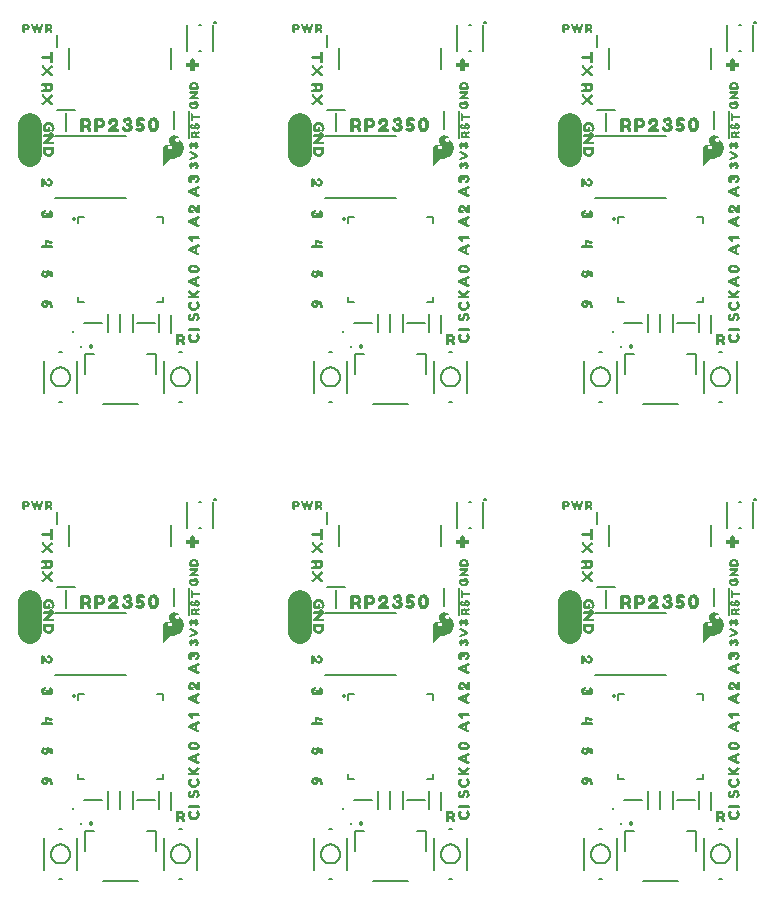
<source format=gto>
G04 EAGLE Gerber RS-274X export*
G75*
%MOMM*%
%FSLAX34Y34*%
%LPD*%
%INSilkscreen Top*%
%IPPOS*%
%AMOC8*
5,1,8,0,0,1.08239X$1,22.5*%
G01*
%ADD10C,2.032000*%
%ADD11C,0.323106*%
%ADD12C,0.152400*%
%ADD13C,0.203200*%
%ADD14C,0.127000*%
%ADD15C,0.300000*%
%ADD16C,0.254000*%

G36*
X582359Y610291D02*
X582359Y610291D01*
X582421Y610293D01*
X582443Y610306D01*
X582469Y610310D01*
X582540Y610358D01*
X582573Y610376D01*
X582579Y610384D01*
X582589Y610391D01*
X583089Y610891D01*
X583108Y610922D01*
X583146Y610964D01*
X583422Y611424D01*
X583889Y611891D01*
X583897Y611904D01*
X583912Y611917D01*
X584401Y612503D01*
X585589Y613691D01*
X585596Y613702D01*
X585609Y613713D01*
X586799Y615102D01*
X587756Y616058D01*
X588654Y616597D01*
X589151Y616680D01*
X591020Y616680D01*
X591046Y616686D01*
X591083Y616685D01*
X592283Y616885D01*
X592298Y616892D01*
X592320Y616893D01*
X593420Y617193D01*
X593437Y617202D01*
X593461Y617207D01*
X594461Y617607D01*
X594483Y617622D01*
X594516Y617634D01*
X595516Y618234D01*
X595536Y618254D01*
X595570Y618274D01*
X596370Y618974D01*
X596377Y618983D01*
X596389Y618991D01*
X597189Y619791D01*
X597200Y619809D01*
X597220Y619827D01*
X597920Y620727D01*
X597931Y620750D01*
X597952Y620775D01*
X598952Y622575D01*
X598963Y622611D01*
X598988Y622663D01*
X599488Y624563D01*
X599489Y624595D01*
X599500Y624638D01*
X599600Y626338D01*
X599593Y626374D01*
X599594Y626430D01*
X599294Y628030D01*
X599285Y628051D01*
X599281Y628080D01*
X598781Y629580D01*
X598762Y629611D01*
X598741Y629664D01*
X598041Y630764D01*
X598022Y630783D01*
X598004Y630813D01*
X597779Y631066D01*
X597441Y631446D01*
X597204Y631713D01*
X597172Y631735D01*
X597122Y631782D01*
X596322Y632282D01*
X596292Y632293D01*
X596272Y632307D01*
X596237Y632313D01*
X596192Y632333D01*
X596175Y632333D01*
X596158Y632338D01*
X596126Y632334D01*
X596120Y632334D01*
X596112Y632332D01*
X596089Y632329D01*
X596019Y632327D01*
X596004Y632318D01*
X595986Y632316D01*
X595956Y632296D01*
X595951Y632295D01*
X595937Y632283D01*
X595928Y632277D01*
X595867Y632244D01*
X595857Y632229D01*
X595842Y632219D01*
X595826Y632191D01*
X595818Y632185D01*
X595804Y632154D01*
X595767Y632102D01*
X595764Y632083D01*
X595756Y632069D01*
X595754Y632043D01*
X595747Y632026D01*
X595748Y632001D01*
X595740Y631960D01*
X595740Y631122D01*
X595668Y630906D01*
X595608Y630785D01*
X595415Y630592D01*
X595258Y630540D01*
X595067Y630540D01*
X594353Y630719D01*
X594011Y630890D01*
X593740Y631071D01*
X593370Y631348D01*
X592816Y631902D01*
X592473Y632416D01*
X592400Y632707D01*
X592400Y633198D01*
X592472Y633414D01*
X592550Y633569D01*
X592700Y633795D01*
X593021Y634035D01*
X593344Y634197D01*
X593795Y634287D01*
X593802Y634291D01*
X593812Y634291D01*
X594167Y634380D01*
X594630Y634380D01*
X594750Y634320D01*
X594765Y634316D01*
X594778Y634307D01*
X594912Y634281D01*
X594919Y634280D01*
X594920Y634280D01*
X595020Y634280D01*
X595045Y634286D01*
X595071Y634283D01*
X595129Y634305D01*
X595189Y634319D01*
X595209Y634336D01*
X595233Y634345D01*
X595275Y634390D01*
X595322Y634429D01*
X595333Y634453D01*
X595350Y634472D01*
X595368Y634531D01*
X595393Y634588D01*
X595392Y634613D01*
X595400Y634638D01*
X595389Y634699D01*
X595387Y634761D01*
X595374Y634783D01*
X595370Y634809D01*
X595322Y634880D01*
X595304Y634913D01*
X595296Y634919D01*
X595289Y634929D01*
X595189Y635029D01*
X595169Y635041D01*
X595148Y635064D01*
X594748Y635364D01*
X594722Y635376D01*
X594690Y635400D01*
X593290Y636100D01*
X593278Y636103D01*
X593269Y636109D01*
X593240Y636115D01*
X593203Y636131D01*
X592303Y636331D01*
X592269Y636331D01*
X592220Y636340D01*
X591220Y636340D01*
X591192Y636334D01*
X591152Y636334D01*
X590052Y636134D01*
X590017Y636119D01*
X589960Y636101D01*
X589945Y636097D01*
X589942Y636095D01*
X589938Y636094D01*
X588838Y635494D01*
X588818Y635476D01*
X588787Y635460D01*
X587887Y634760D01*
X587867Y634736D01*
X587798Y634662D01*
X587298Y633862D01*
X587286Y633828D01*
X587259Y633780D01*
X586959Y632880D01*
X586956Y632843D01*
X586940Y632760D01*
X586940Y631960D01*
X586947Y631927D01*
X586949Y631878D01*
X587149Y630978D01*
X587166Y630942D01*
X587188Y630875D01*
X587688Y629975D01*
X587710Y629951D01*
X587734Y629910D01*
X588434Y629110D01*
X588435Y629109D01*
X588436Y629107D01*
X589236Y628207D01*
X589244Y628202D01*
X589251Y628191D01*
X589893Y627549D01*
X590140Y626891D01*
X590140Y626322D01*
X589981Y625845D01*
X589660Y625444D01*
X589164Y625113D01*
X588473Y624940D01*
X587758Y624940D01*
X587329Y625026D01*
X586934Y625184D01*
X586416Y625702D01*
X586265Y625929D01*
X586200Y626122D01*
X586200Y626398D01*
X586252Y626555D01*
X586725Y627028D01*
X586940Y627099D01*
X586960Y627112D01*
X586990Y627120D01*
X587390Y627320D01*
X587419Y627344D01*
X587489Y627391D01*
X587589Y627491D01*
X587602Y627512D01*
X587621Y627528D01*
X587647Y627585D01*
X587680Y627638D01*
X587683Y627663D01*
X587693Y627686D01*
X587691Y627749D01*
X587697Y627811D01*
X587688Y627834D01*
X587687Y627859D01*
X587657Y627914D01*
X587635Y627973D01*
X587617Y627990D01*
X587605Y628012D01*
X587535Y628066D01*
X587508Y628090D01*
X587499Y628093D01*
X587490Y628100D01*
X587090Y628300D01*
X587075Y628304D01*
X587062Y628313D01*
X586928Y628339D01*
X586922Y628340D01*
X586921Y628340D01*
X586920Y628340D01*
X585720Y628340D01*
X585694Y628334D01*
X585658Y628335D01*
X585058Y628235D01*
X585052Y628233D01*
X585045Y628233D01*
X584545Y628133D01*
X584519Y628121D01*
X584479Y628113D01*
X583979Y627913D01*
X583948Y627891D01*
X583892Y627864D01*
X583492Y627564D01*
X583488Y627560D01*
X583482Y627557D01*
X582982Y627157D01*
X582965Y627134D01*
X582894Y627056D01*
X582294Y626056D01*
X582282Y626020D01*
X582254Y625964D01*
X582054Y625264D01*
X582053Y625239D01*
X582043Y625207D01*
X581943Y624407D01*
X581945Y624386D01*
X581940Y624360D01*
X581940Y610660D01*
X581946Y610635D01*
X581943Y610609D01*
X581965Y610552D01*
X581979Y610491D01*
X581996Y610471D01*
X582005Y610447D01*
X582050Y610405D01*
X582089Y610358D01*
X582113Y610347D01*
X582132Y610330D01*
X582191Y610312D01*
X582248Y610287D01*
X582273Y610288D01*
X582298Y610280D01*
X582359Y610291D01*
G37*
G36*
X125159Y610291D02*
X125159Y610291D01*
X125221Y610293D01*
X125243Y610306D01*
X125269Y610310D01*
X125340Y610358D01*
X125373Y610376D01*
X125379Y610384D01*
X125389Y610391D01*
X125889Y610891D01*
X125908Y610922D01*
X125946Y610964D01*
X126222Y611424D01*
X126689Y611891D01*
X126697Y611904D01*
X126712Y611917D01*
X127201Y612503D01*
X128389Y613691D01*
X128396Y613702D01*
X128409Y613713D01*
X129599Y615102D01*
X130556Y616058D01*
X131454Y616597D01*
X131951Y616680D01*
X133820Y616680D01*
X133846Y616686D01*
X133883Y616685D01*
X135083Y616885D01*
X135098Y616892D01*
X135120Y616893D01*
X136220Y617193D01*
X136237Y617202D01*
X136261Y617207D01*
X137261Y617607D01*
X137283Y617622D01*
X137316Y617634D01*
X138316Y618234D01*
X138336Y618254D01*
X138370Y618274D01*
X139170Y618974D01*
X139177Y618983D01*
X139189Y618991D01*
X139989Y619791D01*
X140000Y619809D01*
X140020Y619827D01*
X140720Y620727D01*
X140731Y620750D01*
X140752Y620775D01*
X141752Y622575D01*
X141763Y622611D01*
X141788Y622663D01*
X142288Y624563D01*
X142289Y624595D01*
X142300Y624638D01*
X142400Y626338D01*
X142393Y626374D01*
X142394Y626430D01*
X142094Y628030D01*
X142085Y628051D01*
X142081Y628080D01*
X141581Y629580D01*
X141562Y629611D01*
X141541Y629664D01*
X140841Y630764D01*
X140822Y630783D01*
X140804Y630813D01*
X140579Y631066D01*
X140241Y631446D01*
X140004Y631713D01*
X139972Y631735D01*
X139922Y631782D01*
X139122Y632282D01*
X139092Y632293D01*
X139072Y632307D01*
X139037Y632313D01*
X138992Y632333D01*
X138975Y632333D01*
X138958Y632338D01*
X138926Y632334D01*
X138920Y632334D01*
X138912Y632332D01*
X138889Y632329D01*
X138819Y632327D01*
X138804Y632318D01*
X138786Y632316D01*
X138756Y632296D01*
X138751Y632295D01*
X138737Y632283D01*
X138728Y632277D01*
X138667Y632244D01*
X138657Y632229D01*
X138642Y632219D01*
X138626Y632191D01*
X138618Y632185D01*
X138604Y632154D01*
X138567Y632102D01*
X138564Y632083D01*
X138556Y632069D01*
X138554Y632043D01*
X138547Y632026D01*
X138548Y632001D01*
X138540Y631960D01*
X138540Y631122D01*
X138468Y630906D01*
X138408Y630785D01*
X138215Y630592D01*
X138058Y630540D01*
X137867Y630540D01*
X137153Y630719D01*
X136811Y630890D01*
X136540Y631071D01*
X136170Y631348D01*
X135616Y631902D01*
X135273Y632416D01*
X135200Y632707D01*
X135200Y633198D01*
X135272Y633414D01*
X135350Y633569D01*
X135500Y633795D01*
X135821Y634035D01*
X136144Y634197D01*
X136595Y634287D01*
X136602Y634291D01*
X136612Y634291D01*
X136967Y634380D01*
X137430Y634380D01*
X137550Y634320D01*
X137565Y634316D01*
X137578Y634307D01*
X137712Y634281D01*
X137719Y634280D01*
X137720Y634280D01*
X137820Y634280D01*
X137845Y634286D01*
X137871Y634283D01*
X137929Y634305D01*
X137989Y634319D01*
X138009Y634336D01*
X138033Y634345D01*
X138075Y634390D01*
X138122Y634429D01*
X138133Y634453D01*
X138150Y634472D01*
X138168Y634531D01*
X138193Y634588D01*
X138192Y634613D01*
X138200Y634638D01*
X138189Y634699D01*
X138187Y634761D01*
X138174Y634783D01*
X138170Y634809D01*
X138122Y634880D01*
X138104Y634913D01*
X138096Y634919D01*
X138089Y634929D01*
X137989Y635029D01*
X137969Y635041D01*
X137948Y635064D01*
X137548Y635364D01*
X137522Y635376D01*
X137490Y635400D01*
X136090Y636100D01*
X136078Y636103D01*
X136069Y636109D01*
X136040Y636115D01*
X136003Y636131D01*
X135103Y636331D01*
X135069Y636331D01*
X135020Y636340D01*
X134020Y636340D01*
X133992Y636334D01*
X133952Y636334D01*
X132852Y636134D01*
X132817Y636119D01*
X132760Y636101D01*
X132745Y636097D01*
X132742Y636095D01*
X132738Y636094D01*
X131638Y635494D01*
X131618Y635476D01*
X131587Y635460D01*
X130687Y634760D01*
X130667Y634736D01*
X130598Y634662D01*
X130098Y633862D01*
X130086Y633828D01*
X130059Y633780D01*
X129759Y632880D01*
X129756Y632843D01*
X129740Y632760D01*
X129740Y631960D01*
X129747Y631927D01*
X129749Y631878D01*
X129949Y630978D01*
X129966Y630942D01*
X129988Y630875D01*
X130488Y629975D01*
X130510Y629951D01*
X130534Y629910D01*
X131234Y629110D01*
X131235Y629109D01*
X131236Y629107D01*
X132036Y628207D01*
X132044Y628202D01*
X132051Y628191D01*
X132693Y627549D01*
X132940Y626891D01*
X132940Y626322D01*
X132781Y625845D01*
X132460Y625444D01*
X131964Y625113D01*
X131273Y624940D01*
X130558Y624940D01*
X130129Y625026D01*
X129734Y625184D01*
X129216Y625702D01*
X129065Y625929D01*
X129000Y626122D01*
X129000Y626398D01*
X129052Y626555D01*
X129525Y627028D01*
X129740Y627099D01*
X129760Y627112D01*
X129790Y627120D01*
X130190Y627320D01*
X130219Y627344D01*
X130289Y627391D01*
X130389Y627491D01*
X130402Y627512D01*
X130421Y627528D01*
X130447Y627585D01*
X130480Y627638D01*
X130483Y627663D01*
X130493Y627686D01*
X130491Y627749D01*
X130497Y627811D01*
X130488Y627834D01*
X130487Y627859D01*
X130457Y627914D01*
X130435Y627973D01*
X130417Y627990D01*
X130405Y628012D01*
X130335Y628066D01*
X130308Y628090D01*
X130299Y628093D01*
X130290Y628100D01*
X129890Y628300D01*
X129875Y628304D01*
X129862Y628313D01*
X129728Y628339D01*
X129722Y628340D01*
X129721Y628340D01*
X129720Y628340D01*
X128520Y628340D01*
X128494Y628334D01*
X128458Y628335D01*
X127858Y628235D01*
X127852Y628233D01*
X127845Y628233D01*
X127345Y628133D01*
X127319Y628121D01*
X127279Y628113D01*
X126779Y627913D01*
X126748Y627891D01*
X126692Y627864D01*
X126292Y627564D01*
X126288Y627560D01*
X126282Y627557D01*
X125782Y627157D01*
X125765Y627134D01*
X125694Y627056D01*
X125094Y626056D01*
X125082Y626020D01*
X125054Y625964D01*
X124854Y625264D01*
X124853Y625239D01*
X124843Y625207D01*
X124743Y624407D01*
X124745Y624386D01*
X124740Y624360D01*
X124740Y610660D01*
X124746Y610635D01*
X124743Y610609D01*
X124765Y610552D01*
X124779Y610491D01*
X124796Y610471D01*
X124805Y610447D01*
X124850Y610405D01*
X124889Y610358D01*
X124913Y610347D01*
X124932Y610330D01*
X124991Y610312D01*
X125048Y610287D01*
X125073Y610288D01*
X125098Y610280D01*
X125159Y610291D01*
G37*
G36*
X353759Y610291D02*
X353759Y610291D01*
X353821Y610293D01*
X353843Y610306D01*
X353869Y610310D01*
X353940Y610358D01*
X353973Y610376D01*
X353979Y610384D01*
X353989Y610391D01*
X354489Y610891D01*
X354508Y610922D01*
X354546Y610964D01*
X354822Y611424D01*
X355289Y611891D01*
X355297Y611904D01*
X355312Y611917D01*
X355801Y612503D01*
X356989Y613691D01*
X356996Y613702D01*
X357009Y613713D01*
X358199Y615102D01*
X359156Y616058D01*
X360054Y616597D01*
X360551Y616680D01*
X362420Y616680D01*
X362446Y616686D01*
X362483Y616685D01*
X363683Y616885D01*
X363698Y616892D01*
X363720Y616893D01*
X364820Y617193D01*
X364837Y617202D01*
X364861Y617207D01*
X365861Y617607D01*
X365883Y617622D01*
X365916Y617634D01*
X366916Y618234D01*
X366936Y618254D01*
X366970Y618274D01*
X367770Y618974D01*
X367777Y618983D01*
X367789Y618991D01*
X368589Y619791D01*
X368600Y619809D01*
X368620Y619827D01*
X369320Y620727D01*
X369331Y620750D01*
X369352Y620775D01*
X370352Y622575D01*
X370363Y622611D01*
X370388Y622663D01*
X370888Y624563D01*
X370889Y624595D01*
X370900Y624638D01*
X371000Y626338D01*
X370993Y626374D01*
X370994Y626430D01*
X370694Y628030D01*
X370685Y628051D01*
X370681Y628080D01*
X370181Y629580D01*
X370162Y629611D01*
X370141Y629664D01*
X369441Y630764D01*
X369422Y630783D01*
X369404Y630813D01*
X369179Y631066D01*
X368841Y631446D01*
X368604Y631713D01*
X368572Y631735D01*
X368522Y631782D01*
X367722Y632282D01*
X367692Y632293D01*
X367672Y632307D01*
X367637Y632313D01*
X367592Y632333D01*
X367575Y632333D01*
X367558Y632338D01*
X367526Y632334D01*
X367520Y632334D01*
X367512Y632332D01*
X367489Y632329D01*
X367419Y632327D01*
X367404Y632318D01*
X367386Y632316D01*
X367356Y632296D01*
X367351Y632295D01*
X367337Y632283D01*
X367328Y632277D01*
X367267Y632244D01*
X367257Y632229D01*
X367242Y632219D01*
X367226Y632191D01*
X367218Y632185D01*
X367204Y632154D01*
X367167Y632102D01*
X367164Y632083D01*
X367156Y632069D01*
X367154Y632043D01*
X367147Y632026D01*
X367148Y632001D01*
X367140Y631960D01*
X367140Y631122D01*
X367068Y630906D01*
X367008Y630785D01*
X366815Y630592D01*
X366658Y630540D01*
X366467Y630540D01*
X365753Y630719D01*
X365411Y630890D01*
X365140Y631071D01*
X364770Y631348D01*
X364216Y631902D01*
X363873Y632416D01*
X363800Y632707D01*
X363800Y633198D01*
X363872Y633414D01*
X363950Y633569D01*
X364100Y633795D01*
X364421Y634035D01*
X364744Y634197D01*
X365195Y634287D01*
X365202Y634291D01*
X365212Y634291D01*
X365567Y634380D01*
X366030Y634380D01*
X366150Y634320D01*
X366165Y634316D01*
X366178Y634307D01*
X366312Y634281D01*
X366319Y634280D01*
X366320Y634280D01*
X366420Y634280D01*
X366445Y634286D01*
X366471Y634283D01*
X366529Y634305D01*
X366589Y634319D01*
X366609Y634336D01*
X366633Y634345D01*
X366675Y634390D01*
X366722Y634429D01*
X366733Y634453D01*
X366750Y634472D01*
X366768Y634531D01*
X366793Y634588D01*
X366792Y634613D01*
X366800Y634638D01*
X366789Y634699D01*
X366787Y634761D01*
X366774Y634783D01*
X366770Y634809D01*
X366722Y634880D01*
X366704Y634913D01*
X366696Y634919D01*
X366689Y634929D01*
X366589Y635029D01*
X366569Y635041D01*
X366548Y635064D01*
X366148Y635364D01*
X366122Y635376D01*
X366090Y635400D01*
X364690Y636100D01*
X364678Y636103D01*
X364669Y636109D01*
X364640Y636115D01*
X364603Y636131D01*
X363703Y636331D01*
X363669Y636331D01*
X363620Y636340D01*
X362620Y636340D01*
X362592Y636334D01*
X362552Y636334D01*
X361452Y636134D01*
X361417Y636119D01*
X361360Y636101D01*
X361345Y636097D01*
X361342Y636095D01*
X361338Y636094D01*
X360238Y635494D01*
X360218Y635476D01*
X360187Y635460D01*
X359287Y634760D01*
X359267Y634736D01*
X359198Y634662D01*
X358698Y633862D01*
X358686Y633828D01*
X358659Y633780D01*
X358359Y632880D01*
X358356Y632843D01*
X358340Y632760D01*
X358340Y631960D01*
X358347Y631927D01*
X358349Y631878D01*
X358549Y630978D01*
X358566Y630942D01*
X358588Y630875D01*
X359088Y629975D01*
X359110Y629951D01*
X359134Y629910D01*
X359834Y629110D01*
X359835Y629109D01*
X359836Y629107D01*
X360636Y628207D01*
X360644Y628202D01*
X360651Y628191D01*
X361293Y627549D01*
X361540Y626891D01*
X361540Y626322D01*
X361381Y625845D01*
X361060Y625444D01*
X360564Y625113D01*
X359873Y624940D01*
X359158Y624940D01*
X358729Y625026D01*
X358334Y625184D01*
X357816Y625702D01*
X357665Y625929D01*
X357600Y626122D01*
X357600Y626398D01*
X357652Y626555D01*
X358125Y627028D01*
X358340Y627099D01*
X358360Y627112D01*
X358390Y627120D01*
X358790Y627320D01*
X358819Y627344D01*
X358889Y627391D01*
X358989Y627491D01*
X359002Y627512D01*
X359021Y627528D01*
X359047Y627585D01*
X359080Y627638D01*
X359083Y627663D01*
X359093Y627686D01*
X359091Y627749D01*
X359097Y627811D01*
X359088Y627834D01*
X359087Y627859D01*
X359057Y627914D01*
X359035Y627973D01*
X359017Y627990D01*
X359005Y628012D01*
X358935Y628066D01*
X358908Y628090D01*
X358899Y628093D01*
X358890Y628100D01*
X358490Y628300D01*
X358475Y628304D01*
X358462Y628313D01*
X358328Y628339D01*
X358322Y628340D01*
X358321Y628340D01*
X358320Y628340D01*
X357120Y628340D01*
X357094Y628334D01*
X357058Y628335D01*
X356458Y628235D01*
X356452Y628233D01*
X356445Y628233D01*
X355945Y628133D01*
X355919Y628121D01*
X355879Y628113D01*
X355379Y627913D01*
X355348Y627891D01*
X355292Y627864D01*
X354892Y627564D01*
X354888Y627560D01*
X354882Y627557D01*
X354382Y627157D01*
X354365Y627134D01*
X354294Y627056D01*
X353694Y626056D01*
X353682Y626020D01*
X353654Y625964D01*
X353454Y625264D01*
X353453Y625239D01*
X353443Y625207D01*
X353343Y624407D01*
X353345Y624386D01*
X353340Y624360D01*
X353340Y610660D01*
X353346Y610635D01*
X353343Y610609D01*
X353365Y610552D01*
X353379Y610491D01*
X353396Y610471D01*
X353405Y610447D01*
X353450Y610405D01*
X353489Y610358D01*
X353513Y610347D01*
X353532Y610330D01*
X353591Y610312D01*
X353648Y610287D01*
X353673Y610288D01*
X353698Y610280D01*
X353759Y610291D01*
G37*
G36*
X353759Y206431D02*
X353759Y206431D01*
X353821Y206433D01*
X353843Y206446D01*
X353869Y206450D01*
X353940Y206498D01*
X353973Y206516D01*
X353979Y206524D01*
X353989Y206531D01*
X354489Y207031D01*
X354508Y207062D01*
X354546Y207104D01*
X354822Y207564D01*
X355289Y208031D01*
X355297Y208044D01*
X355312Y208057D01*
X355801Y208643D01*
X356989Y209831D01*
X356996Y209842D01*
X357009Y209853D01*
X358199Y211242D01*
X359156Y212198D01*
X360054Y212737D01*
X360551Y212820D01*
X362420Y212820D01*
X362446Y212826D01*
X362483Y212825D01*
X363683Y213025D01*
X363698Y213032D01*
X363720Y213033D01*
X364820Y213333D01*
X364837Y213342D01*
X364861Y213347D01*
X365861Y213747D01*
X365883Y213762D01*
X365916Y213774D01*
X366916Y214374D01*
X366936Y214394D01*
X366970Y214414D01*
X367770Y215114D01*
X367777Y215123D01*
X367789Y215131D01*
X368589Y215931D01*
X368600Y215949D01*
X368620Y215967D01*
X369320Y216867D01*
X369331Y216890D01*
X369352Y216915D01*
X370352Y218715D01*
X370363Y218751D01*
X370388Y218803D01*
X370888Y220703D01*
X370889Y220735D01*
X370900Y220778D01*
X371000Y222478D01*
X370993Y222514D01*
X370994Y222570D01*
X370694Y224170D01*
X370685Y224191D01*
X370681Y224220D01*
X370181Y225720D01*
X370162Y225751D01*
X370141Y225804D01*
X369441Y226904D01*
X369422Y226923D01*
X369404Y226953D01*
X369179Y227206D01*
X368841Y227586D01*
X368604Y227853D01*
X368572Y227875D01*
X368522Y227922D01*
X367722Y228422D01*
X367692Y228433D01*
X367672Y228447D01*
X367637Y228453D01*
X367592Y228473D01*
X367575Y228473D01*
X367558Y228478D01*
X367526Y228474D01*
X367520Y228474D01*
X367512Y228472D01*
X367489Y228469D01*
X367419Y228467D01*
X367404Y228458D01*
X367386Y228456D01*
X367356Y228436D01*
X367351Y228435D01*
X367337Y228423D01*
X367328Y228417D01*
X367267Y228384D01*
X367257Y228369D01*
X367242Y228359D01*
X367226Y228331D01*
X367218Y228325D01*
X367204Y228294D01*
X367167Y228242D01*
X367164Y228223D01*
X367156Y228209D01*
X367154Y228183D01*
X367147Y228166D01*
X367148Y228141D01*
X367140Y228100D01*
X367140Y227262D01*
X367068Y227046D01*
X367008Y226925D01*
X366815Y226732D01*
X366658Y226680D01*
X366467Y226680D01*
X365753Y226859D01*
X365411Y227030D01*
X365140Y227211D01*
X364770Y227488D01*
X364216Y228042D01*
X363873Y228556D01*
X363800Y228847D01*
X363800Y229338D01*
X363872Y229554D01*
X363950Y229709D01*
X364100Y229935D01*
X364421Y230175D01*
X364744Y230337D01*
X365195Y230427D01*
X365202Y230431D01*
X365212Y230431D01*
X365567Y230520D01*
X366030Y230520D01*
X366150Y230460D01*
X366165Y230456D01*
X366178Y230447D01*
X366312Y230421D01*
X366319Y230420D01*
X366320Y230420D01*
X366420Y230420D01*
X366445Y230426D01*
X366471Y230423D01*
X366529Y230445D01*
X366589Y230459D01*
X366609Y230476D01*
X366633Y230485D01*
X366675Y230530D01*
X366722Y230569D01*
X366733Y230593D01*
X366750Y230612D01*
X366768Y230671D01*
X366793Y230728D01*
X366792Y230753D01*
X366800Y230778D01*
X366789Y230839D01*
X366787Y230901D01*
X366774Y230923D01*
X366770Y230949D01*
X366722Y231020D01*
X366704Y231053D01*
X366696Y231059D01*
X366689Y231069D01*
X366589Y231169D01*
X366569Y231181D01*
X366548Y231204D01*
X366148Y231504D01*
X366122Y231516D01*
X366090Y231540D01*
X364690Y232240D01*
X364678Y232243D01*
X364669Y232249D01*
X364640Y232255D01*
X364603Y232271D01*
X363703Y232471D01*
X363669Y232471D01*
X363620Y232480D01*
X362620Y232480D01*
X362592Y232474D01*
X362552Y232474D01*
X361452Y232274D01*
X361417Y232259D01*
X361360Y232241D01*
X361345Y232237D01*
X361342Y232235D01*
X361338Y232234D01*
X360238Y231634D01*
X360218Y231616D01*
X360187Y231600D01*
X359287Y230900D01*
X359267Y230876D01*
X359198Y230802D01*
X358698Y230002D01*
X358686Y229968D01*
X358659Y229920D01*
X358359Y229020D01*
X358356Y228983D01*
X358340Y228900D01*
X358340Y228100D01*
X358347Y228067D01*
X358349Y228018D01*
X358549Y227118D01*
X358566Y227082D01*
X358588Y227015D01*
X359088Y226115D01*
X359110Y226091D01*
X359134Y226050D01*
X359834Y225250D01*
X359835Y225249D01*
X359836Y225247D01*
X360636Y224347D01*
X360644Y224342D01*
X360651Y224331D01*
X361293Y223689D01*
X361540Y223031D01*
X361540Y222462D01*
X361381Y221985D01*
X361060Y221584D01*
X360564Y221253D01*
X359873Y221080D01*
X359158Y221080D01*
X358729Y221166D01*
X358334Y221324D01*
X357816Y221842D01*
X357665Y222069D01*
X357600Y222262D01*
X357600Y222538D01*
X357652Y222695D01*
X358125Y223168D01*
X358340Y223239D01*
X358360Y223252D01*
X358390Y223260D01*
X358790Y223460D01*
X358819Y223484D01*
X358889Y223531D01*
X358989Y223631D01*
X359002Y223652D01*
X359021Y223668D01*
X359047Y223725D01*
X359080Y223778D01*
X359083Y223803D01*
X359093Y223826D01*
X359091Y223889D01*
X359097Y223951D01*
X359088Y223974D01*
X359087Y223999D01*
X359057Y224054D01*
X359035Y224113D01*
X359017Y224130D01*
X359005Y224152D01*
X358935Y224206D01*
X358908Y224230D01*
X358899Y224233D01*
X358890Y224240D01*
X358490Y224440D01*
X358475Y224444D01*
X358462Y224453D01*
X358328Y224479D01*
X358322Y224480D01*
X358321Y224480D01*
X358320Y224480D01*
X357120Y224480D01*
X357094Y224474D01*
X357058Y224475D01*
X356458Y224375D01*
X356452Y224373D01*
X356445Y224373D01*
X355945Y224273D01*
X355919Y224261D01*
X355879Y224253D01*
X355379Y224053D01*
X355348Y224031D01*
X355292Y224004D01*
X354892Y223704D01*
X354888Y223700D01*
X354882Y223697D01*
X354382Y223297D01*
X354365Y223274D01*
X354294Y223196D01*
X353694Y222196D01*
X353682Y222160D01*
X353654Y222104D01*
X353454Y221404D01*
X353453Y221379D01*
X353443Y221347D01*
X353343Y220547D01*
X353345Y220526D01*
X353340Y220500D01*
X353340Y206800D01*
X353346Y206775D01*
X353343Y206749D01*
X353365Y206692D01*
X353379Y206631D01*
X353396Y206611D01*
X353405Y206587D01*
X353450Y206545D01*
X353489Y206498D01*
X353513Y206487D01*
X353532Y206470D01*
X353591Y206452D01*
X353648Y206427D01*
X353673Y206428D01*
X353698Y206420D01*
X353759Y206431D01*
G37*
G36*
X582359Y206431D02*
X582359Y206431D01*
X582421Y206433D01*
X582443Y206446D01*
X582469Y206450D01*
X582540Y206498D01*
X582573Y206516D01*
X582579Y206524D01*
X582589Y206531D01*
X583089Y207031D01*
X583108Y207062D01*
X583146Y207104D01*
X583422Y207564D01*
X583889Y208031D01*
X583897Y208044D01*
X583912Y208057D01*
X584401Y208643D01*
X585589Y209831D01*
X585596Y209842D01*
X585609Y209853D01*
X586799Y211242D01*
X587756Y212198D01*
X588654Y212737D01*
X589151Y212820D01*
X591020Y212820D01*
X591046Y212826D01*
X591083Y212825D01*
X592283Y213025D01*
X592298Y213032D01*
X592320Y213033D01*
X593420Y213333D01*
X593437Y213342D01*
X593461Y213347D01*
X594461Y213747D01*
X594483Y213762D01*
X594516Y213774D01*
X595516Y214374D01*
X595536Y214394D01*
X595570Y214414D01*
X596370Y215114D01*
X596377Y215123D01*
X596389Y215131D01*
X597189Y215931D01*
X597200Y215949D01*
X597220Y215967D01*
X597920Y216867D01*
X597931Y216890D01*
X597952Y216915D01*
X598952Y218715D01*
X598963Y218751D01*
X598988Y218803D01*
X599488Y220703D01*
X599489Y220735D01*
X599500Y220778D01*
X599600Y222478D01*
X599593Y222514D01*
X599594Y222570D01*
X599294Y224170D01*
X599285Y224191D01*
X599281Y224220D01*
X598781Y225720D01*
X598762Y225751D01*
X598741Y225804D01*
X598041Y226904D01*
X598022Y226923D01*
X598004Y226953D01*
X597779Y227206D01*
X597441Y227586D01*
X597204Y227853D01*
X597172Y227875D01*
X597122Y227922D01*
X596322Y228422D01*
X596292Y228433D01*
X596272Y228447D01*
X596237Y228453D01*
X596192Y228473D01*
X596175Y228473D01*
X596158Y228478D01*
X596126Y228474D01*
X596120Y228474D01*
X596112Y228472D01*
X596089Y228469D01*
X596019Y228467D01*
X596004Y228458D01*
X595986Y228456D01*
X595956Y228436D01*
X595951Y228435D01*
X595937Y228423D01*
X595928Y228417D01*
X595867Y228384D01*
X595857Y228369D01*
X595842Y228359D01*
X595826Y228331D01*
X595818Y228325D01*
X595804Y228294D01*
X595767Y228242D01*
X595764Y228223D01*
X595756Y228209D01*
X595754Y228183D01*
X595747Y228166D01*
X595748Y228141D01*
X595740Y228100D01*
X595740Y227262D01*
X595668Y227046D01*
X595608Y226925D01*
X595415Y226732D01*
X595258Y226680D01*
X595067Y226680D01*
X594353Y226859D01*
X594011Y227030D01*
X593740Y227211D01*
X593370Y227488D01*
X592816Y228042D01*
X592473Y228556D01*
X592400Y228847D01*
X592400Y229338D01*
X592472Y229554D01*
X592550Y229709D01*
X592700Y229935D01*
X593021Y230175D01*
X593344Y230337D01*
X593795Y230427D01*
X593802Y230431D01*
X593812Y230431D01*
X594167Y230520D01*
X594630Y230520D01*
X594750Y230460D01*
X594765Y230456D01*
X594778Y230447D01*
X594912Y230421D01*
X594919Y230420D01*
X594920Y230420D01*
X595020Y230420D01*
X595045Y230426D01*
X595071Y230423D01*
X595129Y230445D01*
X595189Y230459D01*
X595209Y230476D01*
X595233Y230485D01*
X595275Y230530D01*
X595322Y230569D01*
X595333Y230593D01*
X595350Y230612D01*
X595368Y230671D01*
X595393Y230728D01*
X595392Y230753D01*
X595400Y230778D01*
X595389Y230839D01*
X595387Y230901D01*
X595374Y230923D01*
X595370Y230949D01*
X595322Y231020D01*
X595304Y231053D01*
X595296Y231059D01*
X595289Y231069D01*
X595189Y231169D01*
X595169Y231181D01*
X595148Y231204D01*
X594748Y231504D01*
X594722Y231516D01*
X594690Y231540D01*
X593290Y232240D01*
X593278Y232243D01*
X593269Y232249D01*
X593240Y232255D01*
X593203Y232271D01*
X592303Y232471D01*
X592269Y232471D01*
X592220Y232480D01*
X591220Y232480D01*
X591192Y232474D01*
X591152Y232474D01*
X590052Y232274D01*
X590017Y232259D01*
X589960Y232241D01*
X589945Y232237D01*
X589942Y232235D01*
X589938Y232234D01*
X588838Y231634D01*
X588818Y231616D01*
X588787Y231600D01*
X587887Y230900D01*
X587867Y230876D01*
X587798Y230802D01*
X587298Y230002D01*
X587286Y229968D01*
X587259Y229920D01*
X586959Y229020D01*
X586956Y228983D01*
X586940Y228900D01*
X586940Y228100D01*
X586947Y228067D01*
X586949Y228018D01*
X587149Y227118D01*
X587166Y227082D01*
X587188Y227015D01*
X587688Y226115D01*
X587710Y226091D01*
X587734Y226050D01*
X588434Y225250D01*
X588435Y225249D01*
X588436Y225247D01*
X589236Y224347D01*
X589244Y224342D01*
X589251Y224331D01*
X589893Y223689D01*
X590140Y223031D01*
X590140Y222462D01*
X589981Y221985D01*
X589660Y221584D01*
X589164Y221253D01*
X588473Y221080D01*
X587758Y221080D01*
X587329Y221166D01*
X586934Y221324D01*
X586416Y221842D01*
X586265Y222069D01*
X586200Y222262D01*
X586200Y222538D01*
X586252Y222695D01*
X586725Y223168D01*
X586940Y223239D01*
X586960Y223252D01*
X586990Y223260D01*
X587390Y223460D01*
X587419Y223484D01*
X587489Y223531D01*
X587589Y223631D01*
X587602Y223652D01*
X587621Y223668D01*
X587647Y223725D01*
X587680Y223778D01*
X587683Y223803D01*
X587693Y223826D01*
X587691Y223889D01*
X587697Y223951D01*
X587688Y223974D01*
X587687Y223999D01*
X587657Y224054D01*
X587635Y224113D01*
X587617Y224130D01*
X587605Y224152D01*
X587535Y224206D01*
X587508Y224230D01*
X587499Y224233D01*
X587490Y224240D01*
X587090Y224440D01*
X587075Y224444D01*
X587062Y224453D01*
X586928Y224479D01*
X586922Y224480D01*
X586921Y224480D01*
X586920Y224480D01*
X585720Y224480D01*
X585694Y224474D01*
X585658Y224475D01*
X585058Y224375D01*
X585052Y224373D01*
X585045Y224373D01*
X584545Y224273D01*
X584519Y224261D01*
X584479Y224253D01*
X583979Y224053D01*
X583948Y224031D01*
X583892Y224004D01*
X583492Y223704D01*
X583488Y223700D01*
X583482Y223697D01*
X582982Y223297D01*
X582965Y223274D01*
X582894Y223196D01*
X582294Y222196D01*
X582282Y222160D01*
X582254Y222104D01*
X582054Y221404D01*
X582053Y221379D01*
X582043Y221347D01*
X581943Y220547D01*
X581945Y220526D01*
X581940Y220500D01*
X581940Y206800D01*
X581946Y206775D01*
X581943Y206749D01*
X581965Y206692D01*
X581979Y206631D01*
X581996Y206611D01*
X582005Y206587D01*
X582050Y206545D01*
X582089Y206498D01*
X582113Y206487D01*
X582132Y206470D01*
X582191Y206452D01*
X582248Y206427D01*
X582273Y206428D01*
X582298Y206420D01*
X582359Y206431D01*
G37*
G36*
X125159Y206431D02*
X125159Y206431D01*
X125221Y206433D01*
X125243Y206446D01*
X125269Y206450D01*
X125340Y206498D01*
X125373Y206516D01*
X125379Y206524D01*
X125389Y206531D01*
X125889Y207031D01*
X125908Y207062D01*
X125946Y207104D01*
X126222Y207564D01*
X126689Y208031D01*
X126697Y208044D01*
X126712Y208057D01*
X127201Y208643D01*
X128389Y209831D01*
X128396Y209842D01*
X128409Y209853D01*
X129599Y211242D01*
X130556Y212198D01*
X131454Y212737D01*
X131951Y212820D01*
X133820Y212820D01*
X133846Y212826D01*
X133883Y212825D01*
X135083Y213025D01*
X135098Y213032D01*
X135120Y213033D01*
X136220Y213333D01*
X136237Y213342D01*
X136261Y213347D01*
X137261Y213747D01*
X137283Y213762D01*
X137316Y213774D01*
X138316Y214374D01*
X138336Y214394D01*
X138370Y214414D01*
X139170Y215114D01*
X139177Y215123D01*
X139189Y215131D01*
X139989Y215931D01*
X140000Y215949D01*
X140020Y215967D01*
X140720Y216867D01*
X140731Y216890D01*
X140752Y216915D01*
X141752Y218715D01*
X141763Y218751D01*
X141788Y218803D01*
X142288Y220703D01*
X142289Y220735D01*
X142300Y220778D01*
X142400Y222478D01*
X142393Y222514D01*
X142394Y222570D01*
X142094Y224170D01*
X142085Y224191D01*
X142081Y224220D01*
X141581Y225720D01*
X141562Y225751D01*
X141541Y225804D01*
X140841Y226904D01*
X140822Y226923D01*
X140804Y226953D01*
X140579Y227206D01*
X140241Y227586D01*
X140004Y227853D01*
X139972Y227875D01*
X139922Y227922D01*
X139122Y228422D01*
X139092Y228433D01*
X139072Y228447D01*
X139037Y228453D01*
X138992Y228473D01*
X138975Y228473D01*
X138958Y228478D01*
X138926Y228474D01*
X138920Y228474D01*
X138912Y228472D01*
X138889Y228469D01*
X138819Y228467D01*
X138804Y228458D01*
X138786Y228456D01*
X138756Y228436D01*
X138751Y228435D01*
X138737Y228423D01*
X138728Y228417D01*
X138667Y228384D01*
X138657Y228369D01*
X138642Y228359D01*
X138626Y228331D01*
X138618Y228325D01*
X138604Y228294D01*
X138567Y228242D01*
X138564Y228223D01*
X138556Y228209D01*
X138554Y228183D01*
X138547Y228166D01*
X138548Y228141D01*
X138540Y228100D01*
X138540Y227262D01*
X138468Y227046D01*
X138408Y226925D01*
X138215Y226732D01*
X138058Y226680D01*
X137867Y226680D01*
X137153Y226859D01*
X136811Y227030D01*
X136540Y227211D01*
X136170Y227488D01*
X135616Y228042D01*
X135273Y228556D01*
X135200Y228847D01*
X135200Y229338D01*
X135272Y229554D01*
X135350Y229709D01*
X135500Y229935D01*
X135821Y230175D01*
X136144Y230337D01*
X136595Y230427D01*
X136602Y230431D01*
X136612Y230431D01*
X136967Y230520D01*
X137430Y230520D01*
X137550Y230460D01*
X137565Y230456D01*
X137578Y230447D01*
X137712Y230421D01*
X137719Y230420D01*
X137720Y230420D01*
X137820Y230420D01*
X137845Y230426D01*
X137871Y230423D01*
X137929Y230445D01*
X137989Y230459D01*
X138009Y230476D01*
X138033Y230485D01*
X138075Y230530D01*
X138122Y230569D01*
X138133Y230593D01*
X138150Y230612D01*
X138168Y230671D01*
X138193Y230728D01*
X138192Y230753D01*
X138200Y230778D01*
X138189Y230839D01*
X138187Y230901D01*
X138174Y230923D01*
X138170Y230949D01*
X138122Y231020D01*
X138104Y231053D01*
X138096Y231059D01*
X138089Y231069D01*
X137989Y231169D01*
X137969Y231181D01*
X137948Y231204D01*
X137548Y231504D01*
X137522Y231516D01*
X137490Y231540D01*
X136090Y232240D01*
X136078Y232243D01*
X136069Y232249D01*
X136040Y232255D01*
X136003Y232271D01*
X135103Y232471D01*
X135069Y232471D01*
X135020Y232480D01*
X134020Y232480D01*
X133992Y232474D01*
X133952Y232474D01*
X132852Y232274D01*
X132817Y232259D01*
X132760Y232241D01*
X132745Y232237D01*
X132742Y232235D01*
X132738Y232234D01*
X131638Y231634D01*
X131618Y231616D01*
X131587Y231600D01*
X130687Y230900D01*
X130667Y230876D01*
X130598Y230802D01*
X130098Y230002D01*
X130086Y229968D01*
X130059Y229920D01*
X129759Y229020D01*
X129756Y228983D01*
X129740Y228900D01*
X129740Y228100D01*
X129747Y228067D01*
X129749Y228018D01*
X129949Y227118D01*
X129966Y227082D01*
X129988Y227015D01*
X130488Y226115D01*
X130510Y226091D01*
X130534Y226050D01*
X131234Y225250D01*
X131235Y225249D01*
X131236Y225247D01*
X132036Y224347D01*
X132044Y224342D01*
X132051Y224331D01*
X132693Y223689D01*
X132940Y223031D01*
X132940Y222462D01*
X132781Y221985D01*
X132460Y221584D01*
X131964Y221253D01*
X131273Y221080D01*
X130558Y221080D01*
X130129Y221166D01*
X129734Y221324D01*
X129216Y221842D01*
X129065Y222069D01*
X129000Y222262D01*
X129000Y222538D01*
X129052Y222695D01*
X129525Y223168D01*
X129740Y223239D01*
X129760Y223252D01*
X129790Y223260D01*
X130190Y223460D01*
X130219Y223484D01*
X130289Y223531D01*
X130389Y223631D01*
X130402Y223652D01*
X130421Y223668D01*
X130447Y223725D01*
X130480Y223778D01*
X130483Y223803D01*
X130493Y223826D01*
X130491Y223889D01*
X130497Y223951D01*
X130488Y223974D01*
X130487Y223999D01*
X130457Y224054D01*
X130435Y224113D01*
X130417Y224130D01*
X130405Y224152D01*
X130335Y224206D01*
X130308Y224230D01*
X130299Y224233D01*
X130290Y224240D01*
X129890Y224440D01*
X129875Y224444D01*
X129862Y224453D01*
X129728Y224479D01*
X129722Y224480D01*
X129721Y224480D01*
X129720Y224480D01*
X128520Y224480D01*
X128494Y224474D01*
X128458Y224475D01*
X127858Y224375D01*
X127852Y224373D01*
X127845Y224373D01*
X127345Y224273D01*
X127319Y224261D01*
X127279Y224253D01*
X126779Y224053D01*
X126748Y224031D01*
X126692Y224004D01*
X126292Y223704D01*
X126288Y223700D01*
X126282Y223697D01*
X125782Y223297D01*
X125765Y223274D01*
X125694Y223196D01*
X125094Y222196D01*
X125082Y222160D01*
X125054Y222104D01*
X124854Y221404D01*
X124853Y221379D01*
X124843Y221347D01*
X124743Y220547D01*
X124745Y220526D01*
X124740Y220500D01*
X124740Y206800D01*
X124746Y206775D01*
X124743Y206749D01*
X124765Y206692D01*
X124779Y206631D01*
X124796Y206611D01*
X124805Y206587D01*
X124850Y206545D01*
X124889Y206498D01*
X124913Y206487D01*
X124932Y206470D01*
X124991Y206452D01*
X125048Y206427D01*
X125073Y206428D01*
X125098Y206420D01*
X125159Y206431D01*
G37*
G36*
X63206Y639311D02*
X63206Y639311D01*
X63218Y639322D01*
X63227Y639319D01*
X64127Y639919D01*
X64135Y639940D01*
X64147Y639944D01*
X64347Y640544D01*
X64340Y640563D01*
X64348Y640572D01*
X64148Y641372D01*
X64144Y641375D01*
X64146Y641378D01*
X63946Y641878D01*
X63945Y641879D01*
X63945Y641880D01*
X63248Y643474D01*
X63152Y644046D01*
X63638Y644628D01*
X63638Y644637D01*
X63644Y644638D01*
X64044Y645438D01*
X64043Y645446D01*
X64048Y645448D01*
X64248Y646248D01*
X64246Y646253D01*
X64249Y646255D01*
X64349Y647155D01*
X64343Y647165D01*
X64348Y647172D01*
X63948Y648772D01*
X63937Y648780D01*
X63940Y648789D01*
X63440Y649489D01*
X63434Y649490D01*
X63435Y649495D01*
X62835Y650095D01*
X62832Y650095D01*
X62832Y650097D01*
X62132Y650697D01*
X62120Y650698D01*
X62117Y650706D01*
X60517Y651306D01*
X60505Y651303D01*
X60500Y651309D01*
X56200Y651309D01*
X56193Y651304D01*
X56188Y651308D01*
X55388Y651108D01*
X55371Y651086D01*
X55357Y651084D01*
X54957Y650384D01*
X54960Y650367D01*
X54951Y650360D01*
X54951Y641060D01*
X54953Y641057D01*
X54951Y641055D01*
X55051Y640155D01*
X55060Y640146D01*
X55056Y640138D01*
X55356Y639538D01*
X55383Y639525D01*
X55388Y639512D01*
X56188Y639312D01*
X56199Y639317D01*
X56204Y639311D01*
X57304Y639411D01*
X57319Y639424D01*
X57331Y639422D01*
X57831Y639822D01*
X57835Y639836D01*
X57836Y639838D01*
X57835Y639839D01*
X57837Y639847D01*
X57849Y639854D01*
X57949Y640654D01*
X57947Y640658D01*
X57949Y640660D01*
X57949Y642330D01*
X58512Y642611D01*
X60174Y642611D01*
X60856Y641636D01*
X61654Y639642D01*
X61674Y639630D01*
X61676Y639617D01*
X62376Y639217D01*
X62397Y639220D01*
X62406Y639211D01*
X63206Y639311D01*
G37*
G36*
X291806Y639311D02*
X291806Y639311D01*
X291818Y639322D01*
X291827Y639319D01*
X292727Y639919D01*
X292735Y639940D01*
X292747Y639944D01*
X292947Y640544D01*
X292940Y640563D01*
X292948Y640572D01*
X292748Y641372D01*
X292744Y641375D01*
X292746Y641378D01*
X292546Y641878D01*
X292545Y641879D01*
X292545Y641880D01*
X291848Y643474D01*
X291752Y644046D01*
X292238Y644628D01*
X292238Y644637D01*
X292244Y644638D01*
X292644Y645438D01*
X292643Y645446D01*
X292648Y645448D01*
X292848Y646248D01*
X292846Y646253D01*
X292849Y646255D01*
X292949Y647155D01*
X292943Y647165D01*
X292948Y647172D01*
X292548Y648772D01*
X292537Y648780D01*
X292540Y648789D01*
X292040Y649489D01*
X292034Y649490D01*
X292035Y649495D01*
X291435Y650095D01*
X291432Y650095D01*
X291432Y650097D01*
X290732Y650697D01*
X290720Y650698D01*
X290717Y650706D01*
X289117Y651306D01*
X289105Y651303D01*
X289100Y651309D01*
X284800Y651309D01*
X284793Y651304D01*
X284788Y651308D01*
X283988Y651108D01*
X283971Y651086D01*
X283957Y651084D01*
X283557Y650384D01*
X283560Y650367D01*
X283551Y650360D01*
X283551Y641060D01*
X283553Y641057D01*
X283551Y641055D01*
X283651Y640155D01*
X283660Y640146D01*
X283656Y640138D01*
X283956Y639538D01*
X283983Y639525D01*
X283988Y639512D01*
X284788Y639312D01*
X284799Y639317D01*
X284804Y639311D01*
X285904Y639411D01*
X285919Y639424D01*
X285931Y639422D01*
X286431Y639822D01*
X286435Y639836D01*
X286436Y639838D01*
X286435Y639839D01*
X286437Y639847D01*
X286449Y639854D01*
X286549Y640654D01*
X286547Y640658D01*
X286549Y640660D01*
X286549Y642330D01*
X287112Y642611D01*
X288774Y642611D01*
X289456Y641636D01*
X290254Y639642D01*
X290274Y639630D01*
X290276Y639617D01*
X290976Y639217D01*
X290997Y639220D01*
X291006Y639211D01*
X291806Y639311D01*
G37*
G36*
X63206Y235451D02*
X63206Y235451D01*
X63218Y235462D01*
X63227Y235459D01*
X64127Y236059D01*
X64135Y236080D01*
X64147Y236084D01*
X64347Y236684D01*
X64340Y236703D01*
X64348Y236712D01*
X64148Y237512D01*
X64144Y237515D01*
X64146Y237518D01*
X63946Y238018D01*
X63945Y238019D01*
X63945Y238020D01*
X63248Y239614D01*
X63152Y240186D01*
X63638Y240768D01*
X63638Y240777D01*
X63644Y240778D01*
X64044Y241578D01*
X64043Y241586D01*
X64048Y241588D01*
X64248Y242388D01*
X64246Y242393D01*
X64249Y242395D01*
X64349Y243295D01*
X64343Y243305D01*
X64348Y243312D01*
X63948Y244912D01*
X63937Y244920D01*
X63940Y244929D01*
X63440Y245629D01*
X63434Y245630D01*
X63435Y245635D01*
X62835Y246235D01*
X62832Y246235D01*
X62832Y246237D01*
X62132Y246837D01*
X62120Y246838D01*
X62117Y246846D01*
X60517Y247446D01*
X60505Y247443D01*
X60500Y247449D01*
X56200Y247449D01*
X56193Y247444D01*
X56188Y247448D01*
X55388Y247248D01*
X55371Y247226D01*
X55357Y247224D01*
X54957Y246524D01*
X54960Y246507D01*
X54951Y246500D01*
X54951Y237200D01*
X54953Y237197D01*
X54951Y237195D01*
X55051Y236295D01*
X55060Y236286D01*
X55056Y236278D01*
X55356Y235678D01*
X55383Y235665D01*
X55388Y235652D01*
X56188Y235452D01*
X56199Y235457D01*
X56204Y235451D01*
X57304Y235551D01*
X57319Y235564D01*
X57331Y235562D01*
X57831Y235962D01*
X57835Y235976D01*
X57836Y235978D01*
X57835Y235979D01*
X57837Y235987D01*
X57849Y235994D01*
X57949Y236794D01*
X57947Y236798D01*
X57949Y236800D01*
X57949Y238470D01*
X58512Y238751D01*
X60174Y238751D01*
X60856Y237776D01*
X61654Y235782D01*
X61674Y235770D01*
X61676Y235757D01*
X62376Y235357D01*
X62397Y235360D01*
X62406Y235351D01*
X63206Y235451D01*
G37*
G36*
X291806Y235451D02*
X291806Y235451D01*
X291818Y235462D01*
X291827Y235459D01*
X292727Y236059D01*
X292735Y236080D01*
X292747Y236084D01*
X292947Y236684D01*
X292940Y236703D01*
X292948Y236712D01*
X292748Y237512D01*
X292744Y237515D01*
X292746Y237518D01*
X292546Y238018D01*
X292545Y238019D01*
X292545Y238020D01*
X291848Y239614D01*
X291752Y240186D01*
X292238Y240768D01*
X292238Y240777D01*
X292244Y240778D01*
X292644Y241578D01*
X292643Y241586D01*
X292648Y241588D01*
X292848Y242388D01*
X292846Y242393D01*
X292849Y242395D01*
X292949Y243295D01*
X292943Y243305D01*
X292948Y243312D01*
X292548Y244912D01*
X292537Y244920D01*
X292540Y244929D01*
X292040Y245629D01*
X292034Y245630D01*
X292035Y245635D01*
X291435Y246235D01*
X291432Y246235D01*
X291432Y246237D01*
X290732Y246837D01*
X290720Y246838D01*
X290717Y246846D01*
X289117Y247446D01*
X289105Y247443D01*
X289100Y247449D01*
X284800Y247449D01*
X284793Y247444D01*
X284788Y247448D01*
X283988Y247248D01*
X283971Y247226D01*
X283957Y247224D01*
X283557Y246524D01*
X283560Y246507D01*
X283551Y246500D01*
X283551Y237200D01*
X283553Y237197D01*
X283551Y237195D01*
X283651Y236295D01*
X283660Y236286D01*
X283656Y236278D01*
X283956Y235678D01*
X283983Y235665D01*
X283988Y235652D01*
X284788Y235452D01*
X284799Y235457D01*
X284804Y235451D01*
X285904Y235551D01*
X285919Y235564D01*
X285931Y235562D01*
X286431Y235962D01*
X286435Y235976D01*
X286436Y235978D01*
X286435Y235979D01*
X286437Y235987D01*
X286449Y235994D01*
X286549Y236794D01*
X286547Y236798D01*
X286549Y236800D01*
X286549Y238470D01*
X287112Y238751D01*
X288774Y238751D01*
X289456Y237776D01*
X290254Y235782D01*
X290274Y235770D01*
X290276Y235757D01*
X290976Y235357D01*
X290997Y235360D01*
X291006Y235351D01*
X291806Y235451D01*
G37*
G36*
X520406Y235451D02*
X520406Y235451D01*
X520418Y235462D01*
X520427Y235459D01*
X521327Y236059D01*
X521335Y236080D01*
X521347Y236084D01*
X521547Y236684D01*
X521540Y236703D01*
X521548Y236712D01*
X521348Y237512D01*
X521344Y237515D01*
X521346Y237518D01*
X521146Y238018D01*
X521145Y238019D01*
X521145Y238020D01*
X520448Y239614D01*
X520352Y240186D01*
X520838Y240768D01*
X520838Y240777D01*
X520844Y240778D01*
X521244Y241578D01*
X521243Y241586D01*
X521248Y241588D01*
X521448Y242388D01*
X521446Y242393D01*
X521449Y242395D01*
X521549Y243295D01*
X521543Y243305D01*
X521548Y243312D01*
X521148Y244912D01*
X521137Y244920D01*
X521140Y244929D01*
X520640Y245629D01*
X520634Y245630D01*
X520635Y245635D01*
X520035Y246235D01*
X520032Y246235D01*
X520032Y246237D01*
X519332Y246837D01*
X519320Y246838D01*
X519317Y246846D01*
X517717Y247446D01*
X517705Y247443D01*
X517700Y247449D01*
X513400Y247449D01*
X513393Y247444D01*
X513388Y247448D01*
X512588Y247248D01*
X512571Y247226D01*
X512557Y247224D01*
X512157Y246524D01*
X512160Y246507D01*
X512151Y246500D01*
X512151Y237200D01*
X512153Y237197D01*
X512151Y237195D01*
X512251Y236295D01*
X512260Y236286D01*
X512256Y236278D01*
X512556Y235678D01*
X512583Y235665D01*
X512588Y235652D01*
X513388Y235452D01*
X513399Y235457D01*
X513404Y235451D01*
X514504Y235551D01*
X514519Y235564D01*
X514531Y235562D01*
X515031Y235962D01*
X515035Y235976D01*
X515036Y235978D01*
X515035Y235979D01*
X515037Y235987D01*
X515049Y235994D01*
X515149Y236794D01*
X515147Y236798D01*
X515149Y236800D01*
X515149Y238470D01*
X515712Y238751D01*
X517374Y238751D01*
X518056Y237776D01*
X518854Y235782D01*
X518874Y235770D01*
X518876Y235757D01*
X519576Y235357D01*
X519597Y235360D01*
X519606Y235351D01*
X520406Y235451D01*
G37*
G36*
X520406Y639311D02*
X520406Y639311D01*
X520418Y639322D01*
X520427Y639319D01*
X521327Y639919D01*
X521335Y639940D01*
X521347Y639944D01*
X521547Y640544D01*
X521540Y640563D01*
X521548Y640572D01*
X521348Y641372D01*
X521344Y641375D01*
X521346Y641378D01*
X521146Y641878D01*
X521145Y641879D01*
X521145Y641880D01*
X520448Y643474D01*
X520352Y644046D01*
X520838Y644628D01*
X520838Y644637D01*
X520844Y644638D01*
X521244Y645438D01*
X521243Y645446D01*
X521248Y645448D01*
X521448Y646248D01*
X521446Y646253D01*
X521449Y646255D01*
X521549Y647155D01*
X521543Y647165D01*
X521548Y647172D01*
X521148Y648772D01*
X521137Y648780D01*
X521140Y648789D01*
X520640Y649489D01*
X520634Y649490D01*
X520635Y649495D01*
X520035Y650095D01*
X520032Y650095D01*
X520032Y650097D01*
X519332Y650697D01*
X519320Y650698D01*
X519317Y650706D01*
X517717Y651306D01*
X517705Y651303D01*
X517700Y651309D01*
X513400Y651309D01*
X513393Y651304D01*
X513388Y651308D01*
X512588Y651108D01*
X512571Y651086D01*
X512557Y651084D01*
X512157Y650384D01*
X512160Y650367D01*
X512151Y650360D01*
X512151Y641060D01*
X512153Y641057D01*
X512151Y641055D01*
X512251Y640155D01*
X512260Y640146D01*
X512256Y640138D01*
X512556Y639538D01*
X512583Y639525D01*
X512588Y639512D01*
X513388Y639312D01*
X513399Y639317D01*
X513404Y639311D01*
X514504Y639411D01*
X514519Y639424D01*
X514531Y639422D01*
X515031Y639822D01*
X515035Y639836D01*
X515036Y639838D01*
X515035Y639839D01*
X515037Y639847D01*
X515049Y639854D01*
X515149Y640654D01*
X515147Y640658D01*
X515149Y640660D01*
X515149Y642330D01*
X515712Y642611D01*
X517374Y642611D01*
X518056Y641636D01*
X518854Y639642D01*
X518874Y639630D01*
X518876Y639617D01*
X519576Y639217D01*
X519597Y639220D01*
X519606Y639211D01*
X520406Y639311D01*
G37*
G36*
X574807Y235356D02*
X574807Y235356D01*
X574812Y235352D01*
X575612Y235552D01*
X575618Y235560D01*
X575624Y235557D01*
X576324Y235957D01*
X576327Y235964D01*
X576332Y235963D01*
X577032Y236563D01*
X577034Y236572D01*
X577041Y236573D01*
X577841Y237773D01*
X577840Y237781D01*
X577846Y237783D01*
X578146Y238583D01*
X578145Y238586D01*
X578148Y238588D01*
X578348Y239388D01*
X578347Y239389D01*
X578348Y239389D01*
X578548Y240289D01*
X578545Y240297D01*
X578549Y240300D01*
X578549Y242100D01*
X578547Y242103D01*
X578549Y242105D01*
X578449Y243005D01*
X578449Y243006D01*
X578349Y243806D01*
X578343Y243812D01*
X578346Y243817D01*
X577746Y245417D01*
X577741Y245420D01*
X577743Y245424D01*
X577343Y246124D01*
X577334Y246128D01*
X577335Y246135D01*
X576735Y246735D01*
X576729Y246736D01*
X576729Y246740D01*
X576029Y247240D01*
X576025Y247240D01*
X576024Y247243D01*
X575324Y247643D01*
X575310Y247641D01*
X575305Y247649D01*
X574405Y247749D01*
X574402Y247747D01*
X574400Y247749D01*
X573500Y247749D01*
X573494Y247744D01*
X573489Y247748D01*
X572589Y247548D01*
X572585Y247543D01*
X572581Y247545D01*
X571881Y247245D01*
X571878Y247242D01*
X571876Y247243D01*
X571176Y246843D01*
X571170Y246831D01*
X571162Y246831D01*
X570762Y246331D01*
X570761Y246327D01*
X570759Y246327D01*
X570359Y245727D01*
X570360Y245719D01*
X570354Y245717D01*
X569754Y244117D01*
X569755Y244113D01*
X569752Y244112D01*
X569552Y243312D01*
X569554Y243307D01*
X569551Y243305D01*
X569451Y242405D01*
X569453Y242402D01*
X569451Y242400D01*
X569451Y240600D01*
X569453Y240597D01*
X569451Y240595D01*
X569551Y239695D01*
X569555Y239691D01*
X569552Y239688D01*
X569952Y238088D01*
X569960Y238082D01*
X569957Y238076D01*
X570757Y236676D01*
X570769Y236671D01*
X570768Y236662D01*
X571368Y236162D01*
X571374Y236162D01*
X571374Y236158D01*
X572174Y235658D01*
X572185Y235659D01*
X572188Y235652D01*
X572988Y235452D01*
X572993Y235454D01*
X572995Y235451D01*
X573895Y235351D01*
X573898Y235353D01*
X573900Y235351D01*
X574800Y235351D01*
X574807Y235356D01*
G37*
G36*
X574807Y639216D02*
X574807Y639216D01*
X574812Y639212D01*
X575612Y639412D01*
X575618Y639420D01*
X575624Y639417D01*
X576324Y639817D01*
X576327Y639824D01*
X576332Y639823D01*
X577032Y640423D01*
X577034Y640432D01*
X577041Y640433D01*
X577841Y641633D01*
X577840Y641641D01*
X577846Y641643D01*
X578146Y642443D01*
X578145Y642446D01*
X578148Y642448D01*
X578348Y643248D01*
X578347Y643249D01*
X578348Y643249D01*
X578548Y644149D01*
X578545Y644157D01*
X578549Y644160D01*
X578549Y645960D01*
X578547Y645963D01*
X578549Y645965D01*
X578449Y646865D01*
X578449Y646866D01*
X578349Y647666D01*
X578343Y647672D01*
X578346Y647677D01*
X577746Y649277D01*
X577741Y649280D01*
X577743Y649284D01*
X577343Y649984D01*
X577334Y649988D01*
X577335Y649995D01*
X576735Y650595D01*
X576729Y650596D01*
X576729Y650600D01*
X576029Y651100D01*
X576025Y651100D01*
X576024Y651103D01*
X575324Y651503D01*
X575310Y651501D01*
X575305Y651509D01*
X574405Y651609D01*
X574402Y651607D01*
X574400Y651609D01*
X573500Y651609D01*
X573494Y651604D01*
X573489Y651608D01*
X572589Y651408D01*
X572585Y651403D01*
X572581Y651405D01*
X571881Y651105D01*
X571878Y651102D01*
X571876Y651103D01*
X571176Y650703D01*
X571170Y650691D01*
X571162Y650691D01*
X570762Y650191D01*
X570761Y650187D01*
X570759Y650187D01*
X570359Y649587D01*
X570360Y649579D01*
X570354Y649577D01*
X569754Y647977D01*
X569755Y647973D01*
X569752Y647972D01*
X569552Y647172D01*
X569554Y647167D01*
X569551Y647165D01*
X569451Y646265D01*
X569453Y646262D01*
X569451Y646260D01*
X569451Y644460D01*
X569453Y644457D01*
X569451Y644455D01*
X569551Y643555D01*
X569555Y643551D01*
X569552Y643548D01*
X569952Y641948D01*
X569960Y641942D01*
X569957Y641936D01*
X570757Y640536D01*
X570769Y640531D01*
X570768Y640522D01*
X571368Y640022D01*
X571374Y640022D01*
X571374Y640018D01*
X572174Y639518D01*
X572185Y639519D01*
X572188Y639512D01*
X572988Y639312D01*
X572993Y639314D01*
X572995Y639311D01*
X573895Y639211D01*
X573898Y639213D01*
X573900Y639211D01*
X574800Y639211D01*
X574807Y639216D01*
G37*
G36*
X117607Y639216D02*
X117607Y639216D01*
X117612Y639212D01*
X118412Y639412D01*
X118418Y639420D01*
X118424Y639417D01*
X119124Y639817D01*
X119127Y639824D01*
X119132Y639823D01*
X119832Y640423D01*
X119834Y640432D01*
X119841Y640433D01*
X120641Y641633D01*
X120640Y641641D01*
X120646Y641643D01*
X120946Y642443D01*
X120945Y642446D01*
X120948Y642448D01*
X121148Y643248D01*
X121147Y643249D01*
X121148Y643249D01*
X121348Y644149D01*
X121345Y644157D01*
X121349Y644160D01*
X121349Y645960D01*
X121347Y645963D01*
X121349Y645965D01*
X121249Y646865D01*
X121249Y646866D01*
X121149Y647666D01*
X121143Y647672D01*
X121146Y647677D01*
X120546Y649277D01*
X120541Y649280D01*
X120543Y649284D01*
X120143Y649984D01*
X120134Y649988D01*
X120135Y649995D01*
X119535Y650595D01*
X119529Y650596D01*
X119529Y650600D01*
X118829Y651100D01*
X118825Y651100D01*
X118824Y651103D01*
X118124Y651503D01*
X118110Y651501D01*
X118105Y651509D01*
X117205Y651609D01*
X117202Y651607D01*
X117200Y651609D01*
X116300Y651609D01*
X116294Y651604D01*
X116289Y651608D01*
X115389Y651408D01*
X115385Y651403D01*
X115381Y651405D01*
X114681Y651105D01*
X114678Y651102D01*
X114676Y651103D01*
X113976Y650703D01*
X113970Y650691D01*
X113962Y650691D01*
X113562Y650191D01*
X113561Y650187D01*
X113559Y650187D01*
X113159Y649587D01*
X113160Y649579D01*
X113154Y649577D01*
X112554Y647977D01*
X112555Y647973D01*
X112552Y647972D01*
X112352Y647172D01*
X112354Y647167D01*
X112351Y647165D01*
X112251Y646265D01*
X112253Y646262D01*
X112251Y646260D01*
X112251Y644460D01*
X112253Y644457D01*
X112251Y644455D01*
X112351Y643555D01*
X112355Y643551D01*
X112352Y643548D01*
X112752Y641948D01*
X112760Y641942D01*
X112757Y641936D01*
X113557Y640536D01*
X113569Y640531D01*
X113568Y640522D01*
X114168Y640022D01*
X114174Y640022D01*
X114174Y640018D01*
X114974Y639518D01*
X114985Y639519D01*
X114988Y639512D01*
X115788Y639312D01*
X115793Y639314D01*
X115795Y639311D01*
X116695Y639211D01*
X116698Y639213D01*
X116700Y639211D01*
X117600Y639211D01*
X117607Y639216D01*
G37*
G36*
X346207Y235356D02*
X346207Y235356D01*
X346212Y235352D01*
X347012Y235552D01*
X347018Y235560D01*
X347024Y235557D01*
X347724Y235957D01*
X347727Y235964D01*
X347732Y235963D01*
X348432Y236563D01*
X348434Y236572D01*
X348441Y236573D01*
X349241Y237773D01*
X349240Y237781D01*
X349246Y237783D01*
X349546Y238583D01*
X349545Y238586D01*
X349548Y238588D01*
X349748Y239388D01*
X349747Y239389D01*
X349748Y239389D01*
X349948Y240289D01*
X349945Y240297D01*
X349949Y240300D01*
X349949Y242100D01*
X349947Y242103D01*
X349949Y242105D01*
X349849Y243005D01*
X349849Y243006D01*
X349749Y243806D01*
X349743Y243812D01*
X349746Y243817D01*
X349146Y245417D01*
X349141Y245420D01*
X349143Y245424D01*
X348743Y246124D01*
X348734Y246128D01*
X348735Y246135D01*
X348135Y246735D01*
X348129Y246736D01*
X348129Y246740D01*
X347429Y247240D01*
X347425Y247240D01*
X347424Y247243D01*
X346724Y247643D01*
X346710Y247641D01*
X346705Y247649D01*
X345805Y247749D01*
X345802Y247747D01*
X345800Y247749D01*
X344900Y247749D01*
X344894Y247744D01*
X344889Y247748D01*
X343989Y247548D01*
X343985Y247543D01*
X343981Y247545D01*
X343281Y247245D01*
X343278Y247242D01*
X343276Y247243D01*
X342576Y246843D01*
X342570Y246831D01*
X342562Y246831D01*
X342162Y246331D01*
X342161Y246327D01*
X342159Y246327D01*
X341759Y245727D01*
X341760Y245719D01*
X341754Y245717D01*
X341154Y244117D01*
X341155Y244113D01*
X341152Y244112D01*
X340952Y243312D01*
X340954Y243307D01*
X340951Y243305D01*
X340851Y242405D01*
X340853Y242402D01*
X340851Y242400D01*
X340851Y240600D01*
X340853Y240597D01*
X340851Y240595D01*
X340951Y239695D01*
X340955Y239691D01*
X340952Y239688D01*
X341352Y238088D01*
X341360Y238082D01*
X341357Y238076D01*
X342157Y236676D01*
X342169Y236671D01*
X342168Y236662D01*
X342768Y236162D01*
X342774Y236162D01*
X342774Y236158D01*
X343574Y235658D01*
X343585Y235659D01*
X343588Y235652D01*
X344388Y235452D01*
X344393Y235454D01*
X344395Y235451D01*
X345295Y235351D01*
X345298Y235353D01*
X345300Y235351D01*
X346200Y235351D01*
X346207Y235356D01*
G37*
G36*
X346207Y639216D02*
X346207Y639216D01*
X346212Y639212D01*
X347012Y639412D01*
X347018Y639420D01*
X347024Y639417D01*
X347724Y639817D01*
X347727Y639824D01*
X347732Y639823D01*
X348432Y640423D01*
X348434Y640432D01*
X348441Y640433D01*
X349241Y641633D01*
X349240Y641641D01*
X349246Y641643D01*
X349546Y642443D01*
X349545Y642446D01*
X349548Y642448D01*
X349748Y643248D01*
X349747Y643249D01*
X349748Y643249D01*
X349948Y644149D01*
X349945Y644157D01*
X349949Y644160D01*
X349949Y645960D01*
X349947Y645963D01*
X349949Y645965D01*
X349849Y646865D01*
X349849Y646866D01*
X349749Y647666D01*
X349743Y647672D01*
X349746Y647677D01*
X349146Y649277D01*
X349141Y649280D01*
X349143Y649284D01*
X348743Y649984D01*
X348734Y649988D01*
X348735Y649995D01*
X348135Y650595D01*
X348129Y650596D01*
X348129Y650600D01*
X347429Y651100D01*
X347425Y651100D01*
X347424Y651103D01*
X346724Y651503D01*
X346710Y651501D01*
X346705Y651509D01*
X345805Y651609D01*
X345802Y651607D01*
X345800Y651609D01*
X344900Y651609D01*
X344894Y651604D01*
X344889Y651608D01*
X343989Y651408D01*
X343985Y651403D01*
X343981Y651405D01*
X343281Y651105D01*
X343278Y651102D01*
X343276Y651103D01*
X342576Y650703D01*
X342570Y650691D01*
X342562Y650691D01*
X342162Y650191D01*
X342161Y650187D01*
X342159Y650187D01*
X341759Y649587D01*
X341760Y649579D01*
X341754Y649577D01*
X341154Y647977D01*
X341155Y647973D01*
X341152Y647972D01*
X340952Y647172D01*
X340954Y647167D01*
X340951Y647165D01*
X340851Y646265D01*
X340853Y646262D01*
X340851Y646260D01*
X340851Y644460D01*
X340853Y644457D01*
X340851Y644455D01*
X340951Y643555D01*
X340955Y643551D01*
X340952Y643548D01*
X341352Y641948D01*
X341360Y641942D01*
X341357Y641936D01*
X342157Y640536D01*
X342169Y640531D01*
X342168Y640522D01*
X342768Y640022D01*
X342774Y640022D01*
X342774Y640018D01*
X343574Y639518D01*
X343585Y639519D01*
X343588Y639512D01*
X344388Y639312D01*
X344393Y639314D01*
X344395Y639311D01*
X345295Y639211D01*
X345298Y639213D01*
X345300Y639211D01*
X346200Y639211D01*
X346207Y639216D01*
G37*
G36*
X117607Y235356D02*
X117607Y235356D01*
X117612Y235352D01*
X118412Y235552D01*
X118418Y235560D01*
X118424Y235557D01*
X119124Y235957D01*
X119127Y235964D01*
X119132Y235963D01*
X119832Y236563D01*
X119834Y236572D01*
X119841Y236573D01*
X120641Y237773D01*
X120640Y237781D01*
X120646Y237783D01*
X120946Y238583D01*
X120945Y238586D01*
X120948Y238588D01*
X121148Y239388D01*
X121147Y239389D01*
X121148Y239389D01*
X121348Y240289D01*
X121345Y240297D01*
X121349Y240300D01*
X121349Y242100D01*
X121347Y242103D01*
X121349Y242105D01*
X121249Y243005D01*
X121249Y243006D01*
X121149Y243806D01*
X121143Y243812D01*
X121146Y243817D01*
X120546Y245417D01*
X120541Y245420D01*
X120543Y245424D01*
X120143Y246124D01*
X120134Y246128D01*
X120135Y246135D01*
X119535Y246735D01*
X119529Y246736D01*
X119529Y246740D01*
X118829Y247240D01*
X118825Y247240D01*
X118824Y247243D01*
X118124Y247643D01*
X118110Y247641D01*
X118105Y247649D01*
X117205Y247749D01*
X117202Y247747D01*
X117200Y247749D01*
X116300Y247749D01*
X116294Y247744D01*
X116289Y247748D01*
X115389Y247548D01*
X115385Y247543D01*
X115381Y247545D01*
X114681Y247245D01*
X114678Y247242D01*
X114676Y247243D01*
X113976Y246843D01*
X113970Y246831D01*
X113962Y246831D01*
X113562Y246331D01*
X113561Y246327D01*
X113559Y246327D01*
X113159Y245727D01*
X113160Y245719D01*
X113154Y245717D01*
X112554Y244117D01*
X112555Y244113D01*
X112552Y244112D01*
X112352Y243312D01*
X112354Y243307D01*
X112351Y243305D01*
X112251Y242405D01*
X112253Y242402D01*
X112251Y242400D01*
X112251Y240600D01*
X112253Y240597D01*
X112251Y240595D01*
X112351Y239695D01*
X112355Y239691D01*
X112352Y239688D01*
X112752Y238088D01*
X112760Y238082D01*
X112757Y238076D01*
X113557Y236676D01*
X113569Y236671D01*
X113568Y236662D01*
X114168Y236162D01*
X114174Y236162D01*
X114174Y236158D01*
X114974Y235658D01*
X114985Y235659D01*
X114988Y235652D01*
X115788Y235452D01*
X115793Y235454D01*
X115795Y235451D01*
X116695Y235351D01*
X116698Y235353D01*
X116700Y235351D01*
X117600Y235351D01*
X117607Y235356D01*
G37*
G36*
X297705Y235451D02*
X297705Y235451D01*
X297719Y235464D01*
X297731Y235462D01*
X298231Y235862D01*
X298235Y235877D01*
X298238Y235879D01*
X298236Y235882D01*
X298236Y235883D01*
X298248Y235888D01*
X298448Y236688D01*
X298444Y236696D01*
X298449Y236700D01*
X298449Y238372D01*
X298914Y238651D01*
X300600Y238651D01*
X300604Y238654D01*
X300606Y238651D01*
X301406Y238751D01*
X301412Y238757D01*
X301417Y238754D01*
X302217Y239054D01*
X302219Y239057D01*
X302222Y239056D01*
X303022Y239456D01*
X303027Y239466D01*
X303035Y239465D01*
X303635Y240065D01*
X303635Y240069D01*
X303638Y240068D01*
X304138Y240668D01*
X304138Y240677D01*
X304144Y240678D01*
X304544Y241478D01*
X304543Y241486D01*
X304548Y241488D01*
X304748Y242288D01*
X304744Y242296D01*
X304749Y242300D01*
X304749Y244000D01*
X304740Y244013D01*
X304744Y244022D01*
X304244Y245022D01*
X304239Y245025D01*
X304240Y245029D01*
X303740Y245729D01*
X303734Y245730D01*
X303735Y245735D01*
X303135Y246335D01*
X303129Y246336D01*
X303129Y246340D01*
X302429Y246840D01*
X302419Y246840D01*
X302417Y246846D01*
X301617Y247146D01*
X301613Y247145D01*
X301612Y247148D01*
X300812Y247348D01*
X300804Y247344D01*
X300800Y247349D01*
X296500Y247349D01*
X296489Y247341D01*
X296481Y247345D01*
X295781Y247045D01*
X295769Y247024D01*
X295756Y247022D01*
X295456Y246422D01*
X295459Y246406D01*
X295451Y246400D01*
X295451Y236200D01*
X295460Y236187D01*
X295456Y236178D01*
X295756Y235578D01*
X295784Y235564D01*
X295789Y235552D01*
X296689Y235352D01*
X296700Y235357D01*
X296705Y235351D01*
X297705Y235451D01*
G37*
G36*
X526305Y235451D02*
X526305Y235451D01*
X526319Y235464D01*
X526331Y235462D01*
X526831Y235862D01*
X526835Y235877D01*
X526838Y235879D01*
X526836Y235882D01*
X526836Y235883D01*
X526848Y235888D01*
X527048Y236688D01*
X527044Y236696D01*
X527049Y236700D01*
X527049Y238372D01*
X527514Y238651D01*
X529200Y238651D01*
X529204Y238654D01*
X529206Y238651D01*
X530006Y238751D01*
X530012Y238757D01*
X530017Y238754D01*
X530817Y239054D01*
X530819Y239057D01*
X530822Y239056D01*
X531622Y239456D01*
X531627Y239466D01*
X531635Y239465D01*
X532235Y240065D01*
X532235Y240069D01*
X532238Y240068D01*
X532738Y240668D01*
X532738Y240677D01*
X532744Y240678D01*
X533144Y241478D01*
X533143Y241486D01*
X533148Y241488D01*
X533348Y242288D01*
X533344Y242296D01*
X533349Y242300D01*
X533349Y244000D01*
X533340Y244013D01*
X533344Y244022D01*
X532844Y245022D01*
X532839Y245025D01*
X532840Y245029D01*
X532340Y245729D01*
X532334Y245730D01*
X532335Y245735D01*
X531735Y246335D01*
X531729Y246336D01*
X531729Y246340D01*
X531029Y246840D01*
X531019Y246840D01*
X531017Y246846D01*
X530217Y247146D01*
X530213Y247145D01*
X530212Y247148D01*
X529412Y247348D01*
X529404Y247344D01*
X529400Y247349D01*
X525100Y247349D01*
X525089Y247341D01*
X525081Y247345D01*
X524381Y247045D01*
X524369Y247024D01*
X524356Y247022D01*
X524056Y246422D01*
X524059Y246406D01*
X524051Y246400D01*
X524051Y236200D01*
X524060Y236187D01*
X524056Y236178D01*
X524356Y235578D01*
X524384Y235564D01*
X524389Y235552D01*
X525289Y235352D01*
X525300Y235357D01*
X525305Y235351D01*
X526305Y235451D01*
G37*
G36*
X69105Y235451D02*
X69105Y235451D01*
X69119Y235464D01*
X69131Y235462D01*
X69631Y235862D01*
X69635Y235877D01*
X69638Y235879D01*
X69636Y235882D01*
X69636Y235883D01*
X69648Y235888D01*
X69848Y236688D01*
X69844Y236696D01*
X69849Y236700D01*
X69849Y238372D01*
X70314Y238651D01*
X72000Y238651D01*
X72004Y238654D01*
X72006Y238651D01*
X72806Y238751D01*
X72812Y238757D01*
X72817Y238754D01*
X73617Y239054D01*
X73619Y239057D01*
X73622Y239056D01*
X74422Y239456D01*
X74427Y239466D01*
X74435Y239465D01*
X75035Y240065D01*
X75035Y240069D01*
X75038Y240068D01*
X75538Y240668D01*
X75538Y240677D01*
X75544Y240678D01*
X75944Y241478D01*
X75943Y241486D01*
X75948Y241488D01*
X76148Y242288D01*
X76144Y242296D01*
X76149Y242300D01*
X76149Y244000D01*
X76140Y244013D01*
X76144Y244022D01*
X75644Y245022D01*
X75639Y245025D01*
X75640Y245029D01*
X75140Y245729D01*
X75134Y245730D01*
X75135Y245735D01*
X74535Y246335D01*
X74529Y246336D01*
X74529Y246340D01*
X73829Y246840D01*
X73819Y246840D01*
X73817Y246846D01*
X73017Y247146D01*
X73013Y247145D01*
X73012Y247148D01*
X72212Y247348D01*
X72204Y247344D01*
X72200Y247349D01*
X67900Y247349D01*
X67889Y247341D01*
X67881Y247345D01*
X67181Y247045D01*
X67169Y247024D01*
X67156Y247022D01*
X66856Y246422D01*
X66859Y246406D01*
X66851Y246400D01*
X66851Y236200D01*
X66860Y236187D01*
X66856Y236178D01*
X67156Y235578D01*
X67184Y235564D01*
X67189Y235552D01*
X68089Y235352D01*
X68100Y235357D01*
X68105Y235351D01*
X69105Y235451D01*
G37*
G36*
X69105Y639311D02*
X69105Y639311D01*
X69119Y639324D01*
X69131Y639322D01*
X69631Y639722D01*
X69635Y639737D01*
X69638Y639739D01*
X69636Y639742D01*
X69636Y639743D01*
X69648Y639748D01*
X69848Y640548D01*
X69844Y640556D01*
X69849Y640560D01*
X69849Y642232D01*
X70314Y642511D01*
X72000Y642511D01*
X72004Y642514D01*
X72006Y642511D01*
X72806Y642611D01*
X72812Y642617D01*
X72817Y642614D01*
X73617Y642914D01*
X73619Y642917D01*
X73622Y642916D01*
X74422Y643316D01*
X74427Y643326D01*
X74435Y643325D01*
X75035Y643925D01*
X75035Y643929D01*
X75038Y643928D01*
X75538Y644528D01*
X75538Y644537D01*
X75544Y644538D01*
X75944Y645338D01*
X75943Y645346D01*
X75948Y645348D01*
X76148Y646148D01*
X76144Y646156D01*
X76149Y646160D01*
X76149Y647860D01*
X76140Y647873D01*
X76144Y647882D01*
X75644Y648882D01*
X75639Y648885D01*
X75640Y648889D01*
X75140Y649589D01*
X75134Y649590D01*
X75135Y649595D01*
X74535Y650195D01*
X74529Y650196D01*
X74529Y650200D01*
X73829Y650700D01*
X73819Y650700D01*
X73817Y650706D01*
X73017Y651006D01*
X73013Y651005D01*
X73012Y651008D01*
X72212Y651208D01*
X72204Y651204D01*
X72200Y651209D01*
X67900Y651209D01*
X67889Y651201D01*
X67881Y651205D01*
X67181Y650905D01*
X67169Y650884D01*
X67156Y650882D01*
X66856Y650282D01*
X66859Y650266D01*
X66851Y650260D01*
X66851Y640060D01*
X66860Y640047D01*
X66856Y640038D01*
X67156Y639438D01*
X67184Y639424D01*
X67189Y639412D01*
X68089Y639212D01*
X68100Y639217D01*
X68105Y639211D01*
X69105Y639311D01*
G37*
G36*
X526305Y639311D02*
X526305Y639311D01*
X526319Y639324D01*
X526331Y639322D01*
X526831Y639722D01*
X526835Y639737D01*
X526838Y639739D01*
X526836Y639742D01*
X526836Y639743D01*
X526848Y639748D01*
X527048Y640548D01*
X527044Y640556D01*
X527049Y640560D01*
X527049Y642232D01*
X527514Y642511D01*
X529200Y642511D01*
X529204Y642514D01*
X529206Y642511D01*
X530006Y642611D01*
X530012Y642617D01*
X530017Y642614D01*
X530817Y642914D01*
X530819Y642917D01*
X530822Y642916D01*
X531622Y643316D01*
X531627Y643326D01*
X531635Y643325D01*
X532235Y643925D01*
X532235Y643929D01*
X532238Y643928D01*
X532738Y644528D01*
X532738Y644537D01*
X532744Y644538D01*
X533144Y645338D01*
X533143Y645346D01*
X533148Y645348D01*
X533348Y646148D01*
X533344Y646156D01*
X533349Y646160D01*
X533349Y647860D01*
X533340Y647873D01*
X533344Y647882D01*
X532844Y648882D01*
X532839Y648885D01*
X532840Y648889D01*
X532340Y649589D01*
X532334Y649590D01*
X532335Y649595D01*
X531735Y650195D01*
X531729Y650196D01*
X531729Y650200D01*
X531029Y650700D01*
X531019Y650700D01*
X531017Y650706D01*
X530217Y651006D01*
X530213Y651005D01*
X530212Y651008D01*
X529412Y651208D01*
X529404Y651204D01*
X529400Y651209D01*
X525100Y651209D01*
X525089Y651201D01*
X525081Y651205D01*
X524381Y650905D01*
X524369Y650884D01*
X524356Y650882D01*
X524056Y650282D01*
X524059Y650266D01*
X524051Y650260D01*
X524051Y640060D01*
X524060Y640047D01*
X524056Y640038D01*
X524356Y639438D01*
X524384Y639424D01*
X524389Y639412D01*
X525289Y639212D01*
X525300Y639217D01*
X525305Y639211D01*
X526305Y639311D01*
G37*
G36*
X297705Y639311D02*
X297705Y639311D01*
X297719Y639324D01*
X297731Y639322D01*
X298231Y639722D01*
X298235Y639737D01*
X298238Y639739D01*
X298236Y639742D01*
X298236Y639743D01*
X298248Y639748D01*
X298448Y640548D01*
X298444Y640556D01*
X298449Y640560D01*
X298449Y642232D01*
X298914Y642511D01*
X300600Y642511D01*
X300604Y642514D01*
X300606Y642511D01*
X301406Y642611D01*
X301412Y642617D01*
X301417Y642614D01*
X302217Y642914D01*
X302219Y642917D01*
X302222Y642916D01*
X303022Y643316D01*
X303027Y643326D01*
X303035Y643325D01*
X303635Y643925D01*
X303635Y643929D01*
X303638Y643928D01*
X304138Y644528D01*
X304138Y644537D01*
X304144Y644538D01*
X304544Y645338D01*
X304543Y645346D01*
X304548Y645348D01*
X304748Y646148D01*
X304744Y646156D01*
X304749Y646160D01*
X304749Y647860D01*
X304740Y647873D01*
X304744Y647882D01*
X304244Y648882D01*
X304239Y648885D01*
X304240Y648889D01*
X303740Y649589D01*
X303734Y649590D01*
X303735Y649595D01*
X303135Y650195D01*
X303129Y650196D01*
X303129Y650200D01*
X302429Y650700D01*
X302419Y650700D01*
X302417Y650706D01*
X301617Y651006D01*
X301613Y651005D01*
X301612Y651008D01*
X300812Y651208D01*
X300804Y651204D01*
X300800Y651209D01*
X296500Y651209D01*
X296489Y651201D01*
X296481Y651205D01*
X295781Y650905D01*
X295769Y650884D01*
X295756Y650882D01*
X295456Y650282D01*
X295459Y650266D01*
X295451Y650260D01*
X295451Y640060D01*
X295460Y640047D01*
X295456Y640038D01*
X295756Y639438D01*
X295784Y639424D01*
X295789Y639412D01*
X296689Y639212D01*
X296700Y639217D01*
X296705Y639211D01*
X297705Y639311D01*
G37*
G36*
X86919Y235365D02*
X86919Y235365D01*
X86932Y235362D01*
X87532Y235862D01*
X87535Y235877D01*
X87538Y235879D01*
X87536Y235882D01*
X87537Y235887D01*
X87549Y235894D01*
X87649Y236694D01*
X87647Y236698D01*
X87649Y236700D01*
X87649Y237600D01*
X87633Y237621D01*
X87635Y237635D01*
X87135Y238135D01*
X87116Y238137D01*
X87111Y238148D01*
X86211Y238348D01*
X86203Y238345D01*
X86200Y238349D01*
X83720Y238349D01*
X83594Y238476D01*
X84214Y238653D01*
X84221Y238662D01*
X84229Y238660D01*
X84929Y239160D01*
X84930Y239163D01*
X84932Y239163D01*
X85632Y239763D01*
X85633Y239765D01*
X85635Y239765D01*
X86235Y240365D01*
X86236Y240371D01*
X86240Y240371D01*
X86740Y241071D01*
X86740Y241081D01*
X86746Y241083D01*
X87046Y241883D01*
X87045Y241886D01*
X87048Y241888D01*
X87045Y241891D01*
X87049Y241894D01*
X87149Y242694D01*
X87147Y242698D01*
X87149Y242700D01*
X87149Y243600D01*
X87144Y243607D01*
X87148Y243612D01*
X86948Y244412D01*
X86943Y244416D01*
X86945Y244419D01*
X86645Y245119D01*
X86643Y245121D01*
X86644Y245122D01*
X86244Y245922D01*
X86234Y245927D01*
X86235Y245935D01*
X85635Y246535D01*
X85629Y246536D01*
X85629Y246540D01*
X84929Y247040D01*
X84921Y247040D01*
X84919Y247045D01*
X84219Y247345D01*
X84213Y247344D01*
X84211Y247348D01*
X83311Y247548D01*
X83303Y247545D01*
X83300Y247549D01*
X82400Y247549D01*
X82393Y247544D01*
X82388Y247548D01*
X80788Y247148D01*
X80780Y247137D01*
X80771Y247140D01*
X80071Y246640D01*
X80070Y246634D01*
X80065Y246635D01*
X79465Y246035D01*
X79464Y246029D01*
X79460Y246029D01*
X78960Y245329D01*
X78960Y245321D01*
X78955Y245319D01*
X78655Y244619D01*
X78656Y244614D01*
X78652Y244612D01*
X78452Y243812D01*
X78454Y243807D01*
X78451Y243805D01*
X78351Y242905D01*
X78355Y242899D01*
X78356Y242898D01*
X78351Y242893D01*
X78451Y242193D01*
X78469Y242175D01*
X78468Y242162D01*
X79068Y241662D01*
X79089Y241661D01*
X79095Y241651D01*
X80095Y241551D01*
X80104Y241556D01*
X80114Y241556D01*
X80117Y241554D01*
X80917Y241854D01*
X80929Y241872D01*
X80941Y241873D01*
X81341Y242473D01*
X81341Y242478D01*
X81342Y242479D01*
X81340Y242481D01*
X81340Y242489D01*
X81349Y242495D01*
X81448Y243390D01*
X81642Y244068D01*
X82411Y244549D01*
X83184Y244452D01*
X83860Y244066D01*
X84149Y243294D01*
X84053Y242617D01*
X83562Y241833D01*
X82970Y241339D01*
X82273Y240841D01*
X80075Y239542D01*
X80073Y239537D01*
X80068Y239538D01*
X79468Y239038D01*
X79467Y239032D01*
X79463Y239032D01*
X78863Y238332D01*
X78862Y238325D01*
X78857Y238324D01*
X78457Y237624D01*
X78459Y237611D01*
X78451Y237606D01*
X78351Y236806D01*
X78360Y236792D01*
X78354Y236783D01*
X78654Y235983D01*
X78669Y235973D01*
X78668Y235962D01*
X79268Y235462D01*
X79288Y235461D01*
X79294Y235451D01*
X80094Y235351D01*
X80098Y235353D01*
X80100Y235351D01*
X86900Y235351D01*
X86919Y235365D01*
G37*
G36*
X544119Y235365D02*
X544119Y235365D01*
X544132Y235362D01*
X544732Y235862D01*
X544735Y235877D01*
X544738Y235879D01*
X544736Y235882D01*
X544737Y235887D01*
X544749Y235894D01*
X544849Y236694D01*
X544847Y236698D01*
X544849Y236700D01*
X544849Y237600D01*
X544833Y237621D01*
X544835Y237635D01*
X544335Y238135D01*
X544316Y238137D01*
X544311Y238148D01*
X543411Y238348D01*
X543403Y238345D01*
X543400Y238349D01*
X540920Y238349D01*
X540794Y238476D01*
X541414Y238653D01*
X541421Y238662D01*
X541429Y238660D01*
X542129Y239160D01*
X542130Y239163D01*
X542132Y239163D01*
X542832Y239763D01*
X542833Y239765D01*
X542835Y239765D01*
X543435Y240365D01*
X543436Y240371D01*
X543440Y240371D01*
X543940Y241071D01*
X543940Y241081D01*
X543946Y241083D01*
X544246Y241883D01*
X544245Y241886D01*
X544248Y241888D01*
X544245Y241891D01*
X544249Y241894D01*
X544349Y242694D01*
X544347Y242698D01*
X544349Y242700D01*
X544349Y243600D01*
X544344Y243607D01*
X544348Y243612D01*
X544148Y244412D01*
X544143Y244416D01*
X544145Y244419D01*
X543845Y245119D01*
X543843Y245121D01*
X543844Y245122D01*
X543444Y245922D01*
X543434Y245927D01*
X543435Y245935D01*
X542835Y246535D01*
X542829Y246536D01*
X542829Y246540D01*
X542129Y247040D01*
X542121Y247040D01*
X542119Y247045D01*
X541419Y247345D01*
X541413Y247344D01*
X541411Y247348D01*
X540511Y247548D01*
X540503Y247545D01*
X540500Y247549D01*
X539600Y247549D01*
X539593Y247544D01*
X539588Y247548D01*
X537988Y247148D01*
X537980Y247137D01*
X537971Y247140D01*
X537271Y246640D01*
X537270Y246634D01*
X537265Y246635D01*
X536665Y246035D01*
X536664Y246029D01*
X536660Y246029D01*
X536160Y245329D01*
X536160Y245321D01*
X536155Y245319D01*
X535855Y244619D01*
X535856Y244614D01*
X535852Y244612D01*
X535652Y243812D01*
X535654Y243807D01*
X535651Y243805D01*
X535551Y242905D01*
X535555Y242899D01*
X535556Y242898D01*
X535551Y242893D01*
X535651Y242193D01*
X535669Y242175D01*
X535668Y242162D01*
X536268Y241662D01*
X536289Y241661D01*
X536295Y241651D01*
X537295Y241551D01*
X537304Y241556D01*
X537314Y241556D01*
X537317Y241554D01*
X538117Y241854D01*
X538129Y241872D01*
X538141Y241873D01*
X538541Y242473D01*
X538541Y242478D01*
X538542Y242479D01*
X538540Y242481D01*
X538540Y242489D01*
X538549Y242495D01*
X538648Y243390D01*
X538842Y244068D01*
X539611Y244549D01*
X540384Y244452D01*
X541060Y244066D01*
X541349Y243294D01*
X541253Y242617D01*
X540762Y241833D01*
X540170Y241339D01*
X539473Y240841D01*
X537275Y239542D01*
X537273Y239537D01*
X537268Y239538D01*
X536668Y239038D01*
X536667Y239032D01*
X536663Y239032D01*
X536063Y238332D01*
X536062Y238325D01*
X536057Y238324D01*
X535657Y237624D01*
X535659Y237611D01*
X535651Y237606D01*
X535551Y236806D01*
X535560Y236792D01*
X535554Y236783D01*
X535854Y235983D01*
X535869Y235973D01*
X535868Y235962D01*
X536468Y235462D01*
X536488Y235461D01*
X536494Y235451D01*
X537294Y235351D01*
X537298Y235353D01*
X537300Y235351D01*
X544100Y235351D01*
X544119Y235365D01*
G37*
G36*
X86919Y639225D02*
X86919Y639225D01*
X86932Y639222D01*
X87532Y639722D01*
X87535Y639737D01*
X87538Y639739D01*
X87536Y639742D01*
X87537Y639747D01*
X87549Y639754D01*
X87649Y640554D01*
X87647Y640558D01*
X87649Y640560D01*
X87649Y641460D01*
X87633Y641481D01*
X87635Y641495D01*
X87135Y641995D01*
X87116Y641997D01*
X87111Y642008D01*
X86211Y642208D01*
X86203Y642205D01*
X86200Y642209D01*
X83720Y642209D01*
X83594Y642336D01*
X84214Y642513D01*
X84221Y642522D01*
X84229Y642520D01*
X84929Y643020D01*
X84930Y643023D01*
X84932Y643023D01*
X85632Y643623D01*
X85633Y643625D01*
X85635Y643625D01*
X86235Y644225D01*
X86236Y644231D01*
X86240Y644231D01*
X86740Y644931D01*
X86740Y644941D01*
X86746Y644943D01*
X87046Y645743D01*
X87045Y645746D01*
X87048Y645748D01*
X87045Y645751D01*
X87049Y645754D01*
X87149Y646554D01*
X87147Y646558D01*
X87149Y646560D01*
X87149Y647460D01*
X87144Y647467D01*
X87148Y647472D01*
X86948Y648272D01*
X86943Y648276D01*
X86945Y648279D01*
X86645Y648979D01*
X86643Y648981D01*
X86644Y648982D01*
X86244Y649782D01*
X86234Y649787D01*
X86235Y649795D01*
X85635Y650395D01*
X85629Y650396D01*
X85629Y650400D01*
X84929Y650900D01*
X84921Y650900D01*
X84919Y650905D01*
X84219Y651205D01*
X84213Y651204D01*
X84211Y651208D01*
X83311Y651408D01*
X83303Y651405D01*
X83300Y651409D01*
X82400Y651409D01*
X82393Y651404D01*
X82388Y651408D01*
X80788Y651008D01*
X80780Y650997D01*
X80771Y651000D01*
X80071Y650500D01*
X80070Y650494D01*
X80065Y650495D01*
X79465Y649895D01*
X79464Y649889D01*
X79460Y649889D01*
X78960Y649189D01*
X78960Y649181D01*
X78955Y649179D01*
X78655Y648479D01*
X78656Y648474D01*
X78652Y648472D01*
X78452Y647672D01*
X78454Y647667D01*
X78451Y647665D01*
X78351Y646765D01*
X78355Y646759D01*
X78356Y646758D01*
X78351Y646753D01*
X78451Y646053D01*
X78469Y646035D01*
X78468Y646022D01*
X79068Y645522D01*
X79089Y645521D01*
X79095Y645511D01*
X80095Y645411D01*
X80104Y645416D01*
X80114Y645416D01*
X80117Y645414D01*
X80917Y645714D01*
X80929Y645732D01*
X80941Y645733D01*
X81341Y646333D01*
X81341Y646338D01*
X81342Y646339D01*
X81340Y646341D01*
X81340Y646349D01*
X81349Y646355D01*
X81448Y647250D01*
X81642Y647928D01*
X82411Y648409D01*
X83184Y648312D01*
X83860Y647926D01*
X84149Y647154D01*
X84053Y646477D01*
X83562Y645693D01*
X82970Y645199D01*
X82273Y644701D01*
X80075Y643402D01*
X80073Y643397D01*
X80068Y643398D01*
X79468Y642898D01*
X79467Y642892D01*
X79463Y642892D01*
X78863Y642192D01*
X78862Y642185D01*
X78857Y642184D01*
X78457Y641484D01*
X78459Y641471D01*
X78451Y641466D01*
X78351Y640666D01*
X78360Y640652D01*
X78354Y640643D01*
X78654Y639843D01*
X78669Y639833D01*
X78668Y639822D01*
X79268Y639322D01*
X79288Y639321D01*
X79294Y639311D01*
X80094Y639211D01*
X80098Y639213D01*
X80100Y639211D01*
X86900Y639211D01*
X86919Y639225D01*
G37*
G36*
X544119Y639225D02*
X544119Y639225D01*
X544132Y639222D01*
X544732Y639722D01*
X544735Y639737D01*
X544738Y639739D01*
X544736Y639742D01*
X544737Y639747D01*
X544749Y639754D01*
X544849Y640554D01*
X544847Y640558D01*
X544849Y640560D01*
X544849Y641460D01*
X544833Y641481D01*
X544835Y641495D01*
X544335Y641995D01*
X544316Y641997D01*
X544311Y642008D01*
X543411Y642208D01*
X543403Y642205D01*
X543400Y642209D01*
X540920Y642209D01*
X540794Y642336D01*
X541414Y642513D01*
X541421Y642522D01*
X541429Y642520D01*
X542129Y643020D01*
X542130Y643023D01*
X542132Y643023D01*
X542832Y643623D01*
X542833Y643625D01*
X542835Y643625D01*
X543435Y644225D01*
X543436Y644231D01*
X543440Y644231D01*
X543940Y644931D01*
X543940Y644941D01*
X543946Y644943D01*
X544246Y645743D01*
X544245Y645746D01*
X544248Y645748D01*
X544245Y645751D01*
X544249Y645754D01*
X544349Y646554D01*
X544347Y646558D01*
X544349Y646560D01*
X544349Y647460D01*
X544344Y647467D01*
X544348Y647472D01*
X544148Y648272D01*
X544143Y648276D01*
X544145Y648279D01*
X543845Y648979D01*
X543843Y648981D01*
X543844Y648982D01*
X543444Y649782D01*
X543434Y649787D01*
X543435Y649795D01*
X542835Y650395D01*
X542829Y650396D01*
X542829Y650400D01*
X542129Y650900D01*
X542121Y650900D01*
X542119Y650905D01*
X541419Y651205D01*
X541413Y651204D01*
X541411Y651208D01*
X540511Y651408D01*
X540503Y651405D01*
X540500Y651409D01*
X539600Y651409D01*
X539593Y651404D01*
X539588Y651408D01*
X537988Y651008D01*
X537980Y650997D01*
X537971Y651000D01*
X537271Y650500D01*
X537270Y650494D01*
X537265Y650495D01*
X536665Y649895D01*
X536664Y649889D01*
X536660Y649889D01*
X536160Y649189D01*
X536160Y649181D01*
X536155Y649179D01*
X535855Y648479D01*
X535856Y648474D01*
X535852Y648472D01*
X535652Y647672D01*
X535654Y647667D01*
X535651Y647665D01*
X535551Y646765D01*
X535555Y646759D01*
X535556Y646758D01*
X535551Y646753D01*
X535651Y646053D01*
X535669Y646035D01*
X535668Y646022D01*
X536268Y645522D01*
X536289Y645521D01*
X536295Y645511D01*
X537295Y645411D01*
X537304Y645416D01*
X537314Y645416D01*
X537317Y645414D01*
X538117Y645714D01*
X538129Y645732D01*
X538141Y645733D01*
X538541Y646333D01*
X538541Y646338D01*
X538542Y646339D01*
X538540Y646341D01*
X538540Y646349D01*
X538549Y646355D01*
X538648Y647250D01*
X538842Y647928D01*
X539611Y648409D01*
X540384Y648312D01*
X541060Y647926D01*
X541349Y647154D01*
X541253Y646477D01*
X540762Y645693D01*
X540170Y645199D01*
X539473Y644701D01*
X537275Y643402D01*
X537273Y643397D01*
X537268Y643398D01*
X536668Y642898D01*
X536667Y642892D01*
X536663Y642892D01*
X536063Y642192D01*
X536062Y642185D01*
X536057Y642184D01*
X535657Y641484D01*
X535659Y641471D01*
X535651Y641466D01*
X535551Y640666D01*
X535560Y640652D01*
X535554Y640643D01*
X535854Y639843D01*
X535869Y639833D01*
X535868Y639822D01*
X536468Y639322D01*
X536488Y639321D01*
X536494Y639311D01*
X537294Y639211D01*
X537298Y639213D01*
X537300Y639211D01*
X544100Y639211D01*
X544119Y639225D01*
G37*
G36*
X315519Y235365D02*
X315519Y235365D01*
X315532Y235362D01*
X316132Y235862D01*
X316135Y235877D01*
X316138Y235879D01*
X316136Y235882D01*
X316137Y235887D01*
X316149Y235894D01*
X316249Y236694D01*
X316247Y236698D01*
X316249Y236700D01*
X316249Y237600D01*
X316233Y237621D01*
X316235Y237635D01*
X315735Y238135D01*
X315716Y238137D01*
X315711Y238148D01*
X314811Y238348D01*
X314803Y238345D01*
X314800Y238349D01*
X312320Y238349D01*
X312194Y238476D01*
X312814Y238653D01*
X312821Y238662D01*
X312829Y238660D01*
X313529Y239160D01*
X313530Y239163D01*
X313532Y239163D01*
X314232Y239763D01*
X314233Y239765D01*
X314235Y239765D01*
X314835Y240365D01*
X314836Y240371D01*
X314840Y240371D01*
X315340Y241071D01*
X315340Y241081D01*
X315346Y241083D01*
X315646Y241883D01*
X315645Y241886D01*
X315648Y241888D01*
X315645Y241891D01*
X315649Y241894D01*
X315749Y242694D01*
X315747Y242698D01*
X315749Y242700D01*
X315749Y243600D01*
X315744Y243607D01*
X315748Y243612D01*
X315548Y244412D01*
X315543Y244416D01*
X315545Y244419D01*
X315245Y245119D01*
X315243Y245121D01*
X315244Y245122D01*
X314844Y245922D01*
X314834Y245927D01*
X314835Y245935D01*
X314235Y246535D01*
X314229Y246536D01*
X314229Y246540D01*
X313529Y247040D01*
X313521Y247040D01*
X313519Y247045D01*
X312819Y247345D01*
X312813Y247344D01*
X312811Y247348D01*
X311911Y247548D01*
X311903Y247545D01*
X311900Y247549D01*
X311000Y247549D01*
X310993Y247544D01*
X310988Y247548D01*
X309388Y247148D01*
X309380Y247137D01*
X309371Y247140D01*
X308671Y246640D01*
X308670Y246634D01*
X308665Y246635D01*
X308065Y246035D01*
X308064Y246029D01*
X308060Y246029D01*
X307560Y245329D01*
X307560Y245321D01*
X307555Y245319D01*
X307255Y244619D01*
X307256Y244614D01*
X307252Y244612D01*
X307052Y243812D01*
X307054Y243807D01*
X307051Y243805D01*
X306951Y242905D01*
X306955Y242899D01*
X306956Y242898D01*
X306951Y242893D01*
X307051Y242193D01*
X307069Y242175D01*
X307068Y242162D01*
X307668Y241662D01*
X307689Y241661D01*
X307695Y241651D01*
X308695Y241551D01*
X308704Y241556D01*
X308714Y241556D01*
X308717Y241554D01*
X309517Y241854D01*
X309529Y241872D01*
X309541Y241873D01*
X309941Y242473D01*
X309941Y242478D01*
X309942Y242479D01*
X309940Y242481D01*
X309940Y242489D01*
X309949Y242495D01*
X310048Y243390D01*
X310242Y244068D01*
X311011Y244549D01*
X311784Y244452D01*
X312460Y244066D01*
X312749Y243294D01*
X312653Y242617D01*
X312162Y241833D01*
X311570Y241339D01*
X310873Y240841D01*
X308675Y239542D01*
X308673Y239537D01*
X308668Y239538D01*
X308068Y239038D01*
X308067Y239032D01*
X308063Y239032D01*
X307463Y238332D01*
X307462Y238325D01*
X307457Y238324D01*
X307057Y237624D01*
X307059Y237611D01*
X307051Y237606D01*
X306951Y236806D01*
X306960Y236792D01*
X306954Y236783D01*
X307254Y235983D01*
X307269Y235973D01*
X307268Y235962D01*
X307868Y235462D01*
X307888Y235461D01*
X307894Y235451D01*
X308694Y235351D01*
X308698Y235353D01*
X308700Y235351D01*
X315500Y235351D01*
X315519Y235365D01*
G37*
G36*
X315519Y639225D02*
X315519Y639225D01*
X315532Y639222D01*
X316132Y639722D01*
X316135Y639737D01*
X316138Y639739D01*
X316136Y639742D01*
X316137Y639747D01*
X316149Y639754D01*
X316249Y640554D01*
X316247Y640558D01*
X316249Y640560D01*
X316249Y641460D01*
X316233Y641481D01*
X316235Y641495D01*
X315735Y641995D01*
X315716Y641997D01*
X315711Y642008D01*
X314811Y642208D01*
X314803Y642205D01*
X314800Y642209D01*
X312320Y642209D01*
X312194Y642336D01*
X312814Y642513D01*
X312821Y642522D01*
X312829Y642520D01*
X313529Y643020D01*
X313530Y643023D01*
X313532Y643023D01*
X314232Y643623D01*
X314233Y643625D01*
X314235Y643625D01*
X314835Y644225D01*
X314836Y644231D01*
X314840Y644231D01*
X315340Y644931D01*
X315340Y644941D01*
X315346Y644943D01*
X315646Y645743D01*
X315645Y645746D01*
X315648Y645748D01*
X315645Y645751D01*
X315649Y645754D01*
X315749Y646554D01*
X315747Y646558D01*
X315749Y646560D01*
X315749Y647460D01*
X315744Y647467D01*
X315748Y647472D01*
X315548Y648272D01*
X315543Y648276D01*
X315545Y648279D01*
X315245Y648979D01*
X315243Y648981D01*
X315244Y648982D01*
X314844Y649782D01*
X314834Y649787D01*
X314835Y649795D01*
X314235Y650395D01*
X314229Y650396D01*
X314229Y650400D01*
X313529Y650900D01*
X313521Y650900D01*
X313519Y650905D01*
X312819Y651205D01*
X312813Y651204D01*
X312811Y651208D01*
X311911Y651408D01*
X311903Y651405D01*
X311900Y651409D01*
X311000Y651409D01*
X310993Y651404D01*
X310988Y651408D01*
X309388Y651008D01*
X309380Y650997D01*
X309371Y651000D01*
X308671Y650500D01*
X308670Y650494D01*
X308665Y650495D01*
X308065Y649895D01*
X308064Y649889D01*
X308060Y649889D01*
X307560Y649189D01*
X307560Y649181D01*
X307555Y649179D01*
X307255Y648479D01*
X307256Y648474D01*
X307252Y648472D01*
X307052Y647672D01*
X307054Y647667D01*
X307051Y647665D01*
X306951Y646765D01*
X306955Y646759D01*
X306956Y646758D01*
X306951Y646753D01*
X307051Y646053D01*
X307069Y646035D01*
X307068Y646022D01*
X307668Y645522D01*
X307689Y645521D01*
X307695Y645511D01*
X308695Y645411D01*
X308704Y645416D01*
X308714Y645416D01*
X308717Y645414D01*
X309517Y645714D01*
X309529Y645732D01*
X309541Y645733D01*
X309941Y646333D01*
X309941Y646338D01*
X309942Y646339D01*
X309940Y646341D01*
X309940Y646349D01*
X309949Y646355D01*
X310048Y647250D01*
X310242Y647928D01*
X311011Y648409D01*
X311784Y648312D01*
X312460Y647926D01*
X312749Y647154D01*
X312653Y646477D01*
X312162Y645693D01*
X311570Y645199D01*
X310873Y644701D01*
X308675Y643402D01*
X308673Y643397D01*
X308668Y643398D01*
X308068Y642898D01*
X308067Y642892D01*
X308063Y642892D01*
X307463Y642192D01*
X307462Y642185D01*
X307457Y642184D01*
X307057Y641484D01*
X307059Y641471D01*
X307051Y641466D01*
X306951Y640666D01*
X306960Y640652D01*
X306954Y640643D01*
X307254Y639843D01*
X307269Y639833D01*
X307268Y639822D01*
X307868Y639322D01*
X307888Y639321D01*
X307894Y639311D01*
X308694Y639211D01*
X308698Y639213D01*
X308700Y639211D01*
X315500Y639211D01*
X315519Y639225D01*
G37*
G36*
X552003Y639213D02*
X552003Y639213D01*
X552005Y639211D01*
X552905Y639311D01*
X552909Y639315D01*
X552912Y639312D01*
X553712Y639512D01*
X553716Y639517D01*
X553719Y639515D01*
X554419Y639815D01*
X554422Y639818D01*
X554424Y639817D01*
X555124Y640217D01*
X555129Y640228D01*
X555137Y640228D01*
X555737Y640928D01*
X555738Y640933D01*
X555741Y640933D01*
X556141Y641533D01*
X556140Y641541D01*
X556146Y641543D01*
X556446Y642343D01*
X556445Y642347D01*
X556447Y642349D01*
X556443Y642355D01*
X556449Y642360D01*
X556449Y643260D01*
X556446Y643264D01*
X556449Y643266D01*
X556349Y644066D01*
X556339Y644076D01*
X556343Y644084D01*
X555943Y644784D01*
X555934Y644788D01*
X555935Y644795D01*
X555249Y645480D01*
X555249Y645937D01*
X555832Y646422D01*
X555835Y646436D01*
X555836Y646437D01*
X555835Y646438D01*
X555836Y646440D01*
X555846Y646443D01*
X556146Y647243D01*
X556144Y647251D01*
X556149Y647254D01*
X556249Y648054D01*
X556242Y648065D01*
X556248Y648072D01*
X556048Y648872D01*
X556042Y648877D01*
X556044Y648882D01*
X555644Y649682D01*
X555639Y649685D01*
X555640Y649689D01*
X555140Y650389D01*
X555134Y650390D01*
X555135Y650395D01*
X553935Y651595D01*
X553908Y651599D01*
X553900Y651609D01*
X552200Y651609D01*
X552197Y651607D01*
X552195Y651609D01*
X551295Y651509D01*
X551294Y651509D01*
X550494Y651409D01*
X550485Y651400D01*
X550478Y651404D01*
X549678Y651004D01*
X549677Y651002D01*
X549676Y651003D01*
X548976Y650603D01*
X548971Y650592D01*
X548963Y650592D01*
X548363Y649892D01*
X548362Y649883D01*
X548356Y649882D01*
X547956Y649082D01*
X547957Y649077D01*
X547953Y649074D01*
X547956Y649070D01*
X547951Y649068D01*
X547851Y648468D01*
X547861Y648451D01*
X547855Y648441D01*
X548155Y647741D01*
X548173Y647730D01*
X548174Y647718D01*
X548974Y647218D01*
X548989Y647220D01*
X548994Y647211D01*
X549794Y647111D01*
X549818Y647125D01*
X549832Y647122D01*
X550432Y647622D01*
X550433Y647629D01*
X550438Y647628D01*
X550931Y648221D01*
X551712Y648611D01*
X552582Y648611D01*
X553151Y648137D01*
X553151Y647493D01*
X552488Y647208D01*
X551495Y647109D01*
X551486Y647100D01*
X551478Y647104D01*
X550878Y646804D01*
X550867Y646781D01*
X550854Y646777D01*
X550554Y645977D01*
X550555Y645973D01*
X550553Y645971D01*
X550558Y645965D01*
X550558Y645962D01*
X550551Y645956D01*
X550651Y644856D01*
X550664Y644841D01*
X550662Y644829D01*
X551062Y644329D01*
X551087Y644323D01*
X551094Y644311D01*
X551894Y644211D01*
X551895Y644211D01*
X552777Y644113D01*
X553354Y643537D01*
X553448Y642877D01*
X552875Y642304D01*
X552094Y642109D01*
X551216Y642109D01*
X550539Y642593D01*
X550144Y643382D01*
X550131Y643389D01*
X550131Y643398D01*
X549631Y643798D01*
X549611Y643799D01*
X549605Y643809D01*
X548605Y643909D01*
X548595Y643903D01*
X548589Y643908D01*
X547689Y643708D01*
X547669Y643685D01*
X547656Y643682D01*
X547356Y643082D01*
X547358Y643069D01*
X547354Y643066D01*
X547358Y643060D01*
X547351Y643053D01*
X547451Y642353D01*
X547453Y642351D01*
X547452Y642349D01*
X547652Y641449D01*
X547663Y641440D01*
X547660Y641431D01*
X548160Y640731D01*
X548166Y640730D01*
X548165Y640725D01*
X548765Y640125D01*
X548775Y640124D01*
X548776Y640117D01*
X549476Y639717D01*
X549480Y639718D01*
X549481Y639715D01*
X550181Y639415D01*
X550187Y639416D01*
X550189Y639412D01*
X551089Y639212D01*
X551097Y639215D01*
X551100Y639211D01*
X552000Y639211D01*
X552003Y639213D01*
G37*
G36*
X323403Y639213D02*
X323403Y639213D01*
X323405Y639211D01*
X324305Y639311D01*
X324309Y639315D01*
X324312Y639312D01*
X325112Y639512D01*
X325116Y639517D01*
X325119Y639515D01*
X325819Y639815D01*
X325822Y639818D01*
X325824Y639817D01*
X326524Y640217D01*
X326529Y640228D01*
X326537Y640228D01*
X327137Y640928D01*
X327138Y640933D01*
X327141Y640933D01*
X327541Y641533D01*
X327540Y641541D01*
X327546Y641543D01*
X327846Y642343D01*
X327845Y642347D01*
X327847Y642349D01*
X327843Y642355D01*
X327849Y642360D01*
X327849Y643260D01*
X327846Y643264D01*
X327849Y643266D01*
X327749Y644066D01*
X327739Y644076D01*
X327743Y644084D01*
X327343Y644784D01*
X327334Y644788D01*
X327335Y644795D01*
X326649Y645480D01*
X326649Y645937D01*
X327232Y646422D01*
X327235Y646436D01*
X327236Y646437D01*
X327235Y646438D01*
X327236Y646440D01*
X327246Y646443D01*
X327546Y647243D01*
X327544Y647251D01*
X327549Y647254D01*
X327649Y648054D01*
X327642Y648065D01*
X327648Y648072D01*
X327448Y648872D01*
X327442Y648877D01*
X327444Y648882D01*
X327044Y649682D01*
X327039Y649685D01*
X327040Y649689D01*
X326540Y650389D01*
X326534Y650390D01*
X326535Y650395D01*
X325335Y651595D01*
X325308Y651599D01*
X325300Y651609D01*
X323600Y651609D01*
X323597Y651607D01*
X323595Y651609D01*
X322695Y651509D01*
X322694Y651509D01*
X321894Y651409D01*
X321885Y651400D01*
X321878Y651404D01*
X321078Y651004D01*
X321077Y651002D01*
X321076Y651003D01*
X320376Y650603D01*
X320371Y650592D01*
X320363Y650592D01*
X319763Y649892D01*
X319762Y649883D01*
X319756Y649882D01*
X319356Y649082D01*
X319357Y649077D01*
X319353Y649074D01*
X319356Y649070D01*
X319351Y649068D01*
X319251Y648468D01*
X319261Y648451D01*
X319255Y648441D01*
X319555Y647741D01*
X319573Y647730D01*
X319574Y647718D01*
X320374Y647218D01*
X320389Y647220D01*
X320394Y647211D01*
X321194Y647111D01*
X321218Y647125D01*
X321232Y647122D01*
X321832Y647622D01*
X321833Y647629D01*
X321838Y647628D01*
X322331Y648221D01*
X323112Y648611D01*
X323982Y648611D01*
X324551Y648137D01*
X324551Y647493D01*
X323888Y647208D01*
X322895Y647109D01*
X322886Y647100D01*
X322878Y647104D01*
X322278Y646804D01*
X322267Y646781D01*
X322254Y646777D01*
X321954Y645977D01*
X321955Y645973D01*
X321953Y645971D01*
X321958Y645965D01*
X321958Y645962D01*
X321951Y645956D01*
X322051Y644856D01*
X322064Y644841D01*
X322062Y644829D01*
X322462Y644329D01*
X322487Y644323D01*
X322494Y644311D01*
X323294Y644211D01*
X323295Y644211D01*
X324177Y644113D01*
X324754Y643537D01*
X324848Y642877D01*
X324275Y642304D01*
X323494Y642109D01*
X322616Y642109D01*
X321939Y642593D01*
X321544Y643382D01*
X321531Y643389D01*
X321531Y643398D01*
X321031Y643798D01*
X321011Y643799D01*
X321005Y643809D01*
X320005Y643909D01*
X319995Y643903D01*
X319989Y643908D01*
X319089Y643708D01*
X319069Y643685D01*
X319056Y643682D01*
X318756Y643082D01*
X318758Y643069D01*
X318754Y643066D01*
X318758Y643060D01*
X318751Y643053D01*
X318851Y642353D01*
X318853Y642351D01*
X318852Y642349D01*
X319052Y641449D01*
X319063Y641440D01*
X319060Y641431D01*
X319560Y640731D01*
X319566Y640730D01*
X319565Y640725D01*
X320165Y640125D01*
X320175Y640124D01*
X320176Y640117D01*
X320876Y639717D01*
X320880Y639718D01*
X320881Y639715D01*
X321581Y639415D01*
X321587Y639416D01*
X321589Y639412D01*
X322489Y639212D01*
X322497Y639215D01*
X322500Y639211D01*
X323400Y639211D01*
X323403Y639213D01*
G37*
G36*
X94803Y235353D02*
X94803Y235353D01*
X94805Y235351D01*
X95705Y235451D01*
X95709Y235455D01*
X95712Y235452D01*
X96512Y235652D01*
X96516Y235657D01*
X96519Y235655D01*
X97219Y235955D01*
X97222Y235958D01*
X97224Y235957D01*
X97924Y236357D01*
X97929Y236368D01*
X97937Y236368D01*
X98537Y237068D01*
X98538Y237073D01*
X98541Y237073D01*
X98941Y237673D01*
X98940Y237681D01*
X98946Y237683D01*
X99246Y238483D01*
X99245Y238487D01*
X99247Y238489D01*
X99243Y238495D01*
X99249Y238500D01*
X99249Y239400D01*
X99246Y239404D01*
X99249Y239406D01*
X99149Y240206D01*
X99139Y240216D01*
X99143Y240224D01*
X98743Y240924D01*
X98734Y240928D01*
X98735Y240935D01*
X98049Y241620D01*
X98049Y242077D01*
X98632Y242562D01*
X98635Y242576D01*
X98636Y242577D01*
X98635Y242578D01*
X98636Y242580D01*
X98646Y242583D01*
X98946Y243383D01*
X98944Y243391D01*
X98949Y243394D01*
X99049Y244194D01*
X99042Y244205D01*
X99048Y244212D01*
X98848Y245012D01*
X98842Y245017D01*
X98844Y245022D01*
X98444Y245822D01*
X98439Y245825D01*
X98440Y245829D01*
X97940Y246529D01*
X97934Y246530D01*
X97935Y246535D01*
X96735Y247735D01*
X96708Y247739D01*
X96700Y247749D01*
X95000Y247749D01*
X94997Y247747D01*
X94995Y247749D01*
X94095Y247649D01*
X94094Y247649D01*
X93294Y247549D01*
X93285Y247540D01*
X93278Y247544D01*
X92478Y247144D01*
X92477Y247142D01*
X92476Y247143D01*
X91776Y246743D01*
X91771Y246732D01*
X91763Y246732D01*
X91163Y246032D01*
X91162Y246023D01*
X91156Y246022D01*
X90756Y245222D01*
X90757Y245217D01*
X90753Y245214D01*
X90756Y245210D01*
X90751Y245208D01*
X90651Y244608D01*
X90661Y244591D01*
X90655Y244581D01*
X90955Y243881D01*
X90973Y243870D01*
X90974Y243858D01*
X91774Y243358D01*
X91789Y243360D01*
X91794Y243351D01*
X92594Y243251D01*
X92618Y243265D01*
X92632Y243262D01*
X93232Y243762D01*
X93233Y243769D01*
X93238Y243768D01*
X93731Y244361D01*
X94512Y244751D01*
X95382Y244751D01*
X95951Y244277D01*
X95951Y243633D01*
X95288Y243348D01*
X94295Y243249D01*
X94286Y243240D01*
X94278Y243244D01*
X93678Y242944D01*
X93667Y242921D01*
X93654Y242917D01*
X93354Y242117D01*
X93355Y242113D01*
X93353Y242111D01*
X93358Y242105D01*
X93358Y242102D01*
X93351Y242096D01*
X93451Y240996D01*
X93464Y240981D01*
X93462Y240969D01*
X93862Y240469D01*
X93887Y240463D01*
X93894Y240451D01*
X94694Y240351D01*
X94695Y240351D01*
X95577Y240253D01*
X96154Y239677D01*
X96248Y239017D01*
X95675Y238444D01*
X94894Y238249D01*
X94016Y238249D01*
X93339Y238733D01*
X92944Y239522D01*
X92931Y239529D01*
X92931Y239538D01*
X92431Y239938D01*
X92411Y239939D01*
X92405Y239949D01*
X91405Y240049D01*
X91395Y240043D01*
X91389Y240048D01*
X90489Y239848D01*
X90469Y239825D01*
X90456Y239822D01*
X90156Y239222D01*
X90158Y239209D01*
X90154Y239206D01*
X90158Y239200D01*
X90151Y239193D01*
X90251Y238493D01*
X90253Y238491D01*
X90252Y238489D01*
X90452Y237589D01*
X90463Y237580D01*
X90460Y237571D01*
X90960Y236871D01*
X90966Y236870D01*
X90965Y236865D01*
X91565Y236265D01*
X91575Y236264D01*
X91576Y236257D01*
X92276Y235857D01*
X92280Y235858D01*
X92281Y235855D01*
X92981Y235555D01*
X92987Y235556D01*
X92989Y235552D01*
X93889Y235352D01*
X93897Y235355D01*
X93900Y235351D01*
X94800Y235351D01*
X94803Y235353D01*
G37*
G36*
X552003Y235353D02*
X552003Y235353D01*
X552005Y235351D01*
X552905Y235451D01*
X552909Y235455D01*
X552912Y235452D01*
X553712Y235652D01*
X553716Y235657D01*
X553719Y235655D01*
X554419Y235955D01*
X554422Y235958D01*
X554424Y235957D01*
X555124Y236357D01*
X555129Y236368D01*
X555137Y236368D01*
X555737Y237068D01*
X555738Y237073D01*
X555741Y237073D01*
X556141Y237673D01*
X556140Y237681D01*
X556146Y237683D01*
X556446Y238483D01*
X556445Y238487D01*
X556447Y238489D01*
X556443Y238495D01*
X556449Y238500D01*
X556449Y239400D01*
X556446Y239404D01*
X556449Y239406D01*
X556349Y240206D01*
X556339Y240216D01*
X556343Y240224D01*
X555943Y240924D01*
X555934Y240928D01*
X555935Y240935D01*
X555249Y241620D01*
X555249Y242077D01*
X555832Y242562D01*
X555835Y242576D01*
X555836Y242577D01*
X555835Y242578D01*
X555836Y242580D01*
X555846Y242583D01*
X556146Y243383D01*
X556144Y243391D01*
X556149Y243394D01*
X556249Y244194D01*
X556242Y244205D01*
X556248Y244212D01*
X556048Y245012D01*
X556042Y245017D01*
X556044Y245022D01*
X555644Y245822D01*
X555639Y245825D01*
X555640Y245829D01*
X555140Y246529D01*
X555134Y246530D01*
X555135Y246535D01*
X553935Y247735D01*
X553908Y247739D01*
X553900Y247749D01*
X552200Y247749D01*
X552197Y247747D01*
X552195Y247749D01*
X551295Y247649D01*
X551294Y247649D01*
X550494Y247549D01*
X550485Y247540D01*
X550478Y247544D01*
X549678Y247144D01*
X549677Y247142D01*
X549676Y247143D01*
X548976Y246743D01*
X548971Y246732D01*
X548963Y246732D01*
X548363Y246032D01*
X548362Y246023D01*
X548356Y246022D01*
X547956Y245222D01*
X547957Y245217D01*
X547953Y245214D01*
X547956Y245210D01*
X547951Y245208D01*
X547851Y244608D01*
X547861Y244591D01*
X547855Y244581D01*
X548155Y243881D01*
X548173Y243870D01*
X548174Y243858D01*
X548974Y243358D01*
X548989Y243360D01*
X548994Y243351D01*
X549794Y243251D01*
X549818Y243265D01*
X549832Y243262D01*
X550432Y243762D01*
X550433Y243769D01*
X550438Y243768D01*
X550931Y244361D01*
X551712Y244751D01*
X552582Y244751D01*
X553151Y244277D01*
X553151Y243633D01*
X552488Y243348D01*
X551495Y243249D01*
X551486Y243240D01*
X551478Y243244D01*
X550878Y242944D01*
X550867Y242921D01*
X550854Y242917D01*
X550554Y242117D01*
X550555Y242113D01*
X550553Y242111D01*
X550558Y242105D01*
X550558Y242102D01*
X550551Y242096D01*
X550651Y240996D01*
X550664Y240981D01*
X550662Y240969D01*
X551062Y240469D01*
X551087Y240463D01*
X551094Y240451D01*
X551894Y240351D01*
X551895Y240351D01*
X552777Y240253D01*
X553354Y239677D01*
X553448Y239017D01*
X552875Y238444D01*
X552094Y238249D01*
X551216Y238249D01*
X550539Y238733D01*
X550144Y239522D01*
X550131Y239529D01*
X550131Y239538D01*
X549631Y239938D01*
X549611Y239939D01*
X549605Y239949D01*
X548605Y240049D01*
X548595Y240043D01*
X548589Y240048D01*
X547689Y239848D01*
X547669Y239825D01*
X547656Y239822D01*
X547356Y239222D01*
X547358Y239209D01*
X547354Y239206D01*
X547358Y239200D01*
X547351Y239193D01*
X547451Y238493D01*
X547453Y238491D01*
X547452Y238489D01*
X547652Y237589D01*
X547663Y237580D01*
X547660Y237571D01*
X548160Y236871D01*
X548166Y236870D01*
X548165Y236865D01*
X548765Y236265D01*
X548775Y236264D01*
X548776Y236257D01*
X549476Y235857D01*
X549480Y235858D01*
X549481Y235855D01*
X550181Y235555D01*
X550187Y235556D01*
X550189Y235552D01*
X551089Y235352D01*
X551097Y235355D01*
X551100Y235351D01*
X552000Y235351D01*
X552003Y235353D01*
G37*
G36*
X94803Y639213D02*
X94803Y639213D01*
X94805Y639211D01*
X95705Y639311D01*
X95709Y639315D01*
X95712Y639312D01*
X96512Y639512D01*
X96516Y639517D01*
X96519Y639515D01*
X97219Y639815D01*
X97222Y639818D01*
X97224Y639817D01*
X97924Y640217D01*
X97929Y640228D01*
X97937Y640228D01*
X98537Y640928D01*
X98538Y640933D01*
X98541Y640933D01*
X98941Y641533D01*
X98940Y641541D01*
X98946Y641543D01*
X99246Y642343D01*
X99245Y642347D01*
X99247Y642349D01*
X99243Y642355D01*
X99249Y642360D01*
X99249Y643260D01*
X99246Y643264D01*
X99249Y643266D01*
X99149Y644066D01*
X99139Y644076D01*
X99143Y644084D01*
X98743Y644784D01*
X98734Y644788D01*
X98735Y644795D01*
X98049Y645480D01*
X98049Y645937D01*
X98632Y646422D01*
X98635Y646436D01*
X98636Y646437D01*
X98635Y646438D01*
X98636Y646440D01*
X98646Y646443D01*
X98946Y647243D01*
X98944Y647251D01*
X98949Y647254D01*
X99049Y648054D01*
X99042Y648065D01*
X99048Y648072D01*
X98848Y648872D01*
X98842Y648877D01*
X98844Y648882D01*
X98444Y649682D01*
X98439Y649685D01*
X98440Y649689D01*
X97940Y650389D01*
X97934Y650390D01*
X97935Y650395D01*
X96735Y651595D01*
X96708Y651599D01*
X96700Y651609D01*
X95000Y651609D01*
X94997Y651607D01*
X94995Y651609D01*
X94095Y651509D01*
X94094Y651509D01*
X93294Y651409D01*
X93285Y651400D01*
X93278Y651404D01*
X92478Y651004D01*
X92477Y651002D01*
X92476Y651003D01*
X91776Y650603D01*
X91771Y650592D01*
X91763Y650592D01*
X91163Y649892D01*
X91162Y649883D01*
X91156Y649882D01*
X90756Y649082D01*
X90757Y649077D01*
X90753Y649074D01*
X90756Y649070D01*
X90751Y649068D01*
X90651Y648468D01*
X90661Y648451D01*
X90655Y648441D01*
X90955Y647741D01*
X90973Y647730D01*
X90974Y647718D01*
X91774Y647218D01*
X91789Y647220D01*
X91794Y647211D01*
X92594Y647111D01*
X92618Y647125D01*
X92632Y647122D01*
X93232Y647622D01*
X93233Y647629D01*
X93238Y647628D01*
X93731Y648221D01*
X94512Y648611D01*
X95382Y648611D01*
X95951Y648137D01*
X95951Y647493D01*
X95288Y647208D01*
X94295Y647109D01*
X94286Y647100D01*
X94278Y647104D01*
X93678Y646804D01*
X93667Y646781D01*
X93654Y646777D01*
X93354Y645977D01*
X93355Y645973D01*
X93353Y645971D01*
X93358Y645965D01*
X93358Y645962D01*
X93351Y645956D01*
X93451Y644856D01*
X93464Y644841D01*
X93462Y644829D01*
X93862Y644329D01*
X93887Y644323D01*
X93894Y644311D01*
X94694Y644211D01*
X94695Y644211D01*
X95577Y644113D01*
X96154Y643537D01*
X96248Y642877D01*
X95675Y642304D01*
X94894Y642109D01*
X94016Y642109D01*
X93339Y642593D01*
X92944Y643382D01*
X92931Y643389D01*
X92931Y643398D01*
X92431Y643798D01*
X92411Y643799D01*
X92405Y643809D01*
X91405Y643909D01*
X91395Y643903D01*
X91389Y643908D01*
X90489Y643708D01*
X90469Y643685D01*
X90456Y643682D01*
X90156Y643082D01*
X90158Y643069D01*
X90154Y643066D01*
X90158Y643060D01*
X90151Y643053D01*
X90251Y642353D01*
X90253Y642351D01*
X90252Y642349D01*
X90452Y641449D01*
X90463Y641440D01*
X90460Y641431D01*
X90960Y640731D01*
X90966Y640730D01*
X90965Y640725D01*
X91565Y640125D01*
X91575Y640124D01*
X91576Y640117D01*
X92276Y639717D01*
X92280Y639718D01*
X92281Y639715D01*
X92981Y639415D01*
X92987Y639416D01*
X92989Y639412D01*
X93889Y639212D01*
X93897Y639215D01*
X93900Y639211D01*
X94800Y639211D01*
X94803Y639213D01*
G37*
G36*
X323403Y235353D02*
X323403Y235353D01*
X323405Y235351D01*
X324305Y235451D01*
X324309Y235455D01*
X324312Y235452D01*
X325112Y235652D01*
X325116Y235657D01*
X325119Y235655D01*
X325819Y235955D01*
X325822Y235958D01*
X325824Y235957D01*
X326524Y236357D01*
X326529Y236368D01*
X326537Y236368D01*
X327137Y237068D01*
X327138Y237073D01*
X327141Y237073D01*
X327541Y237673D01*
X327540Y237681D01*
X327546Y237683D01*
X327846Y238483D01*
X327845Y238487D01*
X327847Y238489D01*
X327843Y238495D01*
X327849Y238500D01*
X327849Y239400D01*
X327846Y239404D01*
X327849Y239406D01*
X327749Y240206D01*
X327739Y240216D01*
X327743Y240224D01*
X327343Y240924D01*
X327334Y240928D01*
X327335Y240935D01*
X326649Y241620D01*
X326649Y242077D01*
X327232Y242562D01*
X327235Y242576D01*
X327236Y242577D01*
X327235Y242578D01*
X327236Y242580D01*
X327246Y242583D01*
X327546Y243383D01*
X327544Y243391D01*
X327549Y243394D01*
X327649Y244194D01*
X327642Y244205D01*
X327648Y244212D01*
X327448Y245012D01*
X327442Y245017D01*
X327444Y245022D01*
X327044Y245822D01*
X327039Y245825D01*
X327040Y245829D01*
X326540Y246529D01*
X326534Y246530D01*
X326535Y246535D01*
X325335Y247735D01*
X325308Y247739D01*
X325300Y247749D01*
X323600Y247749D01*
X323597Y247747D01*
X323595Y247749D01*
X322695Y247649D01*
X322694Y247649D01*
X321894Y247549D01*
X321885Y247540D01*
X321878Y247544D01*
X321078Y247144D01*
X321077Y247142D01*
X321076Y247143D01*
X320376Y246743D01*
X320371Y246732D01*
X320363Y246732D01*
X319763Y246032D01*
X319762Y246023D01*
X319756Y246022D01*
X319356Y245222D01*
X319357Y245217D01*
X319353Y245214D01*
X319356Y245210D01*
X319351Y245208D01*
X319251Y244608D01*
X319261Y244591D01*
X319255Y244581D01*
X319555Y243881D01*
X319573Y243870D01*
X319574Y243858D01*
X320374Y243358D01*
X320389Y243360D01*
X320394Y243351D01*
X321194Y243251D01*
X321218Y243265D01*
X321232Y243262D01*
X321832Y243762D01*
X321833Y243769D01*
X321838Y243768D01*
X322331Y244361D01*
X323112Y244751D01*
X323982Y244751D01*
X324551Y244277D01*
X324551Y243633D01*
X323888Y243348D01*
X322895Y243249D01*
X322886Y243240D01*
X322878Y243244D01*
X322278Y242944D01*
X322267Y242921D01*
X322254Y242917D01*
X321954Y242117D01*
X321955Y242113D01*
X321953Y242111D01*
X321958Y242105D01*
X321958Y242102D01*
X321951Y242096D01*
X322051Y240996D01*
X322064Y240981D01*
X322062Y240969D01*
X322462Y240469D01*
X322487Y240463D01*
X322494Y240451D01*
X323294Y240351D01*
X323295Y240351D01*
X324177Y240253D01*
X324754Y239677D01*
X324848Y239017D01*
X324275Y238444D01*
X323494Y238249D01*
X322616Y238249D01*
X321939Y238733D01*
X321544Y239522D01*
X321531Y239529D01*
X321531Y239538D01*
X321031Y239938D01*
X321011Y239939D01*
X321005Y239949D01*
X320005Y240049D01*
X319995Y240043D01*
X319989Y240048D01*
X319089Y239848D01*
X319069Y239825D01*
X319056Y239822D01*
X318756Y239222D01*
X318758Y239209D01*
X318754Y239206D01*
X318758Y239200D01*
X318751Y239193D01*
X318851Y238493D01*
X318853Y238491D01*
X318852Y238489D01*
X319052Y237589D01*
X319063Y237580D01*
X319060Y237571D01*
X319560Y236871D01*
X319566Y236870D01*
X319565Y236865D01*
X320165Y236265D01*
X320175Y236264D01*
X320176Y236257D01*
X320876Y235857D01*
X320880Y235858D01*
X320881Y235855D01*
X321581Y235555D01*
X321587Y235556D01*
X321589Y235552D01*
X322489Y235352D01*
X322497Y235355D01*
X322500Y235351D01*
X323400Y235351D01*
X323403Y235353D01*
G37*
G36*
X106007Y235356D02*
X106007Y235356D01*
X106012Y235352D01*
X106812Y235552D01*
X106816Y235557D01*
X106819Y235555D01*
X107519Y235855D01*
X107523Y235862D01*
X107529Y235860D01*
X108229Y236360D01*
X108231Y236368D01*
X108237Y236368D01*
X108837Y237068D01*
X108838Y237075D01*
X108843Y237076D01*
X109243Y237776D01*
X109242Y237781D01*
X109246Y237783D01*
X109546Y238583D01*
X109545Y238586D01*
X109548Y238588D01*
X109545Y238592D01*
X109549Y238595D01*
X109649Y239495D01*
X109645Y239502D01*
X109649Y239505D01*
X109549Y240405D01*
X109542Y240413D01*
X109545Y240419D01*
X109245Y241119D01*
X109243Y241121D01*
X109244Y241122D01*
X108844Y241922D01*
X108834Y241927D01*
X108835Y241935D01*
X108235Y242535D01*
X108229Y242536D01*
X108229Y242540D01*
X107529Y243040D01*
X107519Y243040D01*
X107517Y243046D01*
X106717Y243346D01*
X106713Y243345D01*
X106712Y243348D01*
X105912Y243548D01*
X105904Y243544D01*
X105900Y243549D01*
X105054Y243549D01*
X105146Y244465D01*
X105609Y244651D01*
X108200Y244651D01*
X108207Y244656D01*
X108212Y244652D01*
X109012Y244852D01*
X109032Y244877D01*
X109045Y244881D01*
X109345Y245581D01*
X109345Y245582D01*
X109342Y245594D01*
X109349Y245600D01*
X109349Y246700D01*
X109338Y246714D01*
X109343Y246724D01*
X108943Y247424D01*
X108918Y247435D01*
X108914Y247447D01*
X108214Y247647D01*
X108204Y247644D01*
X108200Y247649D01*
X103900Y247649D01*
X103890Y247642D01*
X103883Y247646D01*
X103083Y247346D01*
X103072Y247329D01*
X103060Y247329D01*
X102560Y246629D01*
X102560Y246623D01*
X102556Y246622D01*
X102356Y246222D01*
X102358Y246210D01*
X102351Y246206D01*
X101751Y241306D01*
X101757Y241296D01*
X101752Y241290D01*
X101852Y240790D01*
X101871Y240773D01*
X101871Y240760D01*
X102571Y240260D01*
X102582Y240260D01*
X102584Y240253D01*
X103484Y239953D01*
X103500Y239958D01*
X103507Y239951D01*
X104207Y240051D01*
X104216Y240061D01*
X104224Y240057D01*
X104916Y240452D01*
X105787Y240549D01*
X106457Y240070D01*
X106647Y239307D01*
X106265Y238639D01*
X105592Y238350D01*
X104618Y238448D01*
X103929Y238940D01*
X103921Y238940D01*
X103919Y238945D01*
X103219Y239245D01*
X103204Y239242D01*
X103187Y239242D01*
X103181Y239245D01*
X102481Y238945D01*
X102473Y238932D01*
X102463Y238932D01*
X101763Y238132D01*
X101762Y238124D01*
X101760Y238122D01*
X101762Y238120D01*
X101762Y238119D01*
X101753Y238116D01*
X101553Y237516D01*
X101563Y237488D01*
X101557Y237476D01*
X101957Y236776D01*
X101968Y236771D01*
X101968Y236763D01*
X102668Y236163D01*
X102675Y236162D01*
X102676Y236157D01*
X103376Y235757D01*
X103381Y235758D01*
X103383Y235754D01*
X104183Y235454D01*
X104191Y235456D01*
X104195Y235451D01*
X105095Y235351D01*
X105098Y235353D01*
X105100Y235351D01*
X106000Y235351D01*
X106007Y235356D01*
G37*
G36*
X334607Y235356D02*
X334607Y235356D01*
X334612Y235352D01*
X335412Y235552D01*
X335416Y235557D01*
X335419Y235555D01*
X336119Y235855D01*
X336123Y235862D01*
X336129Y235860D01*
X336829Y236360D01*
X336831Y236368D01*
X336837Y236368D01*
X337437Y237068D01*
X337438Y237075D01*
X337443Y237076D01*
X337843Y237776D01*
X337842Y237781D01*
X337846Y237783D01*
X338146Y238583D01*
X338145Y238586D01*
X338148Y238588D01*
X338145Y238592D01*
X338149Y238595D01*
X338249Y239495D01*
X338245Y239502D01*
X338249Y239505D01*
X338149Y240405D01*
X338142Y240413D01*
X338145Y240419D01*
X337845Y241119D01*
X337843Y241121D01*
X337844Y241122D01*
X337444Y241922D01*
X337434Y241927D01*
X337435Y241935D01*
X336835Y242535D01*
X336829Y242536D01*
X336829Y242540D01*
X336129Y243040D01*
X336119Y243040D01*
X336117Y243046D01*
X335317Y243346D01*
X335313Y243345D01*
X335312Y243348D01*
X334512Y243548D01*
X334504Y243544D01*
X334500Y243549D01*
X333654Y243549D01*
X333746Y244465D01*
X334209Y244651D01*
X336800Y244651D01*
X336807Y244656D01*
X336812Y244652D01*
X337612Y244852D01*
X337632Y244877D01*
X337645Y244881D01*
X337945Y245581D01*
X337945Y245582D01*
X337942Y245594D01*
X337949Y245600D01*
X337949Y246700D01*
X337938Y246714D01*
X337943Y246724D01*
X337543Y247424D01*
X337518Y247435D01*
X337514Y247447D01*
X336814Y247647D01*
X336804Y247644D01*
X336800Y247649D01*
X332500Y247649D01*
X332490Y247642D01*
X332483Y247646D01*
X331683Y247346D01*
X331672Y247329D01*
X331660Y247329D01*
X331160Y246629D01*
X331160Y246623D01*
X331156Y246622D01*
X330956Y246222D01*
X330958Y246210D01*
X330951Y246206D01*
X330351Y241306D01*
X330357Y241296D01*
X330352Y241290D01*
X330452Y240790D01*
X330471Y240773D01*
X330471Y240760D01*
X331171Y240260D01*
X331182Y240260D01*
X331184Y240253D01*
X332084Y239953D01*
X332100Y239958D01*
X332107Y239951D01*
X332807Y240051D01*
X332816Y240061D01*
X332824Y240057D01*
X333516Y240452D01*
X334387Y240549D01*
X335057Y240070D01*
X335247Y239307D01*
X334865Y238639D01*
X334192Y238350D01*
X333218Y238448D01*
X332529Y238940D01*
X332521Y238940D01*
X332519Y238945D01*
X331819Y239245D01*
X331804Y239242D01*
X331787Y239242D01*
X331781Y239245D01*
X331081Y238945D01*
X331073Y238932D01*
X331063Y238932D01*
X330363Y238132D01*
X330362Y238124D01*
X330360Y238122D01*
X330362Y238120D01*
X330362Y238119D01*
X330353Y238116D01*
X330153Y237516D01*
X330163Y237488D01*
X330157Y237476D01*
X330557Y236776D01*
X330568Y236771D01*
X330568Y236763D01*
X331268Y236163D01*
X331275Y236162D01*
X331276Y236157D01*
X331976Y235757D01*
X331981Y235758D01*
X331983Y235754D01*
X332783Y235454D01*
X332791Y235456D01*
X332795Y235451D01*
X333695Y235351D01*
X333698Y235353D01*
X333700Y235351D01*
X334600Y235351D01*
X334607Y235356D01*
G37*
G36*
X563207Y639216D02*
X563207Y639216D01*
X563212Y639212D01*
X564012Y639412D01*
X564016Y639417D01*
X564019Y639415D01*
X564719Y639715D01*
X564723Y639722D01*
X564729Y639720D01*
X565429Y640220D01*
X565431Y640228D01*
X565437Y640228D01*
X566037Y640928D01*
X566038Y640935D01*
X566043Y640936D01*
X566443Y641636D01*
X566442Y641641D01*
X566446Y641643D01*
X566746Y642443D01*
X566745Y642446D01*
X566748Y642448D01*
X566745Y642452D01*
X566749Y642455D01*
X566849Y643355D01*
X566845Y643362D01*
X566849Y643365D01*
X566749Y644265D01*
X566742Y644273D01*
X566745Y644279D01*
X566445Y644979D01*
X566443Y644981D01*
X566444Y644982D01*
X566044Y645782D01*
X566034Y645787D01*
X566035Y645795D01*
X565435Y646395D01*
X565429Y646396D01*
X565429Y646400D01*
X564729Y646900D01*
X564719Y646900D01*
X564717Y646906D01*
X563917Y647206D01*
X563913Y647205D01*
X563912Y647208D01*
X563112Y647408D01*
X563104Y647404D01*
X563100Y647409D01*
X562254Y647409D01*
X562346Y648325D01*
X562809Y648511D01*
X565400Y648511D01*
X565407Y648516D01*
X565412Y648512D01*
X566212Y648712D01*
X566232Y648737D01*
X566245Y648741D01*
X566545Y649441D01*
X566545Y649442D01*
X566542Y649454D01*
X566549Y649460D01*
X566549Y650560D01*
X566538Y650574D01*
X566543Y650584D01*
X566143Y651284D01*
X566118Y651295D01*
X566114Y651307D01*
X565414Y651507D01*
X565404Y651504D01*
X565400Y651509D01*
X561100Y651509D01*
X561090Y651502D01*
X561083Y651506D01*
X560283Y651206D01*
X560272Y651189D01*
X560260Y651189D01*
X559760Y650489D01*
X559760Y650483D01*
X559756Y650482D01*
X559556Y650082D01*
X559558Y650070D01*
X559551Y650066D01*
X558951Y645166D01*
X558957Y645156D01*
X558952Y645150D01*
X559052Y644650D01*
X559071Y644633D01*
X559071Y644620D01*
X559771Y644120D01*
X559782Y644120D01*
X559784Y644113D01*
X560684Y643813D01*
X560700Y643818D01*
X560707Y643811D01*
X561407Y643911D01*
X561416Y643921D01*
X561424Y643917D01*
X562116Y644312D01*
X562987Y644409D01*
X563657Y643930D01*
X563847Y643167D01*
X563465Y642499D01*
X562792Y642210D01*
X561818Y642308D01*
X561129Y642800D01*
X561121Y642800D01*
X561119Y642805D01*
X560419Y643105D01*
X560404Y643102D01*
X560387Y643102D01*
X560381Y643105D01*
X559681Y642805D01*
X559673Y642792D01*
X559663Y642792D01*
X558963Y641992D01*
X558962Y641984D01*
X558960Y641982D01*
X558962Y641980D01*
X558962Y641979D01*
X558953Y641976D01*
X558753Y641376D01*
X558763Y641348D01*
X558757Y641336D01*
X559157Y640636D01*
X559168Y640631D01*
X559168Y640623D01*
X559868Y640023D01*
X559875Y640022D01*
X559876Y640017D01*
X560576Y639617D01*
X560581Y639618D01*
X560583Y639614D01*
X561383Y639314D01*
X561391Y639316D01*
X561395Y639311D01*
X562295Y639211D01*
X562298Y639213D01*
X562300Y639211D01*
X563200Y639211D01*
X563207Y639216D01*
G37*
G36*
X334607Y639216D02*
X334607Y639216D01*
X334612Y639212D01*
X335412Y639412D01*
X335416Y639417D01*
X335419Y639415D01*
X336119Y639715D01*
X336123Y639722D01*
X336129Y639720D01*
X336829Y640220D01*
X336831Y640228D01*
X336837Y640228D01*
X337437Y640928D01*
X337438Y640935D01*
X337443Y640936D01*
X337843Y641636D01*
X337842Y641641D01*
X337846Y641643D01*
X338146Y642443D01*
X338145Y642446D01*
X338148Y642448D01*
X338145Y642452D01*
X338149Y642455D01*
X338249Y643355D01*
X338245Y643362D01*
X338249Y643365D01*
X338149Y644265D01*
X338142Y644273D01*
X338145Y644279D01*
X337845Y644979D01*
X337843Y644981D01*
X337844Y644982D01*
X337444Y645782D01*
X337434Y645787D01*
X337435Y645795D01*
X336835Y646395D01*
X336829Y646396D01*
X336829Y646400D01*
X336129Y646900D01*
X336119Y646900D01*
X336117Y646906D01*
X335317Y647206D01*
X335313Y647205D01*
X335312Y647208D01*
X334512Y647408D01*
X334504Y647404D01*
X334500Y647409D01*
X333654Y647409D01*
X333746Y648325D01*
X334209Y648511D01*
X336800Y648511D01*
X336807Y648516D01*
X336812Y648512D01*
X337612Y648712D01*
X337632Y648737D01*
X337645Y648741D01*
X337945Y649441D01*
X337945Y649442D01*
X337942Y649454D01*
X337949Y649460D01*
X337949Y650560D01*
X337938Y650574D01*
X337943Y650584D01*
X337543Y651284D01*
X337518Y651295D01*
X337514Y651307D01*
X336814Y651507D01*
X336804Y651504D01*
X336800Y651509D01*
X332500Y651509D01*
X332490Y651502D01*
X332483Y651506D01*
X331683Y651206D01*
X331672Y651189D01*
X331660Y651189D01*
X331160Y650489D01*
X331160Y650483D01*
X331156Y650482D01*
X330956Y650082D01*
X330958Y650070D01*
X330951Y650066D01*
X330351Y645166D01*
X330357Y645156D01*
X330352Y645150D01*
X330452Y644650D01*
X330471Y644633D01*
X330471Y644620D01*
X331171Y644120D01*
X331182Y644120D01*
X331184Y644113D01*
X332084Y643813D01*
X332100Y643818D01*
X332107Y643811D01*
X332807Y643911D01*
X332816Y643921D01*
X332824Y643917D01*
X333516Y644312D01*
X334387Y644409D01*
X335057Y643930D01*
X335247Y643167D01*
X334865Y642499D01*
X334192Y642210D01*
X333218Y642308D01*
X332529Y642800D01*
X332521Y642800D01*
X332519Y642805D01*
X331819Y643105D01*
X331804Y643102D01*
X331787Y643102D01*
X331781Y643105D01*
X331081Y642805D01*
X331073Y642792D01*
X331063Y642792D01*
X330363Y641992D01*
X330362Y641984D01*
X330360Y641982D01*
X330362Y641980D01*
X330362Y641979D01*
X330353Y641976D01*
X330153Y641376D01*
X330163Y641348D01*
X330157Y641336D01*
X330557Y640636D01*
X330568Y640631D01*
X330568Y640623D01*
X331268Y640023D01*
X331275Y640022D01*
X331276Y640017D01*
X331976Y639617D01*
X331981Y639618D01*
X331983Y639614D01*
X332783Y639314D01*
X332791Y639316D01*
X332795Y639311D01*
X333695Y639211D01*
X333698Y639213D01*
X333700Y639211D01*
X334600Y639211D01*
X334607Y639216D01*
G37*
G36*
X106007Y639216D02*
X106007Y639216D01*
X106012Y639212D01*
X106812Y639412D01*
X106816Y639417D01*
X106819Y639415D01*
X107519Y639715D01*
X107523Y639722D01*
X107529Y639720D01*
X108229Y640220D01*
X108231Y640228D01*
X108237Y640228D01*
X108837Y640928D01*
X108838Y640935D01*
X108843Y640936D01*
X109243Y641636D01*
X109242Y641641D01*
X109246Y641643D01*
X109546Y642443D01*
X109545Y642446D01*
X109548Y642448D01*
X109545Y642452D01*
X109549Y642455D01*
X109649Y643355D01*
X109645Y643362D01*
X109649Y643365D01*
X109549Y644265D01*
X109542Y644273D01*
X109545Y644279D01*
X109245Y644979D01*
X109243Y644981D01*
X109244Y644982D01*
X108844Y645782D01*
X108834Y645787D01*
X108835Y645795D01*
X108235Y646395D01*
X108229Y646396D01*
X108229Y646400D01*
X107529Y646900D01*
X107519Y646900D01*
X107517Y646906D01*
X106717Y647206D01*
X106713Y647205D01*
X106712Y647208D01*
X105912Y647408D01*
X105904Y647404D01*
X105900Y647409D01*
X105054Y647409D01*
X105146Y648325D01*
X105609Y648511D01*
X108200Y648511D01*
X108207Y648516D01*
X108212Y648512D01*
X109012Y648712D01*
X109032Y648737D01*
X109045Y648741D01*
X109345Y649441D01*
X109345Y649442D01*
X109342Y649454D01*
X109349Y649460D01*
X109349Y650560D01*
X109338Y650574D01*
X109343Y650584D01*
X108943Y651284D01*
X108918Y651295D01*
X108914Y651307D01*
X108214Y651507D01*
X108204Y651504D01*
X108200Y651509D01*
X103900Y651509D01*
X103890Y651502D01*
X103883Y651506D01*
X103083Y651206D01*
X103072Y651189D01*
X103060Y651189D01*
X102560Y650489D01*
X102560Y650483D01*
X102556Y650482D01*
X102356Y650082D01*
X102358Y650070D01*
X102351Y650066D01*
X101751Y645166D01*
X101757Y645156D01*
X101752Y645150D01*
X101852Y644650D01*
X101871Y644633D01*
X101871Y644620D01*
X102571Y644120D01*
X102582Y644120D01*
X102584Y644113D01*
X103484Y643813D01*
X103500Y643818D01*
X103507Y643811D01*
X104207Y643911D01*
X104216Y643921D01*
X104224Y643917D01*
X104916Y644312D01*
X105787Y644409D01*
X106457Y643930D01*
X106647Y643167D01*
X106265Y642499D01*
X105592Y642210D01*
X104618Y642308D01*
X103929Y642800D01*
X103921Y642800D01*
X103919Y642805D01*
X103219Y643105D01*
X103204Y643102D01*
X103187Y643102D01*
X103181Y643105D01*
X102481Y642805D01*
X102473Y642792D01*
X102463Y642792D01*
X101763Y641992D01*
X101762Y641984D01*
X101760Y641982D01*
X101762Y641980D01*
X101762Y641979D01*
X101753Y641976D01*
X101553Y641376D01*
X101563Y641348D01*
X101557Y641336D01*
X101957Y640636D01*
X101968Y640631D01*
X101968Y640623D01*
X102668Y640023D01*
X102675Y640022D01*
X102676Y640017D01*
X103376Y639617D01*
X103381Y639618D01*
X103383Y639614D01*
X104183Y639314D01*
X104191Y639316D01*
X104195Y639311D01*
X105095Y639211D01*
X105098Y639213D01*
X105100Y639211D01*
X106000Y639211D01*
X106007Y639216D01*
G37*
G36*
X563207Y235356D02*
X563207Y235356D01*
X563212Y235352D01*
X564012Y235552D01*
X564016Y235557D01*
X564019Y235555D01*
X564719Y235855D01*
X564723Y235862D01*
X564729Y235860D01*
X565429Y236360D01*
X565431Y236368D01*
X565437Y236368D01*
X566037Y237068D01*
X566038Y237075D01*
X566043Y237076D01*
X566443Y237776D01*
X566442Y237781D01*
X566446Y237783D01*
X566746Y238583D01*
X566745Y238586D01*
X566748Y238588D01*
X566745Y238592D01*
X566749Y238595D01*
X566849Y239495D01*
X566845Y239502D01*
X566849Y239505D01*
X566749Y240405D01*
X566742Y240413D01*
X566745Y240419D01*
X566445Y241119D01*
X566443Y241121D01*
X566444Y241122D01*
X566044Y241922D01*
X566034Y241927D01*
X566035Y241935D01*
X565435Y242535D01*
X565429Y242536D01*
X565429Y242540D01*
X564729Y243040D01*
X564719Y243040D01*
X564717Y243046D01*
X563917Y243346D01*
X563913Y243345D01*
X563912Y243348D01*
X563112Y243548D01*
X563104Y243544D01*
X563100Y243549D01*
X562254Y243549D01*
X562346Y244465D01*
X562809Y244651D01*
X565400Y244651D01*
X565407Y244656D01*
X565412Y244652D01*
X566212Y244852D01*
X566232Y244877D01*
X566245Y244881D01*
X566545Y245581D01*
X566545Y245582D01*
X566542Y245594D01*
X566549Y245600D01*
X566549Y246700D01*
X566538Y246714D01*
X566543Y246724D01*
X566143Y247424D01*
X566118Y247435D01*
X566114Y247447D01*
X565414Y247647D01*
X565404Y247644D01*
X565400Y247649D01*
X561100Y247649D01*
X561090Y247642D01*
X561083Y247646D01*
X560283Y247346D01*
X560272Y247329D01*
X560260Y247329D01*
X559760Y246629D01*
X559760Y246623D01*
X559756Y246622D01*
X559556Y246222D01*
X559558Y246210D01*
X559551Y246206D01*
X558951Y241306D01*
X558957Y241296D01*
X558952Y241290D01*
X559052Y240790D01*
X559071Y240773D01*
X559071Y240760D01*
X559771Y240260D01*
X559782Y240260D01*
X559784Y240253D01*
X560684Y239953D01*
X560700Y239958D01*
X560707Y239951D01*
X561407Y240051D01*
X561416Y240061D01*
X561424Y240057D01*
X562116Y240452D01*
X562987Y240549D01*
X563657Y240070D01*
X563847Y239307D01*
X563465Y238639D01*
X562792Y238350D01*
X561818Y238448D01*
X561129Y238940D01*
X561121Y238940D01*
X561119Y238945D01*
X560419Y239245D01*
X560404Y239242D01*
X560387Y239242D01*
X560381Y239245D01*
X559681Y238945D01*
X559673Y238932D01*
X559663Y238932D01*
X558963Y238132D01*
X558962Y238124D01*
X558960Y238122D01*
X558962Y238120D01*
X558962Y238119D01*
X558953Y238116D01*
X558753Y237516D01*
X558763Y237488D01*
X558757Y237476D01*
X559157Y236776D01*
X559168Y236771D01*
X559168Y236763D01*
X559868Y236163D01*
X559875Y236162D01*
X559876Y236157D01*
X560576Y235757D01*
X560581Y235758D01*
X560583Y235754D01*
X561383Y235454D01*
X561391Y235456D01*
X561395Y235451D01*
X562295Y235351D01*
X562298Y235353D01*
X562300Y235351D01*
X563200Y235351D01*
X563207Y235356D01*
G37*
G36*
X486248Y214557D02*
X486248Y214557D01*
X486254Y214553D01*
X486954Y214753D01*
X486959Y214760D01*
X486965Y214758D01*
X487465Y215058D01*
X487466Y215059D01*
X487467Y215059D01*
X488067Y215459D01*
X488068Y215462D01*
X488071Y215462D01*
X488571Y215862D01*
X488573Y215869D01*
X488578Y215868D01*
X489078Y216468D01*
X489078Y216474D01*
X489082Y216475D01*
X489382Y216975D01*
X489382Y216978D01*
X489384Y216978D01*
X489684Y217578D01*
X489683Y217585D01*
X489687Y217586D01*
X489887Y218286D01*
X489886Y218290D01*
X489889Y218292D01*
X489989Y218892D01*
X489986Y218897D01*
X489989Y218900D01*
X489989Y222200D01*
X489978Y222215D01*
X489982Y222225D01*
X489682Y222725D01*
X489654Y222737D01*
X489648Y222749D01*
X489048Y222849D01*
X489043Y222846D01*
X489040Y222849D01*
X481540Y222849D01*
X481536Y222846D01*
X481533Y222849D01*
X480833Y222749D01*
X480818Y222733D01*
X480805Y222735D01*
X480505Y222435D01*
X480502Y222412D01*
X480491Y222406D01*
X480391Y221606D01*
X480393Y221602D01*
X480391Y221600D01*
X480391Y218900D01*
X480394Y218896D01*
X480391Y218893D01*
X480491Y218193D01*
X480496Y218188D01*
X480493Y218184D01*
X480693Y217584D01*
X480698Y217581D01*
X480696Y217578D01*
X481296Y216378D01*
X481306Y216373D01*
X481305Y216365D01*
X481805Y215865D01*
X481809Y215865D01*
X481809Y215862D01*
X482309Y215462D01*
X482313Y215461D01*
X482313Y215459D01*
X482913Y215059D01*
X482917Y215059D01*
X482918Y215056D01*
X483518Y214756D01*
X483529Y214758D01*
X483532Y214751D01*
X484132Y214651D01*
X484133Y214652D01*
X484133Y214651D01*
X484833Y214551D01*
X484838Y214554D01*
X484840Y214551D01*
X486240Y214551D01*
X486248Y214557D01*
G37*
G36*
X486248Y618417D02*
X486248Y618417D01*
X486254Y618413D01*
X486954Y618613D01*
X486959Y618620D01*
X486965Y618618D01*
X487465Y618918D01*
X487466Y618919D01*
X487467Y618919D01*
X488067Y619319D01*
X488068Y619322D01*
X488071Y619322D01*
X488571Y619722D01*
X488573Y619729D01*
X488578Y619728D01*
X489078Y620328D01*
X489078Y620334D01*
X489082Y620335D01*
X489382Y620835D01*
X489382Y620838D01*
X489384Y620838D01*
X489684Y621438D01*
X489683Y621445D01*
X489687Y621446D01*
X489887Y622146D01*
X489886Y622150D01*
X489889Y622152D01*
X489989Y622752D01*
X489986Y622757D01*
X489989Y622760D01*
X489989Y626060D01*
X489978Y626075D01*
X489982Y626085D01*
X489682Y626585D01*
X489654Y626597D01*
X489648Y626609D01*
X489048Y626709D01*
X489043Y626706D01*
X489040Y626709D01*
X481540Y626709D01*
X481536Y626706D01*
X481533Y626709D01*
X480833Y626609D01*
X480818Y626593D01*
X480805Y626595D01*
X480505Y626295D01*
X480502Y626272D01*
X480491Y626266D01*
X480391Y625466D01*
X480393Y625462D01*
X480391Y625460D01*
X480391Y622760D01*
X480394Y622756D01*
X480391Y622753D01*
X480491Y622053D01*
X480496Y622048D01*
X480493Y622044D01*
X480693Y621444D01*
X480698Y621441D01*
X480696Y621438D01*
X481296Y620238D01*
X481306Y620233D01*
X481305Y620225D01*
X481805Y619725D01*
X481809Y619725D01*
X481809Y619722D01*
X482309Y619322D01*
X482313Y619321D01*
X482313Y619319D01*
X482913Y618919D01*
X482917Y618919D01*
X482918Y618916D01*
X483518Y618616D01*
X483529Y618618D01*
X483532Y618611D01*
X484132Y618511D01*
X484133Y618512D01*
X484133Y618511D01*
X484833Y618411D01*
X484838Y618414D01*
X484840Y618411D01*
X486240Y618411D01*
X486248Y618417D01*
G37*
G36*
X29048Y618417D02*
X29048Y618417D01*
X29054Y618413D01*
X29754Y618613D01*
X29759Y618620D01*
X29765Y618618D01*
X30265Y618918D01*
X30266Y618919D01*
X30267Y618919D01*
X30867Y619319D01*
X30868Y619322D01*
X30871Y619322D01*
X31371Y619722D01*
X31373Y619729D01*
X31378Y619728D01*
X31878Y620328D01*
X31878Y620334D01*
X31882Y620335D01*
X32182Y620835D01*
X32182Y620838D01*
X32184Y620838D01*
X32484Y621438D01*
X32483Y621445D01*
X32487Y621446D01*
X32687Y622146D01*
X32686Y622150D01*
X32689Y622152D01*
X32789Y622752D01*
X32786Y622757D01*
X32789Y622760D01*
X32789Y626060D01*
X32778Y626075D01*
X32782Y626085D01*
X32482Y626585D01*
X32454Y626597D01*
X32448Y626609D01*
X31848Y626709D01*
X31843Y626706D01*
X31840Y626709D01*
X24340Y626709D01*
X24336Y626706D01*
X24333Y626709D01*
X23633Y626609D01*
X23618Y626593D01*
X23605Y626595D01*
X23305Y626295D01*
X23302Y626272D01*
X23291Y626266D01*
X23191Y625466D01*
X23193Y625462D01*
X23191Y625460D01*
X23191Y622760D01*
X23194Y622756D01*
X23191Y622753D01*
X23291Y622053D01*
X23296Y622048D01*
X23293Y622044D01*
X23493Y621444D01*
X23498Y621441D01*
X23496Y621438D01*
X24096Y620238D01*
X24106Y620233D01*
X24105Y620225D01*
X24605Y619725D01*
X24609Y619725D01*
X24609Y619722D01*
X25109Y619322D01*
X25113Y619321D01*
X25113Y619319D01*
X25713Y618919D01*
X25717Y618919D01*
X25718Y618916D01*
X26318Y618616D01*
X26329Y618618D01*
X26332Y618611D01*
X26932Y618511D01*
X26933Y618512D01*
X26933Y618511D01*
X27633Y618411D01*
X27638Y618414D01*
X27640Y618411D01*
X29040Y618411D01*
X29048Y618417D01*
G37*
G36*
X29048Y214557D02*
X29048Y214557D01*
X29054Y214553D01*
X29754Y214753D01*
X29759Y214760D01*
X29765Y214758D01*
X30265Y215058D01*
X30266Y215059D01*
X30267Y215059D01*
X30867Y215459D01*
X30868Y215462D01*
X30871Y215462D01*
X31371Y215862D01*
X31373Y215869D01*
X31378Y215868D01*
X31878Y216468D01*
X31878Y216474D01*
X31882Y216475D01*
X32182Y216975D01*
X32182Y216978D01*
X32184Y216978D01*
X32484Y217578D01*
X32483Y217585D01*
X32487Y217586D01*
X32687Y218286D01*
X32686Y218290D01*
X32689Y218292D01*
X32789Y218892D01*
X32786Y218897D01*
X32789Y218900D01*
X32789Y222200D01*
X32778Y222215D01*
X32782Y222225D01*
X32482Y222725D01*
X32454Y222737D01*
X32448Y222749D01*
X31848Y222849D01*
X31843Y222846D01*
X31840Y222849D01*
X24340Y222849D01*
X24336Y222846D01*
X24333Y222849D01*
X23633Y222749D01*
X23618Y222733D01*
X23605Y222735D01*
X23305Y222435D01*
X23302Y222412D01*
X23291Y222406D01*
X23191Y221606D01*
X23193Y221602D01*
X23191Y221600D01*
X23191Y218900D01*
X23194Y218896D01*
X23191Y218893D01*
X23291Y218193D01*
X23296Y218188D01*
X23293Y218184D01*
X23493Y217584D01*
X23498Y217581D01*
X23496Y217578D01*
X24096Y216378D01*
X24106Y216373D01*
X24105Y216365D01*
X24605Y215865D01*
X24609Y215865D01*
X24609Y215862D01*
X25109Y215462D01*
X25113Y215461D01*
X25113Y215459D01*
X25713Y215059D01*
X25717Y215059D01*
X25718Y215056D01*
X26318Y214756D01*
X26329Y214758D01*
X26332Y214751D01*
X26932Y214651D01*
X26933Y214652D01*
X26933Y214651D01*
X27633Y214551D01*
X27638Y214554D01*
X27640Y214551D01*
X29040Y214551D01*
X29048Y214557D01*
G37*
G36*
X257648Y214557D02*
X257648Y214557D01*
X257654Y214553D01*
X258354Y214753D01*
X258359Y214760D01*
X258365Y214758D01*
X258865Y215058D01*
X258866Y215059D01*
X258867Y215059D01*
X259467Y215459D01*
X259468Y215462D01*
X259471Y215462D01*
X259971Y215862D01*
X259973Y215869D01*
X259978Y215868D01*
X260478Y216468D01*
X260478Y216474D01*
X260482Y216475D01*
X260782Y216975D01*
X260782Y216978D01*
X260784Y216978D01*
X261084Y217578D01*
X261083Y217585D01*
X261087Y217586D01*
X261287Y218286D01*
X261286Y218290D01*
X261289Y218292D01*
X261389Y218892D01*
X261386Y218897D01*
X261389Y218900D01*
X261389Y222200D01*
X261378Y222215D01*
X261382Y222225D01*
X261082Y222725D01*
X261054Y222737D01*
X261048Y222749D01*
X260448Y222849D01*
X260443Y222846D01*
X260440Y222849D01*
X252940Y222849D01*
X252936Y222846D01*
X252933Y222849D01*
X252233Y222749D01*
X252218Y222733D01*
X252205Y222735D01*
X251905Y222435D01*
X251902Y222412D01*
X251891Y222406D01*
X251791Y221606D01*
X251793Y221602D01*
X251791Y221600D01*
X251791Y218900D01*
X251794Y218896D01*
X251791Y218893D01*
X251891Y218193D01*
X251896Y218188D01*
X251893Y218184D01*
X252093Y217584D01*
X252098Y217581D01*
X252096Y217578D01*
X252696Y216378D01*
X252706Y216373D01*
X252705Y216365D01*
X253205Y215865D01*
X253209Y215865D01*
X253209Y215862D01*
X253709Y215462D01*
X253713Y215461D01*
X253713Y215459D01*
X254313Y215059D01*
X254317Y215059D01*
X254318Y215056D01*
X254918Y214756D01*
X254929Y214758D01*
X254932Y214751D01*
X255532Y214651D01*
X255533Y214652D01*
X255533Y214651D01*
X256233Y214551D01*
X256238Y214554D01*
X256240Y214551D01*
X257640Y214551D01*
X257648Y214557D01*
G37*
G36*
X257648Y618417D02*
X257648Y618417D01*
X257654Y618413D01*
X258354Y618613D01*
X258359Y618620D01*
X258365Y618618D01*
X258865Y618918D01*
X258866Y618919D01*
X258867Y618919D01*
X259467Y619319D01*
X259468Y619322D01*
X259471Y619322D01*
X259971Y619722D01*
X259973Y619729D01*
X259978Y619728D01*
X260478Y620328D01*
X260478Y620334D01*
X260482Y620335D01*
X260782Y620835D01*
X260782Y620838D01*
X260784Y620838D01*
X261084Y621438D01*
X261083Y621445D01*
X261087Y621446D01*
X261287Y622146D01*
X261286Y622150D01*
X261289Y622152D01*
X261389Y622752D01*
X261386Y622757D01*
X261389Y622760D01*
X261389Y626060D01*
X261378Y626075D01*
X261382Y626085D01*
X261082Y626585D01*
X261054Y626597D01*
X261048Y626609D01*
X260448Y626709D01*
X260443Y626706D01*
X260440Y626709D01*
X252940Y626709D01*
X252936Y626706D01*
X252933Y626709D01*
X252233Y626609D01*
X252218Y626593D01*
X252205Y626595D01*
X251905Y626295D01*
X251902Y626272D01*
X251891Y626266D01*
X251791Y625466D01*
X251793Y625462D01*
X251791Y625460D01*
X251791Y622760D01*
X251794Y622756D01*
X251791Y622753D01*
X251891Y622053D01*
X251896Y622048D01*
X251893Y622044D01*
X252093Y621444D01*
X252098Y621441D01*
X252096Y621438D01*
X252696Y620238D01*
X252706Y620233D01*
X252705Y620225D01*
X253205Y619725D01*
X253209Y619725D01*
X253209Y619722D01*
X253709Y619322D01*
X253713Y619321D01*
X253713Y619319D01*
X254313Y618919D01*
X254317Y618919D01*
X254318Y618916D01*
X254918Y618616D01*
X254929Y618618D01*
X254932Y618611D01*
X255532Y618511D01*
X255533Y618512D01*
X255533Y618511D01*
X256233Y618411D01*
X256238Y618414D01*
X256240Y618411D01*
X257640Y618411D01*
X257648Y618417D01*
G37*
G36*
X607511Y286659D02*
X607511Y286659D01*
X607518Y286654D01*
X608518Y287054D01*
X608534Y287081D01*
X608547Y287086D01*
X608847Y288086D01*
X608845Y288093D01*
X608849Y288096D01*
X608949Y289293D01*
X609140Y290151D01*
X610300Y290151D01*
X610302Y290153D01*
X610304Y290151D01*
X611604Y290251D01*
X611622Y290267D01*
X611635Y290265D01*
X612335Y290965D01*
X612338Y290989D01*
X612349Y290996D01*
X612449Y292196D01*
X612444Y292204D01*
X612449Y292208D01*
X612249Y293408D01*
X612226Y293430D01*
X612224Y293443D01*
X611324Y293943D01*
X611307Y293941D01*
X611300Y293949D01*
X608949Y293949D01*
X608949Y295100D01*
X608947Y295103D01*
X608949Y295104D01*
X608849Y296304D01*
X608841Y296313D01*
X608845Y296320D01*
X608445Y297220D01*
X608417Y297235D01*
X608412Y297248D01*
X607212Y297548D01*
X607199Y297542D01*
X607192Y297549D01*
X605992Y297349D01*
X605974Y297330D01*
X605961Y297330D01*
X605361Y296530D01*
X605361Y296520D01*
X605353Y296514D01*
X605358Y296508D01*
X605351Y296504D01*
X605251Y295304D01*
X605253Y295301D01*
X605251Y295300D01*
X605251Y294140D01*
X604295Y293949D01*
X603100Y293949D01*
X603092Y293943D01*
X603087Y293948D01*
X601987Y293648D01*
X601966Y293621D01*
X601954Y293617D01*
X601554Y292517D01*
X601558Y292502D01*
X601551Y292496D01*
X601651Y291296D01*
X601661Y291285D01*
X601657Y291276D01*
X602157Y290376D01*
X602186Y290363D01*
X602192Y290351D01*
X603392Y290151D01*
X603397Y290154D01*
X603400Y290151D01*
X604584Y290151D01*
X605251Y289675D01*
X605251Y288500D01*
X605253Y288497D01*
X605251Y288496D01*
X605351Y287296D01*
X605370Y287274D01*
X605370Y287261D01*
X606170Y286661D01*
X606192Y286661D01*
X606200Y286651D01*
X607500Y286651D01*
X607511Y286659D01*
G37*
G36*
X150311Y286659D02*
X150311Y286659D01*
X150318Y286654D01*
X151318Y287054D01*
X151334Y287081D01*
X151347Y287086D01*
X151647Y288086D01*
X151645Y288093D01*
X151649Y288096D01*
X151749Y289293D01*
X151940Y290151D01*
X153100Y290151D01*
X153102Y290153D01*
X153104Y290151D01*
X154404Y290251D01*
X154422Y290267D01*
X154435Y290265D01*
X155135Y290965D01*
X155138Y290989D01*
X155149Y290996D01*
X155249Y292196D01*
X155244Y292204D01*
X155249Y292208D01*
X155049Y293408D01*
X155026Y293430D01*
X155024Y293443D01*
X154124Y293943D01*
X154107Y293941D01*
X154100Y293949D01*
X151749Y293949D01*
X151749Y295100D01*
X151747Y295103D01*
X151749Y295104D01*
X151649Y296304D01*
X151641Y296313D01*
X151645Y296320D01*
X151245Y297220D01*
X151217Y297235D01*
X151212Y297248D01*
X150012Y297548D01*
X149999Y297542D01*
X149992Y297549D01*
X148792Y297349D01*
X148774Y297330D01*
X148761Y297330D01*
X148161Y296530D01*
X148161Y296520D01*
X148153Y296514D01*
X148158Y296508D01*
X148151Y296504D01*
X148051Y295304D01*
X148053Y295301D01*
X148051Y295300D01*
X148051Y294140D01*
X147095Y293949D01*
X145900Y293949D01*
X145892Y293943D01*
X145887Y293948D01*
X144787Y293648D01*
X144766Y293621D01*
X144754Y293617D01*
X144354Y292517D01*
X144358Y292502D01*
X144351Y292496D01*
X144451Y291296D01*
X144461Y291285D01*
X144457Y291276D01*
X144957Y290376D01*
X144986Y290363D01*
X144992Y290351D01*
X146192Y290151D01*
X146197Y290154D01*
X146200Y290151D01*
X147384Y290151D01*
X148051Y289675D01*
X148051Y288500D01*
X148053Y288497D01*
X148051Y288496D01*
X148151Y287296D01*
X148170Y287274D01*
X148170Y287261D01*
X148970Y286661D01*
X148992Y286661D01*
X149000Y286651D01*
X150300Y286651D01*
X150311Y286659D01*
G37*
G36*
X378911Y286659D02*
X378911Y286659D01*
X378918Y286654D01*
X379918Y287054D01*
X379934Y287081D01*
X379947Y287086D01*
X380247Y288086D01*
X380245Y288093D01*
X380249Y288096D01*
X380349Y289293D01*
X380540Y290151D01*
X381700Y290151D01*
X381702Y290153D01*
X381704Y290151D01*
X383004Y290251D01*
X383022Y290267D01*
X383035Y290265D01*
X383735Y290965D01*
X383738Y290989D01*
X383749Y290996D01*
X383849Y292196D01*
X383844Y292204D01*
X383849Y292208D01*
X383649Y293408D01*
X383626Y293430D01*
X383624Y293443D01*
X382724Y293943D01*
X382707Y293941D01*
X382700Y293949D01*
X380349Y293949D01*
X380349Y295100D01*
X380347Y295103D01*
X380349Y295104D01*
X380249Y296304D01*
X380241Y296313D01*
X380245Y296320D01*
X379845Y297220D01*
X379817Y297235D01*
X379812Y297248D01*
X378612Y297548D01*
X378599Y297542D01*
X378592Y297549D01*
X377392Y297349D01*
X377374Y297330D01*
X377361Y297330D01*
X376761Y296530D01*
X376761Y296520D01*
X376753Y296514D01*
X376758Y296508D01*
X376751Y296504D01*
X376651Y295304D01*
X376653Y295301D01*
X376651Y295300D01*
X376651Y294140D01*
X375695Y293949D01*
X374500Y293949D01*
X374492Y293943D01*
X374487Y293948D01*
X373387Y293648D01*
X373366Y293621D01*
X373354Y293617D01*
X372954Y292517D01*
X372958Y292502D01*
X372951Y292496D01*
X373051Y291296D01*
X373061Y291285D01*
X373057Y291276D01*
X373557Y290376D01*
X373586Y290363D01*
X373592Y290351D01*
X374792Y290151D01*
X374797Y290154D01*
X374800Y290151D01*
X375984Y290151D01*
X376651Y289675D01*
X376651Y288500D01*
X376653Y288497D01*
X376651Y288496D01*
X376751Y287296D01*
X376770Y287274D01*
X376770Y287261D01*
X377570Y286661D01*
X377592Y286661D01*
X377600Y286651D01*
X378900Y286651D01*
X378911Y286659D01*
G37*
G36*
X150311Y690519D02*
X150311Y690519D01*
X150318Y690514D01*
X151318Y690914D01*
X151334Y690941D01*
X151347Y690946D01*
X151647Y691946D01*
X151645Y691953D01*
X151649Y691956D01*
X151749Y693153D01*
X151940Y694011D01*
X153100Y694011D01*
X153102Y694013D01*
X153104Y694011D01*
X154404Y694111D01*
X154422Y694127D01*
X154435Y694125D01*
X155135Y694825D01*
X155138Y694849D01*
X155149Y694856D01*
X155249Y696056D01*
X155244Y696064D01*
X155249Y696068D01*
X155049Y697268D01*
X155026Y697290D01*
X155024Y697303D01*
X154124Y697803D01*
X154107Y697801D01*
X154100Y697809D01*
X151749Y697809D01*
X151749Y698960D01*
X151747Y698963D01*
X151749Y698964D01*
X151649Y700164D01*
X151641Y700173D01*
X151645Y700180D01*
X151245Y701080D01*
X151217Y701095D01*
X151212Y701108D01*
X150012Y701408D01*
X149999Y701402D01*
X149992Y701409D01*
X148792Y701209D01*
X148774Y701190D01*
X148761Y701190D01*
X148161Y700390D01*
X148161Y700380D01*
X148153Y700374D01*
X148158Y700368D01*
X148151Y700364D01*
X148051Y699164D01*
X148053Y699161D01*
X148051Y699160D01*
X148051Y698000D01*
X147095Y697809D01*
X145900Y697809D01*
X145892Y697803D01*
X145887Y697808D01*
X144787Y697508D01*
X144766Y697481D01*
X144754Y697477D01*
X144354Y696377D01*
X144358Y696362D01*
X144351Y696356D01*
X144451Y695156D01*
X144461Y695145D01*
X144457Y695136D01*
X144957Y694236D01*
X144986Y694223D01*
X144992Y694211D01*
X146192Y694011D01*
X146197Y694014D01*
X146200Y694011D01*
X147384Y694011D01*
X148051Y693535D01*
X148051Y692360D01*
X148053Y692357D01*
X148051Y692356D01*
X148151Y691156D01*
X148170Y691134D01*
X148170Y691121D01*
X148970Y690521D01*
X148992Y690521D01*
X149000Y690511D01*
X150300Y690511D01*
X150311Y690519D01*
G37*
G36*
X607511Y690519D02*
X607511Y690519D01*
X607518Y690514D01*
X608518Y690914D01*
X608534Y690941D01*
X608547Y690946D01*
X608847Y691946D01*
X608845Y691953D01*
X608849Y691956D01*
X608949Y693153D01*
X609140Y694011D01*
X610300Y694011D01*
X610302Y694013D01*
X610304Y694011D01*
X611604Y694111D01*
X611622Y694127D01*
X611635Y694125D01*
X612335Y694825D01*
X612338Y694849D01*
X612349Y694856D01*
X612449Y696056D01*
X612444Y696064D01*
X612449Y696068D01*
X612249Y697268D01*
X612226Y697290D01*
X612224Y697303D01*
X611324Y697803D01*
X611307Y697801D01*
X611300Y697809D01*
X608949Y697809D01*
X608949Y698960D01*
X608947Y698963D01*
X608949Y698964D01*
X608849Y700164D01*
X608841Y700173D01*
X608845Y700180D01*
X608445Y701080D01*
X608417Y701095D01*
X608412Y701108D01*
X607212Y701408D01*
X607199Y701402D01*
X607192Y701409D01*
X605992Y701209D01*
X605974Y701190D01*
X605961Y701190D01*
X605361Y700390D01*
X605361Y700380D01*
X605353Y700374D01*
X605358Y700368D01*
X605351Y700364D01*
X605251Y699164D01*
X605253Y699161D01*
X605251Y699160D01*
X605251Y698000D01*
X604295Y697809D01*
X603100Y697809D01*
X603092Y697803D01*
X603087Y697808D01*
X601987Y697508D01*
X601966Y697481D01*
X601954Y697477D01*
X601554Y696377D01*
X601558Y696362D01*
X601551Y696356D01*
X601651Y695156D01*
X601661Y695145D01*
X601657Y695136D01*
X602157Y694236D01*
X602186Y694223D01*
X602192Y694211D01*
X603392Y694011D01*
X603397Y694014D01*
X603400Y694011D01*
X604584Y694011D01*
X605251Y693535D01*
X605251Y692360D01*
X605253Y692357D01*
X605251Y692356D01*
X605351Y691156D01*
X605370Y691134D01*
X605370Y691121D01*
X606170Y690521D01*
X606192Y690521D01*
X606200Y690511D01*
X607500Y690511D01*
X607511Y690519D01*
G37*
G36*
X378911Y690519D02*
X378911Y690519D01*
X378918Y690514D01*
X379918Y690914D01*
X379934Y690941D01*
X379947Y690946D01*
X380247Y691946D01*
X380245Y691953D01*
X380249Y691956D01*
X380349Y693153D01*
X380540Y694011D01*
X381700Y694011D01*
X381702Y694013D01*
X381704Y694011D01*
X383004Y694111D01*
X383022Y694127D01*
X383035Y694125D01*
X383735Y694825D01*
X383738Y694849D01*
X383749Y694856D01*
X383849Y696056D01*
X383844Y696064D01*
X383849Y696068D01*
X383649Y697268D01*
X383626Y697290D01*
X383624Y697303D01*
X382724Y697803D01*
X382707Y697801D01*
X382700Y697809D01*
X380349Y697809D01*
X380349Y698960D01*
X380347Y698963D01*
X380349Y698964D01*
X380249Y700164D01*
X380241Y700173D01*
X380245Y700180D01*
X379845Y701080D01*
X379817Y701095D01*
X379812Y701108D01*
X378612Y701408D01*
X378599Y701402D01*
X378592Y701409D01*
X377392Y701209D01*
X377374Y701190D01*
X377361Y701190D01*
X376761Y700390D01*
X376761Y700380D01*
X376753Y700374D01*
X376758Y700368D01*
X376751Y700364D01*
X376651Y699164D01*
X376653Y699161D01*
X376651Y699160D01*
X376651Y698000D01*
X375695Y697809D01*
X374500Y697809D01*
X374492Y697803D01*
X374487Y697808D01*
X373387Y697508D01*
X373366Y697481D01*
X373354Y697477D01*
X372954Y696377D01*
X372958Y696362D01*
X372951Y696356D01*
X373051Y695156D01*
X373061Y695145D01*
X373057Y695136D01*
X373557Y694236D01*
X373586Y694223D01*
X373592Y694211D01*
X374792Y694011D01*
X374797Y694014D01*
X374800Y694011D01*
X375984Y694011D01*
X376651Y693535D01*
X376651Y692360D01*
X376653Y692357D01*
X376651Y692356D01*
X376751Y691156D01*
X376770Y691134D01*
X376770Y691121D01*
X377570Y690521D01*
X377592Y690521D01*
X377600Y690511D01*
X378900Y690511D01*
X378911Y690519D01*
G37*
G36*
X28977Y673011D02*
X28977Y673011D01*
X28985Y673019D01*
X28992Y673016D01*
X30192Y673616D01*
X30199Y673629D01*
X30208Y673629D01*
X30608Y674129D01*
X30609Y674148D01*
X30637Y674123D01*
X30697Y674119D01*
X30698Y674132D01*
X30711Y674133D01*
X31111Y674733D01*
X31111Y674737D01*
X31114Y674738D01*
X31414Y675338D01*
X31412Y675349D01*
X31419Y675352D01*
X31519Y675952D01*
X31518Y675953D01*
X31519Y675953D01*
X31619Y676653D01*
X31616Y676658D01*
X31619Y676660D01*
X31619Y679460D01*
X31613Y679468D01*
X31617Y679474D01*
X31417Y680174D01*
X31392Y680193D01*
X31388Y680206D01*
X30888Y680406D01*
X30875Y680402D01*
X30870Y680409D01*
X22670Y680409D01*
X22659Y680401D01*
X22652Y680406D01*
X22152Y680206D01*
X22135Y680178D01*
X22123Y680174D01*
X21923Y679474D01*
X21928Y679461D01*
X21921Y679455D01*
X22021Y678555D01*
X22037Y678538D01*
X22035Y678525D01*
X22435Y678125D01*
X22456Y678122D01*
X22462Y678111D01*
X23062Y678011D01*
X23067Y678014D01*
X23070Y678011D01*
X24437Y678011D01*
X24621Y677551D01*
X24621Y676287D01*
X23847Y675804D01*
X22250Y675105D01*
X22239Y675084D01*
X22226Y675082D01*
X21926Y674482D01*
X21930Y674461D01*
X21921Y674452D01*
X22021Y673852D01*
X22031Y673843D01*
X22027Y673836D01*
X22427Y673136D01*
X22448Y673127D01*
X22452Y673114D01*
X22952Y672914D01*
X22973Y672920D01*
X22984Y672913D01*
X23684Y673113D01*
X23685Y673114D01*
X23686Y673113D01*
X23986Y673213D01*
X23988Y673217D01*
X23991Y673215D01*
X25281Y673811D01*
X25753Y673811D01*
X26239Y673422D01*
X26247Y673421D01*
X26248Y673416D01*
X26848Y673116D01*
X26859Y673118D01*
X26863Y673111D01*
X28263Y672911D01*
X28272Y672916D01*
X28277Y672911D01*
X28977Y673011D01*
G37*
G36*
X257577Y673011D02*
X257577Y673011D01*
X257585Y673019D01*
X257592Y673016D01*
X258792Y673616D01*
X258799Y673629D01*
X258808Y673629D01*
X259208Y674129D01*
X259209Y674148D01*
X259237Y674123D01*
X259297Y674119D01*
X259298Y674132D01*
X259311Y674133D01*
X259711Y674733D01*
X259711Y674737D01*
X259714Y674738D01*
X260014Y675338D01*
X260012Y675349D01*
X260019Y675352D01*
X260119Y675952D01*
X260118Y675953D01*
X260119Y675953D01*
X260219Y676653D01*
X260216Y676658D01*
X260219Y676660D01*
X260219Y679460D01*
X260213Y679468D01*
X260217Y679474D01*
X260017Y680174D01*
X259992Y680193D01*
X259988Y680206D01*
X259488Y680406D01*
X259475Y680402D01*
X259470Y680409D01*
X251270Y680409D01*
X251259Y680401D01*
X251252Y680406D01*
X250752Y680206D01*
X250735Y680178D01*
X250723Y680174D01*
X250523Y679474D01*
X250528Y679461D01*
X250521Y679455D01*
X250621Y678555D01*
X250637Y678538D01*
X250635Y678525D01*
X251035Y678125D01*
X251056Y678122D01*
X251062Y678111D01*
X251662Y678011D01*
X251667Y678014D01*
X251670Y678011D01*
X253037Y678011D01*
X253221Y677551D01*
X253221Y676287D01*
X252447Y675804D01*
X250850Y675105D01*
X250839Y675084D01*
X250826Y675082D01*
X250526Y674482D01*
X250530Y674461D01*
X250521Y674452D01*
X250621Y673852D01*
X250631Y673843D01*
X250627Y673836D01*
X251027Y673136D01*
X251048Y673127D01*
X251052Y673114D01*
X251552Y672914D01*
X251573Y672920D01*
X251584Y672913D01*
X252284Y673113D01*
X252285Y673114D01*
X252286Y673113D01*
X252586Y673213D01*
X252588Y673217D01*
X252591Y673215D01*
X253881Y673811D01*
X254353Y673811D01*
X254839Y673422D01*
X254847Y673421D01*
X254848Y673416D01*
X255448Y673116D01*
X255459Y673118D01*
X255463Y673111D01*
X256863Y672911D01*
X256872Y672916D01*
X256877Y672911D01*
X257577Y673011D01*
G37*
G36*
X257577Y269151D02*
X257577Y269151D01*
X257585Y269159D01*
X257592Y269156D01*
X258792Y269756D01*
X258799Y269769D01*
X258808Y269769D01*
X259208Y270269D01*
X259209Y270288D01*
X259237Y270263D01*
X259297Y270259D01*
X259298Y270272D01*
X259311Y270273D01*
X259711Y270873D01*
X259711Y270877D01*
X259714Y270878D01*
X260014Y271478D01*
X260012Y271489D01*
X260019Y271492D01*
X260119Y272092D01*
X260118Y272093D01*
X260119Y272093D01*
X260219Y272793D01*
X260216Y272798D01*
X260219Y272800D01*
X260219Y275600D01*
X260213Y275608D01*
X260217Y275614D01*
X260017Y276314D01*
X259992Y276333D01*
X259988Y276346D01*
X259488Y276546D01*
X259475Y276542D01*
X259470Y276549D01*
X251270Y276549D01*
X251259Y276541D01*
X251252Y276546D01*
X250752Y276346D01*
X250735Y276318D01*
X250723Y276314D01*
X250523Y275614D01*
X250528Y275601D01*
X250521Y275595D01*
X250621Y274695D01*
X250637Y274678D01*
X250635Y274665D01*
X251035Y274265D01*
X251056Y274262D01*
X251062Y274251D01*
X251662Y274151D01*
X251667Y274154D01*
X251670Y274151D01*
X253037Y274151D01*
X253221Y273691D01*
X253221Y272427D01*
X252447Y271944D01*
X250850Y271245D01*
X250839Y271224D01*
X250826Y271222D01*
X250526Y270622D01*
X250530Y270601D01*
X250521Y270592D01*
X250621Y269992D01*
X250631Y269983D01*
X250627Y269976D01*
X251027Y269276D01*
X251048Y269267D01*
X251052Y269254D01*
X251552Y269054D01*
X251573Y269060D01*
X251584Y269053D01*
X252284Y269253D01*
X252285Y269254D01*
X252286Y269253D01*
X252586Y269353D01*
X252588Y269357D01*
X252591Y269355D01*
X253881Y269951D01*
X254353Y269951D01*
X254839Y269562D01*
X254847Y269561D01*
X254848Y269556D01*
X255448Y269256D01*
X255459Y269258D01*
X255463Y269251D01*
X256863Y269051D01*
X256872Y269056D01*
X256877Y269051D01*
X257577Y269151D01*
G37*
G36*
X486177Y673011D02*
X486177Y673011D01*
X486185Y673019D01*
X486192Y673016D01*
X487392Y673616D01*
X487399Y673629D01*
X487408Y673629D01*
X487808Y674129D01*
X487809Y674148D01*
X487837Y674123D01*
X487897Y674119D01*
X487898Y674132D01*
X487911Y674133D01*
X488311Y674733D01*
X488311Y674737D01*
X488314Y674738D01*
X488614Y675338D01*
X488612Y675349D01*
X488619Y675352D01*
X488719Y675952D01*
X488718Y675953D01*
X488719Y675953D01*
X488819Y676653D01*
X488816Y676658D01*
X488819Y676660D01*
X488819Y679460D01*
X488813Y679468D01*
X488817Y679474D01*
X488617Y680174D01*
X488592Y680193D01*
X488588Y680206D01*
X488088Y680406D01*
X488075Y680402D01*
X488070Y680409D01*
X479870Y680409D01*
X479859Y680401D01*
X479852Y680406D01*
X479352Y680206D01*
X479335Y680178D01*
X479323Y680174D01*
X479123Y679474D01*
X479128Y679461D01*
X479121Y679455D01*
X479221Y678555D01*
X479237Y678538D01*
X479235Y678525D01*
X479635Y678125D01*
X479656Y678122D01*
X479662Y678111D01*
X480262Y678011D01*
X480267Y678014D01*
X480270Y678011D01*
X481637Y678011D01*
X481821Y677551D01*
X481821Y676287D01*
X481047Y675804D01*
X479450Y675105D01*
X479439Y675084D01*
X479426Y675082D01*
X479126Y674482D01*
X479130Y674461D01*
X479121Y674452D01*
X479221Y673852D01*
X479231Y673843D01*
X479227Y673836D01*
X479627Y673136D01*
X479648Y673127D01*
X479652Y673114D01*
X480152Y672914D01*
X480173Y672920D01*
X480184Y672913D01*
X480884Y673113D01*
X480885Y673114D01*
X480886Y673113D01*
X481186Y673213D01*
X481188Y673217D01*
X481191Y673215D01*
X482481Y673811D01*
X482953Y673811D01*
X483439Y673422D01*
X483447Y673421D01*
X483448Y673416D01*
X484048Y673116D01*
X484059Y673118D01*
X484063Y673111D01*
X485463Y672911D01*
X485472Y672916D01*
X485477Y672911D01*
X486177Y673011D01*
G37*
G36*
X28977Y269151D02*
X28977Y269151D01*
X28985Y269159D01*
X28992Y269156D01*
X30192Y269756D01*
X30199Y269769D01*
X30208Y269769D01*
X30608Y270269D01*
X30609Y270288D01*
X30637Y270263D01*
X30697Y270259D01*
X30698Y270272D01*
X30711Y270273D01*
X31111Y270873D01*
X31111Y270877D01*
X31114Y270878D01*
X31414Y271478D01*
X31412Y271489D01*
X31419Y271492D01*
X31519Y272092D01*
X31518Y272093D01*
X31519Y272093D01*
X31619Y272793D01*
X31616Y272798D01*
X31619Y272800D01*
X31619Y275600D01*
X31613Y275608D01*
X31617Y275614D01*
X31417Y276314D01*
X31392Y276333D01*
X31388Y276346D01*
X30888Y276546D01*
X30875Y276542D01*
X30870Y276549D01*
X22670Y276549D01*
X22659Y276541D01*
X22652Y276546D01*
X22152Y276346D01*
X22135Y276318D01*
X22123Y276314D01*
X21923Y275614D01*
X21928Y275601D01*
X21921Y275595D01*
X22021Y274695D01*
X22037Y274678D01*
X22035Y274665D01*
X22435Y274265D01*
X22456Y274262D01*
X22462Y274251D01*
X23062Y274151D01*
X23067Y274154D01*
X23070Y274151D01*
X24437Y274151D01*
X24621Y273691D01*
X24621Y272427D01*
X23847Y271944D01*
X22250Y271245D01*
X22239Y271224D01*
X22226Y271222D01*
X21926Y270622D01*
X21930Y270601D01*
X21921Y270592D01*
X22021Y269992D01*
X22031Y269983D01*
X22027Y269976D01*
X22427Y269276D01*
X22448Y269267D01*
X22452Y269254D01*
X22952Y269054D01*
X22973Y269060D01*
X22984Y269053D01*
X23684Y269253D01*
X23685Y269254D01*
X23686Y269253D01*
X23986Y269353D01*
X23988Y269357D01*
X23991Y269355D01*
X25281Y269951D01*
X25753Y269951D01*
X26239Y269562D01*
X26247Y269561D01*
X26248Y269556D01*
X26848Y269256D01*
X26859Y269258D01*
X26863Y269251D01*
X28263Y269051D01*
X28272Y269056D01*
X28277Y269051D01*
X28977Y269151D01*
G37*
G36*
X486177Y269151D02*
X486177Y269151D01*
X486185Y269159D01*
X486192Y269156D01*
X487392Y269756D01*
X487399Y269769D01*
X487408Y269769D01*
X487808Y270269D01*
X487809Y270288D01*
X487837Y270263D01*
X487897Y270259D01*
X487898Y270272D01*
X487911Y270273D01*
X488311Y270873D01*
X488311Y270877D01*
X488314Y270878D01*
X488614Y271478D01*
X488612Y271489D01*
X488619Y271492D01*
X488719Y272092D01*
X488718Y272093D01*
X488719Y272093D01*
X488819Y272793D01*
X488816Y272798D01*
X488819Y272800D01*
X488819Y275600D01*
X488813Y275608D01*
X488817Y275614D01*
X488617Y276314D01*
X488592Y276333D01*
X488588Y276346D01*
X488088Y276546D01*
X488075Y276542D01*
X488070Y276549D01*
X479870Y276549D01*
X479859Y276541D01*
X479852Y276546D01*
X479352Y276346D01*
X479335Y276318D01*
X479323Y276314D01*
X479123Y275614D01*
X479128Y275601D01*
X479121Y275595D01*
X479221Y274695D01*
X479237Y274678D01*
X479235Y274665D01*
X479635Y274265D01*
X479656Y274262D01*
X479662Y274251D01*
X480262Y274151D01*
X480267Y274154D01*
X480270Y274151D01*
X481637Y274151D01*
X481821Y273691D01*
X481821Y272427D01*
X481047Y271944D01*
X479450Y271245D01*
X479439Y271224D01*
X479426Y271222D01*
X479126Y270622D01*
X479130Y270601D01*
X479121Y270592D01*
X479221Y269992D01*
X479231Y269983D01*
X479227Y269976D01*
X479627Y269276D01*
X479648Y269267D01*
X479652Y269254D01*
X480152Y269054D01*
X480173Y269060D01*
X480184Y269053D01*
X480884Y269253D01*
X480885Y269254D01*
X480886Y269253D01*
X481186Y269353D01*
X481188Y269357D01*
X481191Y269355D01*
X482481Y269951D01*
X482953Y269951D01*
X483439Y269562D01*
X483447Y269561D01*
X483448Y269556D01*
X484048Y269256D01*
X484059Y269258D01*
X484063Y269251D01*
X485463Y269051D01*
X485472Y269056D01*
X485477Y269051D01*
X486177Y269151D01*
G37*
G36*
X366413Y458647D02*
X366413Y458647D01*
X366430Y458663D01*
X366443Y458661D01*
X366843Y459061D01*
X366844Y459073D01*
X366848Y459075D01*
X366845Y459079D01*
X366846Y459082D01*
X366857Y459088D01*
X366957Y459688D01*
X366954Y459693D01*
X366957Y459696D01*
X366957Y461063D01*
X367417Y461247D01*
X368781Y461247D01*
X369264Y460474D01*
X369862Y458879D01*
X369884Y458865D01*
X369886Y458852D01*
X370486Y458552D01*
X370507Y458556D01*
X370516Y458547D01*
X371116Y458647D01*
X371125Y458657D01*
X371132Y458653D01*
X371832Y459053D01*
X371839Y459069D01*
X371850Y459071D01*
X372150Y459571D01*
X372147Y459604D01*
X372153Y459615D01*
X371854Y460314D01*
X371755Y460612D01*
X371751Y460614D01*
X371753Y460617D01*
X371157Y461907D01*
X371157Y462379D01*
X371546Y462865D01*
X371547Y462873D01*
X371552Y462874D01*
X371852Y463474D01*
X371850Y463485D01*
X371857Y463489D01*
X372057Y464889D01*
X372052Y464898D01*
X372057Y464903D01*
X371957Y465603D01*
X371952Y465608D01*
X371955Y465612D01*
X371755Y466212D01*
X371747Y466217D01*
X371749Y466223D01*
X371349Y466823D01*
X371339Y466827D01*
X371339Y466834D01*
X370839Y467234D01*
X370820Y467235D01*
X370845Y467263D01*
X370849Y467323D01*
X370836Y467324D01*
X370835Y467337D01*
X370235Y467737D01*
X370231Y467737D01*
X370230Y467740D01*
X369630Y468040D01*
X369620Y468038D01*
X369616Y468045D01*
X369016Y468145D01*
X369015Y468144D01*
X369015Y468145D01*
X368315Y468245D01*
X368310Y468242D01*
X368308Y468245D01*
X365608Y468245D01*
X365600Y468239D01*
X365594Y468243D01*
X364894Y468043D01*
X364879Y468023D01*
X364866Y468021D01*
X364566Y467521D01*
X364568Y467503D01*
X364559Y467496D01*
X364559Y459296D01*
X364570Y459281D01*
X364566Y459271D01*
X364866Y458771D01*
X364888Y458762D01*
X364892Y458749D01*
X365492Y458549D01*
X365507Y458554D01*
X365513Y458547D01*
X366413Y458647D01*
G37*
G36*
X595013Y458647D02*
X595013Y458647D01*
X595030Y458663D01*
X595043Y458661D01*
X595443Y459061D01*
X595444Y459073D01*
X595448Y459075D01*
X595445Y459079D01*
X595446Y459082D01*
X595457Y459088D01*
X595557Y459688D01*
X595554Y459693D01*
X595557Y459696D01*
X595557Y461063D01*
X596017Y461247D01*
X597381Y461247D01*
X597864Y460474D01*
X598462Y458879D01*
X598484Y458865D01*
X598486Y458852D01*
X599086Y458552D01*
X599107Y458556D01*
X599116Y458547D01*
X599716Y458647D01*
X599725Y458657D01*
X599732Y458653D01*
X600432Y459053D01*
X600439Y459069D01*
X600450Y459071D01*
X600750Y459571D01*
X600747Y459604D01*
X600753Y459615D01*
X600454Y460314D01*
X600355Y460612D01*
X600351Y460614D01*
X600353Y460617D01*
X599757Y461907D01*
X599757Y462379D01*
X600146Y462865D01*
X600147Y462873D01*
X600152Y462874D01*
X600452Y463474D01*
X600450Y463485D01*
X600457Y463489D01*
X600657Y464889D01*
X600652Y464898D01*
X600657Y464903D01*
X600557Y465603D01*
X600552Y465608D01*
X600555Y465612D01*
X600355Y466212D01*
X600347Y466217D01*
X600349Y466223D01*
X599949Y466823D01*
X599939Y466827D01*
X599939Y466834D01*
X599439Y467234D01*
X599420Y467235D01*
X599445Y467263D01*
X599449Y467323D01*
X599436Y467324D01*
X599435Y467337D01*
X598835Y467737D01*
X598831Y467737D01*
X598830Y467740D01*
X598230Y468040D01*
X598220Y468038D01*
X598216Y468045D01*
X597616Y468145D01*
X597615Y468144D01*
X597615Y468145D01*
X596915Y468245D01*
X596910Y468242D01*
X596908Y468245D01*
X594208Y468245D01*
X594200Y468239D01*
X594194Y468243D01*
X593494Y468043D01*
X593479Y468023D01*
X593466Y468021D01*
X593166Y467521D01*
X593168Y467503D01*
X593159Y467496D01*
X593159Y459296D01*
X593170Y459281D01*
X593166Y459271D01*
X593466Y458771D01*
X593488Y458762D01*
X593492Y458749D01*
X594092Y458549D01*
X594107Y458554D01*
X594113Y458547D01*
X595013Y458647D01*
G37*
G36*
X137813Y458647D02*
X137813Y458647D01*
X137830Y458663D01*
X137843Y458661D01*
X138243Y459061D01*
X138244Y459073D01*
X138248Y459075D01*
X138245Y459079D01*
X138246Y459082D01*
X138257Y459088D01*
X138357Y459688D01*
X138354Y459693D01*
X138357Y459696D01*
X138357Y461063D01*
X138817Y461247D01*
X140181Y461247D01*
X140664Y460474D01*
X141262Y458879D01*
X141284Y458865D01*
X141286Y458852D01*
X141886Y458552D01*
X141907Y458556D01*
X141916Y458547D01*
X142516Y458647D01*
X142525Y458657D01*
X142532Y458653D01*
X143232Y459053D01*
X143239Y459069D01*
X143250Y459071D01*
X143550Y459571D01*
X143547Y459604D01*
X143553Y459615D01*
X143254Y460314D01*
X143155Y460612D01*
X143151Y460614D01*
X143153Y460617D01*
X142557Y461907D01*
X142557Y462379D01*
X142946Y462865D01*
X142947Y462873D01*
X142952Y462874D01*
X143252Y463474D01*
X143250Y463485D01*
X143257Y463489D01*
X143457Y464889D01*
X143452Y464898D01*
X143457Y464903D01*
X143357Y465603D01*
X143352Y465608D01*
X143355Y465612D01*
X143155Y466212D01*
X143147Y466217D01*
X143149Y466223D01*
X142749Y466823D01*
X142739Y466827D01*
X142739Y466834D01*
X142239Y467234D01*
X142220Y467235D01*
X142245Y467263D01*
X142249Y467323D01*
X142236Y467324D01*
X142235Y467337D01*
X141635Y467737D01*
X141631Y467737D01*
X141630Y467740D01*
X141030Y468040D01*
X141020Y468038D01*
X141016Y468045D01*
X140416Y468145D01*
X140415Y468144D01*
X140415Y468145D01*
X139715Y468245D01*
X139710Y468242D01*
X139708Y468245D01*
X137008Y468245D01*
X137000Y468239D01*
X136994Y468243D01*
X136294Y468043D01*
X136279Y468023D01*
X136266Y468021D01*
X135966Y467521D01*
X135968Y467503D01*
X135959Y467496D01*
X135959Y459296D01*
X135970Y459281D01*
X135966Y459271D01*
X136266Y458771D01*
X136288Y458762D01*
X136292Y458749D01*
X136892Y458549D01*
X136907Y458554D01*
X136913Y458547D01*
X137813Y458647D01*
G37*
G36*
X137813Y54787D02*
X137813Y54787D01*
X137830Y54803D01*
X137843Y54801D01*
X138243Y55201D01*
X138244Y55213D01*
X138248Y55215D01*
X138245Y55219D01*
X138246Y55222D01*
X138257Y55228D01*
X138357Y55828D01*
X138354Y55833D01*
X138357Y55836D01*
X138357Y57203D01*
X138817Y57387D01*
X140181Y57387D01*
X140664Y56614D01*
X141262Y55019D01*
X141284Y55005D01*
X141286Y54992D01*
X141886Y54692D01*
X141907Y54696D01*
X141916Y54687D01*
X142516Y54787D01*
X142525Y54797D01*
X142532Y54793D01*
X143232Y55193D01*
X143239Y55209D01*
X143250Y55211D01*
X143550Y55711D01*
X143547Y55744D01*
X143553Y55755D01*
X143254Y56454D01*
X143155Y56752D01*
X143151Y56754D01*
X143153Y56757D01*
X142557Y58047D01*
X142557Y58519D01*
X142946Y59005D01*
X142947Y59013D01*
X142952Y59014D01*
X143252Y59614D01*
X143250Y59625D01*
X143257Y59629D01*
X143457Y61029D01*
X143452Y61038D01*
X143457Y61043D01*
X143357Y61743D01*
X143352Y61748D01*
X143355Y61752D01*
X143155Y62352D01*
X143147Y62357D01*
X143149Y62363D01*
X142749Y62963D01*
X142739Y62967D01*
X142739Y62974D01*
X142239Y63374D01*
X142220Y63375D01*
X142245Y63403D01*
X142249Y63463D01*
X142236Y63464D01*
X142235Y63477D01*
X141635Y63877D01*
X141631Y63877D01*
X141630Y63880D01*
X141030Y64180D01*
X141020Y64178D01*
X141016Y64185D01*
X140416Y64285D01*
X140415Y64284D01*
X140415Y64285D01*
X139715Y64385D01*
X139710Y64382D01*
X139708Y64385D01*
X137008Y64385D01*
X137000Y64379D01*
X136994Y64383D01*
X136294Y64183D01*
X136279Y64163D01*
X136266Y64161D01*
X135966Y63661D01*
X135968Y63643D01*
X135959Y63636D01*
X135959Y55436D01*
X135970Y55421D01*
X135966Y55411D01*
X136266Y54911D01*
X136288Y54902D01*
X136292Y54889D01*
X136892Y54689D01*
X136907Y54694D01*
X136913Y54687D01*
X137813Y54787D01*
G37*
G36*
X595013Y54787D02*
X595013Y54787D01*
X595030Y54803D01*
X595043Y54801D01*
X595443Y55201D01*
X595444Y55213D01*
X595448Y55215D01*
X595445Y55219D01*
X595446Y55222D01*
X595457Y55228D01*
X595557Y55828D01*
X595554Y55833D01*
X595557Y55836D01*
X595557Y57203D01*
X596017Y57387D01*
X597381Y57387D01*
X597864Y56614D01*
X598462Y55019D01*
X598484Y55005D01*
X598486Y54992D01*
X599086Y54692D01*
X599107Y54696D01*
X599116Y54687D01*
X599716Y54787D01*
X599725Y54797D01*
X599732Y54793D01*
X600432Y55193D01*
X600439Y55209D01*
X600450Y55211D01*
X600750Y55711D01*
X600747Y55744D01*
X600753Y55755D01*
X600454Y56454D01*
X600355Y56752D01*
X600351Y56754D01*
X600353Y56757D01*
X599757Y58047D01*
X599757Y58519D01*
X600146Y59005D01*
X600147Y59013D01*
X600152Y59014D01*
X600452Y59614D01*
X600450Y59625D01*
X600457Y59629D01*
X600657Y61029D01*
X600652Y61038D01*
X600657Y61043D01*
X600557Y61743D01*
X600552Y61748D01*
X600555Y61752D01*
X600355Y62352D01*
X600347Y62357D01*
X600349Y62363D01*
X599949Y62963D01*
X599939Y62967D01*
X599939Y62974D01*
X599439Y63374D01*
X599420Y63375D01*
X599445Y63403D01*
X599449Y63463D01*
X599436Y63464D01*
X599435Y63477D01*
X598835Y63877D01*
X598831Y63877D01*
X598830Y63880D01*
X598230Y64180D01*
X598220Y64178D01*
X598216Y64185D01*
X597616Y64285D01*
X597615Y64284D01*
X597615Y64285D01*
X596915Y64385D01*
X596910Y64382D01*
X596908Y64385D01*
X594208Y64385D01*
X594200Y64379D01*
X594194Y64383D01*
X593494Y64183D01*
X593479Y64163D01*
X593466Y64161D01*
X593166Y63661D01*
X593168Y63643D01*
X593159Y63636D01*
X593159Y55436D01*
X593170Y55421D01*
X593166Y55411D01*
X593466Y54911D01*
X593488Y54902D01*
X593492Y54889D01*
X594092Y54689D01*
X594107Y54694D01*
X594113Y54687D01*
X595013Y54787D01*
G37*
G36*
X366413Y54787D02*
X366413Y54787D01*
X366430Y54803D01*
X366443Y54801D01*
X366843Y55201D01*
X366844Y55213D01*
X366848Y55215D01*
X366845Y55219D01*
X366846Y55222D01*
X366857Y55228D01*
X366957Y55828D01*
X366954Y55833D01*
X366957Y55836D01*
X366957Y57203D01*
X367417Y57387D01*
X368781Y57387D01*
X369264Y56614D01*
X369862Y55019D01*
X369884Y55005D01*
X369886Y54992D01*
X370486Y54692D01*
X370507Y54696D01*
X370516Y54687D01*
X371116Y54787D01*
X371125Y54797D01*
X371132Y54793D01*
X371832Y55193D01*
X371839Y55209D01*
X371850Y55211D01*
X372150Y55711D01*
X372147Y55744D01*
X372153Y55755D01*
X371854Y56454D01*
X371755Y56752D01*
X371751Y56754D01*
X371753Y56757D01*
X371157Y58047D01*
X371157Y58519D01*
X371546Y59005D01*
X371547Y59013D01*
X371552Y59014D01*
X371852Y59614D01*
X371850Y59625D01*
X371857Y59629D01*
X372057Y61029D01*
X372052Y61038D01*
X372057Y61043D01*
X371957Y61743D01*
X371952Y61748D01*
X371955Y61752D01*
X371755Y62352D01*
X371747Y62357D01*
X371749Y62363D01*
X371349Y62963D01*
X371339Y62967D01*
X371339Y62974D01*
X370839Y63374D01*
X370820Y63375D01*
X370845Y63403D01*
X370849Y63463D01*
X370836Y63464D01*
X370835Y63477D01*
X370235Y63877D01*
X370231Y63877D01*
X370230Y63880D01*
X369630Y64180D01*
X369620Y64178D01*
X369616Y64185D01*
X369016Y64285D01*
X369015Y64284D01*
X369015Y64285D01*
X368315Y64385D01*
X368310Y64382D01*
X368308Y64385D01*
X365608Y64385D01*
X365600Y64379D01*
X365594Y64383D01*
X364894Y64183D01*
X364879Y64163D01*
X364866Y64161D01*
X364566Y63661D01*
X364568Y63643D01*
X364559Y63636D01*
X364559Y55436D01*
X364570Y55421D01*
X364566Y55411D01*
X364866Y54911D01*
X364888Y54902D01*
X364892Y54889D01*
X365492Y54689D01*
X365507Y54694D01*
X365513Y54687D01*
X366413Y54787D01*
G37*
G36*
X380334Y115754D02*
X380334Y115754D01*
X380337Y115751D01*
X381037Y115851D01*
X381038Y115852D01*
X381038Y115851D01*
X381638Y115951D01*
X381642Y115956D01*
X381646Y115953D01*
X382246Y116153D01*
X382247Y116156D01*
X382249Y116155D01*
X382949Y116455D01*
X382954Y116463D01*
X382961Y116462D01*
X383461Y116862D01*
X383463Y116869D01*
X383468Y116869D01*
X383868Y117369D01*
X383869Y117373D01*
X383871Y117373D01*
X384271Y117973D01*
X384270Y117982D01*
X384277Y117984D01*
X384477Y118584D01*
X384474Y118592D01*
X384477Y118594D01*
X384475Y118597D01*
X384479Y118600D01*
X384479Y120000D01*
X384473Y120008D01*
X384477Y120014D01*
X384277Y120714D01*
X384272Y120718D01*
X384274Y120722D01*
X383974Y121322D01*
X383967Y121325D01*
X383968Y121331D01*
X383568Y121831D01*
X383561Y121833D01*
X383561Y121838D01*
X383061Y122238D01*
X383056Y122239D01*
X383055Y122242D01*
X382555Y122542D01*
X382547Y122541D01*
X382546Y122547D01*
X381946Y122747D01*
X381944Y122746D01*
X381944Y122747D01*
X381244Y122947D01*
X381239Y122946D01*
X381237Y122949D01*
X380537Y123049D01*
X380532Y123046D01*
X380530Y123049D01*
X378430Y123049D01*
X378422Y123043D01*
X378416Y123047D01*
X377016Y122647D01*
X377015Y122646D01*
X377014Y122647D01*
X376414Y122447D01*
X376409Y122439D01*
X376403Y122441D01*
X375803Y122041D01*
X375800Y122034D01*
X375795Y122035D01*
X375395Y121635D01*
X375395Y121631D01*
X375392Y121632D01*
X374892Y121032D01*
X374892Y121018D01*
X374883Y121016D01*
X374683Y120416D01*
X374685Y120409D01*
X374681Y120407D01*
X374581Y119707D01*
X374583Y119704D01*
X374584Y119703D01*
X374584Y119702D01*
X374581Y119700D01*
X374581Y119000D01*
X374584Y118996D01*
X374581Y118993D01*
X374681Y118293D01*
X374689Y118285D01*
X374686Y118278D01*
X375286Y117078D01*
X375306Y117068D01*
X375308Y117056D01*
X375703Y116858D01*
X376199Y116462D01*
X376212Y116461D01*
X376214Y116453D01*
X376812Y116254D01*
X377511Y115955D01*
X377519Y115957D01*
X377522Y115951D01*
X378122Y115851D01*
X378123Y115852D01*
X378123Y115851D01*
X378823Y115751D01*
X378828Y115754D01*
X378830Y115751D01*
X380330Y115751D01*
X380334Y115754D01*
G37*
G36*
X608934Y115754D02*
X608934Y115754D01*
X608937Y115751D01*
X609637Y115851D01*
X609638Y115852D01*
X609638Y115851D01*
X610238Y115951D01*
X610242Y115956D01*
X610246Y115953D01*
X610846Y116153D01*
X610847Y116156D01*
X610849Y116155D01*
X611549Y116455D01*
X611554Y116463D01*
X611561Y116462D01*
X612061Y116862D01*
X612063Y116869D01*
X612068Y116869D01*
X612468Y117369D01*
X612469Y117373D01*
X612471Y117373D01*
X612871Y117973D01*
X612870Y117982D01*
X612877Y117984D01*
X613077Y118584D01*
X613074Y118592D01*
X613077Y118594D01*
X613075Y118597D01*
X613079Y118600D01*
X613079Y120000D01*
X613073Y120008D01*
X613077Y120014D01*
X612877Y120714D01*
X612872Y120718D01*
X612874Y120722D01*
X612574Y121322D01*
X612567Y121325D01*
X612568Y121331D01*
X612168Y121831D01*
X612161Y121833D01*
X612161Y121838D01*
X611661Y122238D01*
X611656Y122239D01*
X611655Y122242D01*
X611155Y122542D01*
X611147Y122541D01*
X611146Y122547D01*
X610546Y122747D01*
X610544Y122746D01*
X610544Y122747D01*
X609844Y122947D01*
X609839Y122946D01*
X609837Y122949D01*
X609137Y123049D01*
X609132Y123046D01*
X609130Y123049D01*
X607030Y123049D01*
X607022Y123043D01*
X607016Y123047D01*
X605616Y122647D01*
X605615Y122646D01*
X605614Y122647D01*
X605014Y122447D01*
X605009Y122439D01*
X605003Y122441D01*
X604403Y122041D01*
X604400Y122034D01*
X604395Y122035D01*
X603995Y121635D01*
X603995Y121631D01*
X603992Y121632D01*
X603492Y121032D01*
X603492Y121018D01*
X603483Y121016D01*
X603283Y120416D01*
X603285Y120409D01*
X603281Y120407D01*
X603181Y119707D01*
X603183Y119704D01*
X603184Y119703D01*
X603184Y119702D01*
X603181Y119700D01*
X603181Y119000D01*
X603184Y118996D01*
X603181Y118993D01*
X603281Y118293D01*
X603289Y118285D01*
X603286Y118278D01*
X603886Y117078D01*
X603906Y117068D01*
X603908Y117056D01*
X604303Y116858D01*
X604799Y116462D01*
X604812Y116461D01*
X604814Y116453D01*
X605412Y116254D01*
X606111Y115955D01*
X606119Y115957D01*
X606122Y115951D01*
X606722Y115851D01*
X606723Y115852D01*
X606723Y115851D01*
X607423Y115751D01*
X607428Y115754D01*
X607430Y115751D01*
X608930Y115751D01*
X608934Y115754D01*
G37*
G36*
X151734Y115754D02*
X151734Y115754D01*
X151737Y115751D01*
X152437Y115851D01*
X152438Y115852D01*
X152438Y115851D01*
X153038Y115951D01*
X153042Y115956D01*
X153046Y115953D01*
X153646Y116153D01*
X153647Y116156D01*
X153649Y116155D01*
X154349Y116455D01*
X154354Y116463D01*
X154361Y116462D01*
X154861Y116862D01*
X154863Y116869D01*
X154868Y116869D01*
X155268Y117369D01*
X155269Y117373D01*
X155271Y117373D01*
X155671Y117973D01*
X155670Y117982D01*
X155677Y117984D01*
X155877Y118584D01*
X155874Y118592D01*
X155877Y118594D01*
X155875Y118597D01*
X155879Y118600D01*
X155879Y120000D01*
X155873Y120008D01*
X155877Y120014D01*
X155677Y120714D01*
X155672Y120718D01*
X155674Y120722D01*
X155374Y121322D01*
X155367Y121325D01*
X155368Y121331D01*
X154968Y121831D01*
X154961Y121833D01*
X154961Y121838D01*
X154461Y122238D01*
X154456Y122239D01*
X154455Y122242D01*
X153955Y122542D01*
X153947Y122541D01*
X153946Y122547D01*
X153346Y122747D01*
X153344Y122746D01*
X153344Y122747D01*
X152644Y122947D01*
X152639Y122946D01*
X152637Y122949D01*
X151937Y123049D01*
X151932Y123046D01*
X151930Y123049D01*
X149830Y123049D01*
X149822Y123043D01*
X149816Y123047D01*
X148416Y122647D01*
X148415Y122646D01*
X148414Y122647D01*
X147814Y122447D01*
X147809Y122439D01*
X147803Y122441D01*
X147203Y122041D01*
X147200Y122034D01*
X147195Y122035D01*
X146795Y121635D01*
X146795Y121631D01*
X146792Y121632D01*
X146292Y121032D01*
X146292Y121018D01*
X146283Y121016D01*
X146083Y120416D01*
X146085Y120409D01*
X146081Y120407D01*
X145981Y119707D01*
X145983Y119704D01*
X145984Y119703D01*
X145984Y119702D01*
X145981Y119700D01*
X145981Y119000D01*
X145984Y118996D01*
X145981Y118993D01*
X146081Y118293D01*
X146089Y118285D01*
X146086Y118278D01*
X146686Y117078D01*
X146706Y117068D01*
X146708Y117056D01*
X147103Y116858D01*
X147599Y116462D01*
X147612Y116461D01*
X147614Y116453D01*
X148212Y116254D01*
X148911Y115955D01*
X148919Y115957D01*
X148922Y115951D01*
X149522Y115851D01*
X149523Y115852D01*
X149523Y115851D01*
X150223Y115751D01*
X150228Y115754D01*
X150230Y115751D01*
X151730Y115751D01*
X151734Y115754D01*
G37*
G36*
X151734Y519614D02*
X151734Y519614D01*
X151737Y519611D01*
X152437Y519711D01*
X152438Y519712D01*
X152438Y519711D01*
X153038Y519811D01*
X153042Y519816D01*
X153046Y519813D01*
X153646Y520013D01*
X153647Y520016D01*
X153649Y520015D01*
X154349Y520315D01*
X154354Y520323D01*
X154361Y520322D01*
X154861Y520722D01*
X154863Y520729D01*
X154868Y520729D01*
X155268Y521229D01*
X155269Y521233D01*
X155271Y521233D01*
X155671Y521833D01*
X155670Y521842D01*
X155677Y521844D01*
X155877Y522444D01*
X155874Y522452D01*
X155877Y522454D01*
X155875Y522457D01*
X155879Y522460D01*
X155879Y523860D01*
X155873Y523868D01*
X155877Y523874D01*
X155677Y524574D01*
X155672Y524578D01*
X155674Y524582D01*
X155374Y525182D01*
X155367Y525185D01*
X155368Y525191D01*
X154968Y525691D01*
X154961Y525693D01*
X154961Y525698D01*
X154461Y526098D01*
X154456Y526099D01*
X154455Y526102D01*
X153955Y526402D01*
X153947Y526401D01*
X153946Y526407D01*
X153346Y526607D01*
X153344Y526606D01*
X153344Y526607D01*
X152644Y526807D01*
X152639Y526806D01*
X152637Y526809D01*
X151937Y526909D01*
X151932Y526906D01*
X151930Y526909D01*
X149830Y526909D01*
X149822Y526903D01*
X149816Y526907D01*
X148416Y526507D01*
X148415Y526506D01*
X148414Y526507D01*
X147814Y526307D01*
X147809Y526299D01*
X147803Y526301D01*
X147203Y525901D01*
X147200Y525894D01*
X147195Y525895D01*
X146795Y525495D01*
X146795Y525491D01*
X146792Y525492D01*
X146292Y524892D01*
X146292Y524878D01*
X146283Y524876D01*
X146083Y524276D01*
X146085Y524269D01*
X146081Y524267D01*
X145981Y523567D01*
X145983Y523564D01*
X145984Y523563D01*
X145984Y523562D01*
X145981Y523560D01*
X145981Y522860D01*
X145984Y522856D01*
X145981Y522853D01*
X146081Y522153D01*
X146089Y522145D01*
X146086Y522138D01*
X146686Y520938D01*
X146706Y520928D01*
X146708Y520916D01*
X147103Y520718D01*
X147599Y520322D01*
X147612Y520321D01*
X147614Y520313D01*
X148212Y520114D01*
X148911Y519815D01*
X148919Y519817D01*
X148922Y519811D01*
X149522Y519711D01*
X149523Y519712D01*
X149523Y519711D01*
X150223Y519611D01*
X150228Y519614D01*
X150230Y519611D01*
X151730Y519611D01*
X151734Y519614D01*
G37*
G36*
X608934Y519614D02*
X608934Y519614D01*
X608937Y519611D01*
X609637Y519711D01*
X609638Y519712D01*
X609638Y519711D01*
X610238Y519811D01*
X610242Y519816D01*
X610246Y519813D01*
X610846Y520013D01*
X610847Y520016D01*
X610849Y520015D01*
X611549Y520315D01*
X611554Y520323D01*
X611561Y520322D01*
X612061Y520722D01*
X612063Y520729D01*
X612068Y520729D01*
X612468Y521229D01*
X612469Y521233D01*
X612471Y521233D01*
X612871Y521833D01*
X612870Y521842D01*
X612877Y521844D01*
X613077Y522444D01*
X613074Y522452D01*
X613077Y522454D01*
X613075Y522457D01*
X613079Y522460D01*
X613079Y523860D01*
X613073Y523868D01*
X613077Y523874D01*
X612877Y524574D01*
X612872Y524578D01*
X612874Y524582D01*
X612574Y525182D01*
X612567Y525185D01*
X612568Y525191D01*
X612168Y525691D01*
X612161Y525693D01*
X612161Y525698D01*
X611661Y526098D01*
X611656Y526099D01*
X611655Y526102D01*
X611155Y526402D01*
X611147Y526401D01*
X611146Y526407D01*
X610546Y526607D01*
X610544Y526606D01*
X610544Y526607D01*
X609844Y526807D01*
X609839Y526806D01*
X609837Y526809D01*
X609137Y526909D01*
X609132Y526906D01*
X609130Y526909D01*
X607030Y526909D01*
X607022Y526903D01*
X607016Y526907D01*
X605616Y526507D01*
X605615Y526506D01*
X605614Y526507D01*
X605014Y526307D01*
X605009Y526299D01*
X605003Y526301D01*
X604403Y525901D01*
X604400Y525894D01*
X604395Y525895D01*
X603995Y525495D01*
X603995Y525491D01*
X603992Y525492D01*
X603492Y524892D01*
X603492Y524878D01*
X603483Y524876D01*
X603283Y524276D01*
X603285Y524269D01*
X603281Y524267D01*
X603181Y523567D01*
X603183Y523564D01*
X603184Y523563D01*
X603184Y523562D01*
X603181Y523560D01*
X603181Y522860D01*
X603184Y522856D01*
X603181Y522853D01*
X603281Y522153D01*
X603289Y522145D01*
X603286Y522138D01*
X603886Y520938D01*
X603906Y520928D01*
X603908Y520916D01*
X604303Y520718D01*
X604799Y520322D01*
X604812Y520321D01*
X604814Y520313D01*
X605412Y520114D01*
X606111Y519815D01*
X606119Y519817D01*
X606122Y519811D01*
X606722Y519711D01*
X606723Y519712D01*
X606723Y519711D01*
X607423Y519611D01*
X607428Y519614D01*
X607430Y519611D01*
X608930Y519611D01*
X608934Y519614D01*
G37*
G36*
X380334Y519614D02*
X380334Y519614D01*
X380337Y519611D01*
X381037Y519711D01*
X381038Y519712D01*
X381038Y519711D01*
X381638Y519811D01*
X381642Y519816D01*
X381646Y519813D01*
X382246Y520013D01*
X382247Y520016D01*
X382249Y520015D01*
X382949Y520315D01*
X382954Y520323D01*
X382961Y520322D01*
X383461Y520722D01*
X383463Y520729D01*
X383468Y520729D01*
X383868Y521229D01*
X383869Y521233D01*
X383871Y521233D01*
X384271Y521833D01*
X384270Y521842D01*
X384277Y521844D01*
X384477Y522444D01*
X384474Y522452D01*
X384477Y522454D01*
X384475Y522457D01*
X384479Y522460D01*
X384479Y523860D01*
X384473Y523868D01*
X384477Y523874D01*
X384277Y524574D01*
X384272Y524578D01*
X384274Y524582D01*
X383974Y525182D01*
X383967Y525185D01*
X383968Y525191D01*
X383568Y525691D01*
X383561Y525693D01*
X383561Y525698D01*
X383061Y526098D01*
X383056Y526099D01*
X383055Y526102D01*
X382555Y526402D01*
X382547Y526401D01*
X382546Y526407D01*
X381946Y526607D01*
X381944Y526606D01*
X381944Y526607D01*
X381244Y526807D01*
X381239Y526806D01*
X381237Y526809D01*
X380537Y526909D01*
X380532Y526906D01*
X380530Y526909D01*
X378430Y526909D01*
X378422Y526903D01*
X378416Y526907D01*
X377016Y526507D01*
X377015Y526506D01*
X377014Y526507D01*
X376414Y526307D01*
X376409Y526299D01*
X376403Y526301D01*
X375803Y525901D01*
X375800Y525894D01*
X375795Y525895D01*
X375395Y525495D01*
X375395Y525491D01*
X375392Y525492D01*
X374892Y524892D01*
X374892Y524878D01*
X374883Y524876D01*
X374683Y524276D01*
X374685Y524269D01*
X374681Y524267D01*
X374581Y523567D01*
X374583Y523564D01*
X374584Y523563D01*
X374584Y523562D01*
X374581Y523560D01*
X374581Y522860D01*
X374584Y522856D01*
X374581Y522853D01*
X374681Y522153D01*
X374689Y522145D01*
X374686Y522138D01*
X375286Y520938D01*
X375306Y520928D01*
X375308Y520916D01*
X375703Y520718D01*
X376199Y520322D01*
X376212Y520321D01*
X376214Y520313D01*
X376812Y520114D01*
X377511Y519815D01*
X377519Y519817D01*
X377522Y519811D01*
X378122Y519711D01*
X378123Y519712D01*
X378123Y519711D01*
X378823Y519611D01*
X378828Y519614D01*
X378830Y519611D01*
X380330Y519611D01*
X380334Y519614D01*
G37*
G36*
X488344Y628614D02*
X488344Y628614D01*
X488347Y628611D01*
X489047Y628711D01*
X489048Y628712D01*
X489048Y628711D01*
X489648Y628811D01*
X489671Y628836D01*
X489684Y628838D01*
X489984Y629438D01*
X489981Y629454D01*
X489989Y629460D01*
X489989Y630160D01*
X489982Y630169D01*
X489987Y630176D01*
X489787Y630776D01*
X489760Y630794D01*
X489756Y630807D01*
X489156Y631007D01*
X489145Y631003D01*
X489140Y631009D01*
X484586Y631009D01*
X486570Y632521D01*
X489269Y634520D01*
X489271Y634526D01*
X489275Y634525D01*
X489775Y635025D01*
X489777Y635041D01*
X489782Y635044D01*
X489787Y635046D01*
X489987Y635746D01*
X489984Y635756D01*
X489989Y635760D01*
X489989Y636460D01*
X489975Y636478D01*
X489978Y636491D01*
X489578Y636991D01*
X489553Y636997D01*
X489547Y637009D01*
X488847Y637109D01*
X488842Y637106D01*
X488840Y637109D01*
X481440Y637109D01*
X481435Y637106D01*
X481432Y637109D01*
X480832Y637009D01*
X480817Y636993D01*
X480805Y636995D01*
X480405Y636595D01*
X480402Y636568D01*
X480391Y636560D01*
X480391Y635660D01*
X480398Y635651D01*
X480393Y635644D01*
X480593Y635044D01*
X480613Y635031D01*
X480615Y635018D01*
X481115Y634718D01*
X481127Y634719D01*
X481128Y634718D01*
X481135Y634718D01*
X481140Y634711D01*
X485692Y634711D01*
X481010Y631199D01*
X481010Y631198D01*
X481008Y631198D01*
X480408Y630698D01*
X480402Y630668D01*
X480391Y630660D01*
X480391Y629960D01*
X480394Y629956D01*
X480391Y629954D01*
X480491Y629154D01*
X480507Y629138D01*
X480505Y629125D01*
X480905Y628725D01*
X480926Y628722D01*
X480932Y628711D01*
X481532Y628611D01*
X481537Y628614D01*
X481540Y628611D01*
X488340Y628611D01*
X488344Y628614D01*
G37*
G36*
X31144Y224754D02*
X31144Y224754D01*
X31147Y224751D01*
X31847Y224851D01*
X31848Y224852D01*
X31848Y224851D01*
X32448Y224951D01*
X32471Y224976D01*
X32484Y224978D01*
X32784Y225578D01*
X32781Y225594D01*
X32789Y225600D01*
X32789Y226300D01*
X32782Y226309D01*
X32787Y226316D01*
X32587Y226916D01*
X32560Y226934D01*
X32556Y226947D01*
X31956Y227147D01*
X31945Y227143D01*
X31940Y227149D01*
X27386Y227149D01*
X29370Y228661D01*
X32069Y230660D01*
X32071Y230666D01*
X32075Y230665D01*
X32575Y231165D01*
X32577Y231181D01*
X32582Y231184D01*
X32587Y231186D01*
X32787Y231886D01*
X32784Y231896D01*
X32789Y231900D01*
X32789Y232600D01*
X32775Y232618D01*
X32778Y232631D01*
X32378Y233131D01*
X32353Y233137D01*
X32347Y233149D01*
X31647Y233249D01*
X31642Y233246D01*
X31640Y233249D01*
X24240Y233249D01*
X24235Y233246D01*
X24232Y233249D01*
X23632Y233149D01*
X23617Y233133D01*
X23605Y233135D01*
X23205Y232735D01*
X23202Y232708D01*
X23191Y232700D01*
X23191Y231800D01*
X23198Y231791D01*
X23193Y231784D01*
X23393Y231184D01*
X23413Y231171D01*
X23415Y231158D01*
X23915Y230858D01*
X23927Y230859D01*
X23928Y230858D01*
X23935Y230858D01*
X23940Y230851D01*
X28492Y230851D01*
X23810Y227339D01*
X23810Y227338D01*
X23808Y227338D01*
X23208Y226838D01*
X23202Y226808D01*
X23191Y226800D01*
X23191Y226100D01*
X23194Y226096D01*
X23191Y226094D01*
X23291Y225294D01*
X23307Y225278D01*
X23305Y225265D01*
X23705Y224865D01*
X23726Y224862D01*
X23732Y224851D01*
X24332Y224751D01*
X24337Y224754D01*
X24340Y224751D01*
X31140Y224751D01*
X31144Y224754D01*
G37*
G36*
X259744Y224754D02*
X259744Y224754D01*
X259747Y224751D01*
X260447Y224851D01*
X260448Y224852D01*
X260448Y224851D01*
X261048Y224951D01*
X261071Y224976D01*
X261084Y224978D01*
X261384Y225578D01*
X261381Y225594D01*
X261389Y225600D01*
X261389Y226300D01*
X261382Y226309D01*
X261387Y226316D01*
X261187Y226916D01*
X261160Y226934D01*
X261156Y226947D01*
X260556Y227147D01*
X260545Y227143D01*
X260540Y227149D01*
X255986Y227149D01*
X257970Y228661D01*
X260669Y230660D01*
X260671Y230666D01*
X260675Y230665D01*
X261175Y231165D01*
X261177Y231181D01*
X261182Y231184D01*
X261187Y231186D01*
X261387Y231886D01*
X261384Y231896D01*
X261389Y231900D01*
X261389Y232600D01*
X261375Y232618D01*
X261378Y232631D01*
X260978Y233131D01*
X260953Y233137D01*
X260947Y233149D01*
X260247Y233249D01*
X260242Y233246D01*
X260240Y233249D01*
X252840Y233249D01*
X252835Y233246D01*
X252832Y233249D01*
X252232Y233149D01*
X252217Y233133D01*
X252205Y233135D01*
X251805Y232735D01*
X251802Y232708D01*
X251791Y232700D01*
X251791Y231800D01*
X251798Y231791D01*
X251793Y231784D01*
X251993Y231184D01*
X252013Y231171D01*
X252015Y231158D01*
X252515Y230858D01*
X252527Y230859D01*
X252528Y230858D01*
X252535Y230858D01*
X252540Y230851D01*
X257092Y230851D01*
X252410Y227339D01*
X252410Y227338D01*
X252408Y227338D01*
X251808Y226838D01*
X251802Y226808D01*
X251791Y226800D01*
X251791Y226100D01*
X251794Y226096D01*
X251791Y226094D01*
X251891Y225294D01*
X251907Y225278D01*
X251905Y225265D01*
X252305Y224865D01*
X252326Y224862D01*
X252332Y224851D01*
X252932Y224751D01*
X252937Y224754D01*
X252940Y224751D01*
X259740Y224751D01*
X259744Y224754D01*
G37*
G36*
X488344Y224754D02*
X488344Y224754D01*
X488347Y224751D01*
X489047Y224851D01*
X489048Y224852D01*
X489048Y224851D01*
X489648Y224951D01*
X489671Y224976D01*
X489684Y224978D01*
X489984Y225578D01*
X489981Y225594D01*
X489989Y225600D01*
X489989Y226300D01*
X489982Y226309D01*
X489987Y226316D01*
X489787Y226916D01*
X489760Y226934D01*
X489756Y226947D01*
X489156Y227147D01*
X489145Y227143D01*
X489140Y227149D01*
X484586Y227149D01*
X486570Y228661D01*
X489269Y230660D01*
X489271Y230666D01*
X489275Y230665D01*
X489775Y231165D01*
X489777Y231181D01*
X489782Y231184D01*
X489787Y231186D01*
X489987Y231886D01*
X489984Y231896D01*
X489989Y231900D01*
X489989Y232600D01*
X489975Y232618D01*
X489978Y232631D01*
X489578Y233131D01*
X489553Y233137D01*
X489547Y233149D01*
X488847Y233249D01*
X488842Y233246D01*
X488840Y233249D01*
X481440Y233249D01*
X481435Y233246D01*
X481432Y233249D01*
X480832Y233149D01*
X480817Y233133D01*
X480805Y233135D01*
X480405Y232735D01*
X480402Y232708D01*
X480391Y232700D01*
X480391Y231800D01*
X480398Y231791D01*
X480393Y231784D01*
X480593Y231184D01*
X480613Y231171D01*
X480615Y231158D01*
X481115Y230858D01*
X481127Y230859D01*
X481128Y230858D01*
X481135Y230858D01*
X481140Y230851D01*
X485692Y230851D01*
X481010Y227339D01*
X481010Y227338D01*
X481008Y227338D01*
X480408Y226838D01*
X480402Y226808D01*
X480391Y226800D01*
X480391Y226100D01*
X480394Y226096D01*
X480391Y226094D01*
X480491Y225294D01*
X480507Y225278D01*
X480505Y225265D01*
X480905Y224865D01*
X480926Y224862D01*
X480932Y224851D01*
X481532Y224751D01*
X481537Y224754D01*
X481540Y224751D01*
X488340Y224751D01*
X488344Y224754D01*
G37*
G36*
X259744Y628614D02*
X259744Y628614D01*
X259747Y628611D01*
X260447Y628711D01*
X260448Y628712D01*
X260448Y628711D01*
X261048Y628811D01*
X261071Y628836D01*
X261084Y628838D01*
X261384Y629438D01*
X261381Y629454D01*
X261389Y629460D01*
X261389Y630160D01*
X261382Y630169D01*
X261387Y630176D01*
X261187Y630776D01*
X261160Y630794D01*
X261156Y630807D01*
X260556Y631007D01*
X260545Y631003D01*
X260540Y631009D01*
X255986Y631009D01*
X257970Y632521D01*
X260669Y634520D01*
X260671Y634526D01*
X260675Y634525D01*
X261175Y635025D01*
X261177Y635041D01*
X261182Y635044D01*
X261187Y635046D01*
X261387Y635746D01*
X261384Y635756D01*
X261389Y635760D01*
X261389Y636460D01*
X261375Y636478D01*
X261378Y636491D01*
X260978Y636991D01*
X260953Y636997D01*
X260947Y637009D01*
X260247Y637109D01*
X260242Y637106D01*
X260240Y637109D01*
X252840Y637109D01*
X252835Y637106D01*
X252832Y637109D01*
X252232Y637009D01*
X252217Y636993D01*
X252205Y636995D01*
X251805Y636595D01*
X251802Y636568D01*
X251791Y636560D01*
X251791Y635660D01*
X251798Y635651D01*
X251793Y635644D01*
X251993Y635044D01*
X252013Y635031D01*
X252015Y635018D01*
X252515Y634718D01*
X252527Y634719D01*
X252528Y634718D01*
X252535Y634718D01*
X252540Y634711D01*
X257092Y634711D01*
X252410Y631199D01*
X252410Y631198D01*
X252408Y631198D01*
X251808Y630698D01*
X251802Y630668D01*
X251791Y630660D01*
X251791Y629960D01*
X251794Y629956D01*
X251791Y629954D01*
X251891Y629154D01*
X251907Y629138D01*
X251905Y629125D01*
X252305Y628725D01*
X252326Y628722D01*
X252332Y628711D01*
X252932Y628611D01*
X252937Y628614D01*
X252940Y628611D01*
X259740Y628611D01*
X259744Y628614D01*
G37*
G36*
X31144Y628614D02*
X31144Y628614D01*
X31147Y628611D01*
X31847Y628711D01*
X31848Y628712D01*
X31848Y628711D01*
X32448Y628811D01*
X32471Y628836D01*
X32484Y628838D01*
X32784Y629438D01*
X32781Y629454D01*
X32789Y629460D01*
X32789Y630160D01*
X32782Y630169D01*
X32787Y630176D01*
X32587Y630776D01*
X32560Y630794D01*
X32556Y630807D01*
X31956Y631007D01*
X31945Y631003D01*
X31940Y631009D01*
X27386Y631009D01*
X29370Y632521D01*
X32069Y634520D01*
X32071Y634526D01*
X32075Y634525D01*
X32575Y635025D01*
X32577Y635041D01*
X32582Y635044D01*
X32587Y635046D01*
X32787Y635746D01*
X32784Y635756D01*
X32789Y635760D01*
X32789Y636460D01*
X32775Y636478D01*
X32778Y636491D01*
X32378Y636991D01*
X32353Y636997D01*
X32347Y637009D01*
X31647Y637109D01*
X31642Y637106D01*
X31640Y637109D01*
X24240Y637109D01*
X24235Y637106D01*
X24232Y637109D01*
X23632Y637009D01*
X23617Y636993D01*
X23605Y636995D01*
X23205Y636595D01*
X23202Y636568D01*
X23191Y636560D01*
X23191Y635660D01*
X23198Y635651D01*
X23193Y635644D01*
X23393Y635044D01*
X23413Y635031D01*
X23415Y635018D01*
X23915Y634718D01*
X23927Y634719D01*
X23928Y634718D01*
X23935Y634718D01*
X23940Y634711D01*
X28492Y634711D01*
X23810Y631199D01*
X23810Y631198D01*
X23808Y631198D01*
X23208Y630698D01*
X23202Y630668D01*
X23191Y630660D01*
X23191Y629960D01*
X23194Y629956D01*
X23191Y629954D01*
X23291Y629154D01*
X23307Y629138D01*
X23305Y629125D01*
X23705Y628725D01*
X23726Y628722D01*
X23732Y628711D01*
X24332Y628611D01*
X24337Y628614D01*
X24340Y628611D01*
X31140Y628611D01*
X31144Y628614D01*
G37*
G36*
X256544Y235354D02*
X256544Y235354D01*
X256547Y235351D01*
X257247Y235451D01*
X257266Y235470D01*
X257279Y235470D01*
X257579Y235870D01*
X257579Y235877D01*
X257582Y235879D01*
X257579Y235882D01*
X257579Y235883D01*
X257587Y235886D01*
X257787Y236586D01*
X257784Y236596D01*
X257789Y236600D01*
X257789Y238700D01*
X257782Y238709D01*
X257787Y238716D01*
X257587Y239316D01*
X257560Y239334D01*
X257556Y239347D01*
X256956Y239547D01*
X256945Y239543D01*
X256940Y239549D01*
X256240Y239549D01*
X256219Y239533D01*
X256205Y239535D01*
X255805Y239135D01*
X255802Y239115D01*
X255792Y239107D01*
X255794Y239105D01*
X255791Y239104D01*
X255694Y237749D01*
X254470Y237749D01*
X254189Y238312D01*
X254189Y239588D01*
X254482Y240173D01*
X254975Y240765D01*
X255464Y241156D01*
X256051Y241352D01*
X256740Y241450D01*
X257430Y241352D01*
X258117Y241155D01*
X258603Y240766D01*
X258995Y240178D01*
X259192Y239589D01*
X259290Y238900D01*
X259192Y238215D01*
X258596Y237022D01*
X258600Y237000D01*
X258592Y236990D01*
X258692Y236490D01*
X258707Y236477D01*
X258705Y236465D01*
X259305Y235865D01*
X259321Y235863D01*
X259324Y235853D01*
X259924Y235653D01*
X259945Y235660D01*
X259956Y235653D01*
X260556Y235853D01*
X260568Y235872D01*
X260581Y235873D01*
X260981Y236473D01*
X260981Y236477D01*
X260984Y236478D01*
X261284Y237078D01*
X261283Y237085D01*
X261287Y237086D01*
X261487Y237785D01*
X261687Y238384D01*
X261685Y238389D01*
X261687Y238391D01*
X261684Y238396D01*
X261689Y238400D01*
X261689Y239100D01*
X261686Y239104D01*
X261689Y239107D01*
X261589Y239807D01*
X261588Y239808D01*
X261589Y239808D01*
X261489Y240408D01*
X261481Y240415D01*
X261484Y240422D01*
X260884Y241622D01*
X260880Y241624D01*
X260881Y241627D01*
X260481Y242227D01*
X260474Y242230D01*
X260475Y242235D01*
X259975Y242735D01*
X259968Y242736D01*
X259967Y242741D01*
X259367Y243141D01*
X259366Y243141D01*
X259365Y243142D01*
X258865Y243442D01*
X258856Y243441D01*
X258854Y243447D01*
X258155Y243647D01*
X257556Y243847D01*
X257545Y243843D01*
X257540Y243849D01*
X256140Y243849D01*
X256132Y243843D01*
X256126Y243847D01*
X255426Y243647D01*
X255425Y243646D01*
X255424Y243647D01*
X254824Y243447D01*
X254821Y243442D01*
X254818Y243444D01*
X253618Y242844D01*
X253613Y242834D01*
X253605Y242835D01*
X253105Y242335D01*
X253105Y242331D01*
X253102Y242331D01*
X252702Y241831D01*
X252701Y241827D01*
X252699Y241827D01*
X252299Y241227D01*
X252299Y241223D01*
X252296Y241222D01*
X251996Y240622D01*
X251997Y240615D01*
X251993Y240614D01*
X251793Y239914D01*
X251796Y239904D01*
X251791Y239900D01*
X251791Y238500D01*
X251794Y238496D01*
X251791Y238493D01*
X251991Y237093D01*
X251999Y237085D01*
X251996Y237078D01*
X252296Y236478D01*
X252299Y236477D01*
X252298Y236475D01*
X252598Y235975D01*
X252609Y235970D01*
X252609Y235962D01*
X253109Y235562D01*
X253122Y235561D01*
X253124Y235553D01*
X253724Y235353D01*
X253735Y235357D01*
X253740Y235351D01*
X256540Y235351D01*
X256544Y235354D01*
G37*
G36*
X485144Y235354D02*
X485144Y235354D01*
X485147Y235351D01*
X485847Y235451D01*
X485866Y235470D01*
X485879Y235470D01*
X486179Y235870D01*
X486179Y235877D01*
X486182Y235879D01*
X486179Y235882D01*
X486179Y235883D01*
X486187Y235886D01*
X486387Y236586D01*
X486384Y236596D01*
X486389Y236600D01*
X486389Y238700D01*
X486382Y238709D01*
X486387Y238716D01*
X486187Y239316D01*
X486160Y239334D01*
X486156Y239347D01*
X485556Y239547D01*
X485545Y239543D01*
X485540Y239549D01*
X484840Y239549D01*
X484819Y239533D01*
X484805Y239535D01*
X484405Y239135D01*
X484402Y239115D01*
X484392Y239107D01*
X484394Y239105D01*
X484391Y239104D01*
X484294Y237749D01*
X483070Y237749D01*
X482789Y238312D01*
X482789Y239588D01*
X483082Y240173D01*
X483575Y240765D01*
X484064Y241156D01*
X484651Y241352D01*
X485340Y241450D01*
X486030Y241352D01*
X486717Y241155D01*
X487203Y240766D01*
X487595Y240178D01*
X487792Y239589D01*
X487890Y238900D01*
X487792Y238215D01*
X487196Y237022D01*
X487200Y237000D01*
X487192Y236990D01*
X487292Y236490D01*
X487307Y236477D01*
X487305Y236465D01*
X487905Y235865D01*
X487921Y235863D01*
X487924Y235853D01*
X488524Y235653D01*
X488545Y235660D01*
X488556Y235653D01*
X489156Y235853D01*
X489168Y235872D01*
X489181Y235873D01*
X489581Y236473D01*
X489581Y236477D01*
X489584Y236478D01*
X489884Y237078D01*
X489883Y237085D01*
X489887Y237086D01*
X490087Y237785D01*
X490287Y238384D01*
X490285Y238389D01*
X490287Y238391D01*
X490284Y238396D01*
X490289Y238400D01*
X490289Y239100D01*
X490286Y239104D01*
X490289Y239107D01*
X490189Y239807D01*
X490188Y239808D01*
X490189Y239808D01*
X490089Y240408D01*
X490081Y240415D01*
X490084Y240422D01*
X489484Y241622D01*
X489480Y241624D01*
X489481Y241627D01*
X489081Y242227D01*
X489074Y242230D01*
X489075Y242235D01*
X488575Y242735D01*
X488568Y242736D01*
X488567Y242741D01*
X487967Y243141D01*
X487966Y243141D01*
X487965Y243142D01*
X487465Y243442D01*
X487456Y243441D01*
X487454Y243447D01*
X486755Y243647D01*
X486156Y243847D01*
X486145Y243843D01*
X486140Y243849D01*
X484740Y243849D01*
X484732Y243843D01*
X484726Y243847D01*
X484026Y243647D01*
X484025Y243646D01*
X484024Y243647D01*
X483424Y243447D01*
X483421Y243442D01*
X483418Y243444D01*
X482218Y242844D01*
X482213Y242834D01*
X482205Y242835D01*
X481705Y242335D01*
X481705Y242331D01*
X481702Y242331D01*
X481302Y241831D01*
X481301Y241827D01*
X481299Y241827D01*
X480899Y241227D01*
X480899Y241223D01*
X480896Y241222D01*
X480596Y240622D01*
X480597Y240615D01*
X480593Y240614D01*
X480393Y239914D01*
X480396Y239904D01*
X480391Y239900D01*
X480391Y238500D01*
X480394Y238496D01*
X480391Y238493D01*
X480591Y237093D01*
X480599Y237085D01*
X480596Y237078D01*
X480896Y236478D01*
X480899Y236477D01*
X480898Y236475D01*
X481198Y235975D01*
X481209Y235970D01*
X481209Y235962D01*
X481709Y235562D01*
X481722Y235561D01*
X481724Y235553D01*
X482324Y235353D01*
X482335Y235357D01*
X482340Y235351D01*
X485140Y235351D01*
X485144Y235354D01*
G37*
G36*
X256544Y639214D02*
X256544Y639214D01*
X256547Y639211D01*
X257247Y639311D01*
X257266Y639330D01*
X257279Y639330D01*
X257579Y639730D01*
X257579Y639737D01*
X257582Y639739D01*
X257579Y639742D01*
X257579Y639743D01*
X257587Y639746D01*
X257787Y640446D01*
X257784Y640456D01*
X257789Y640460D01*
X257789Y642560D01*
X257782Y642569D01*
X257787Y642576D01*
X257587Y643176D01*
X257560Y643194D01*
X257556Y643207D01*
X256956Y643407D01*
X256945Y643403D01*
X256940Y643409D01*
X256240Y643409D01*
X256219Y643393D01*
X256205Y643395D01*
X255805Y642995D01*
X255802Y642975D01*
X255792Y642967D01*
X255794Y642965D01*
X255791Y642964D01*
X255694Y641609D01*
X254470Y641609D01*
X254189Y642172D01*
X254189Y643448D01*
X254482Y644033D01*
X254975Y644625D01*
X255464Y645016D01*
X256051Y645212D01*
X256740Y645310D01*
X257430Y645212D01*
X258117Y645015D01*
X258603Y644626D01*
X258995Y644038D01*
X259192Y643449D01*
X259290Y642760D01*
X259192Y642075D01*
X258596Y640882D01*
X258600Y640860D01*
X258592Y640850D01*
X258692Y640350D01*
X258707Y640337D01*
X258705Y640325D01*
X259305Y639725D01*
X259321Y639723D01*
X259324Y639713D01*
X259924Y639513D01*
X259945Y639520D01*
X259956Y639513D01*
X260556Y639713D01*
X260568Y639732D01*
X260581Y639733D01*
X260981Y640333D01*
X260981Y640337D01*
X260984Y640338D01*
X261284Y640938D01*
X261283Y640945D01*
X261287Y640946D01*
X261487Y641645D01*
X261687Y642244D01*
X261685Y642249D01*
X261687Y642251D01*
X261684Y642256D01*
X261689Y642260D01*
X261689Y642960D01*
X261686Y642964D01*
X261689Y642967D01*
X261589Y643667D01*
X261588Y643668D01*
X261589Y643668D01*
X261489Y644268D01*
X261481Y644275D01*
X261484Y644282D01*
X260884Y645482D01*
X260880Y645484D01*
X260881Y645487D01*
X260481Y646087D01*
X260474Y646090D01*
X260475Y646095D01*
X259975Y646595D01*
X259968Y646596D01*
X259967Y646601D01*
X259367Y647001D01*
X259366Y647001D01*
X259365Y647002D01*
X258865Y647302D01*
X258856Y647301D01*
X258854Y647307D01*
X258155Y647507D01*
X257556Y647707D01*
X257545Y647703D01*
X257540Y647709D01*
X256140Y647709D01*
X256132Y647703D01*
X256126Y647707D01*
X255426Y647507D01*
X255425Y647506D01*
X255424Y647507D01*
X254824Y647307D01*
X254821Y647302D01*
X254818Y647304D01*
X253618Y646704D01*
X253613Y646694D01*
X253605Y646695D01*
X253105Y646195D01*
X253105Y646191D01*
X253102Y646191D01*
X252702Y645691D01*
X252701Y645687D01*
X252699Y645687D01*
X252299Y645087D01*
X252299Y645083D01*
X252296Y645082D01*
X251996Y644482D01*
X251997Y644475D01*
X251993Y644474D01*
X251793Y643774D01*
X251796Y643764D01*
X251791Y643760D01*
X251791Y642360D01*
X251794Y642356D01*
X251791Y642353D01*
X251991Y640953D01*
X251999Y640945D01*
X251996Y640938D01*
X252296Y640338D01*
X252299Y640337D01*
X252298Y640335D01*
X252598Y639835D01*
X252609Y639830D01*
X252609Y639822D01*
X253109Y639422D01*
X253122Y639421D01*
X253124Y639413D01*
X253724Y639213D01*
X253735Y639217D01*
X253740Y639211D01*
X256540Y639211D01*
X256544Y639214D01*
G37*
G36*
X27944Y235354D02*
X27944Y235354D01*
X27947Y235351D01*
X28647Y235451D01*
X28666Y235470D01*
X28679Y235470D01*
X28979Y235870D01*
X28979Y235877D01*
X28982Y235879D01*
X28979Y235882D01*
X28979Y235883D01*
X28987Y235886D01*
X29187Y236586D01*
X29184Y236596D01*
X29189Y236600D01*
X29189Y238700D01*
X29182Y238709D01*
X29187Y238716D01*
X28987Y239316D01*
X28960Y239334D01*
X28956Y239347D01*
X28356Y239547D01*
X28345Y239543D01*
X28340Y239549D01*
X27640Y239549D01*
X27619Y239533D01*
X27605Y239535D01*
X27205Y239135D01*
X27202Y239115D01*
X27192Y239107D01*
X27194Y239105D01*
X27191Y239104D01*
X27094Y237749D01*
X25870Y237749D01*
X25589Y238312D01*
X25589Y239588D01*
X25882Y240173D01*
X26375Y240765D01*
X26864Y241156D01*
X27451Y241352D01*
X28140Y241450D01*
X28830Y241352D01*
X29517Y241155D01*
X30003Y240766D01*
X30395Y240178D01*
X30592Y239589D01*
X30690Y238900D01*
X30592Y238215D01*
X29996Y237022D01*
X30000Y237000D01*
X29992Y236990D01*
X30092Y236490D01*
X30107Y236477D01*
X30105Y236465D01*
X30705Y235865D01*
X30721Y235863D01*
X30724Y235853D01*
X31324Y235653D01*
X31345Y235660D01*
X31356Y235653D01*
X31956Y235853D01*
X31968Y235872D01*
X31981Y235873D01*
X32381Y236473D01*
X32381Y236477D01*
X32384Y236478D01*
X32684Y237078D01*
X32683Y237085D01*
X32687Y237086D01*
X32887Y237785D01*
X33087Y238384D01*
X33085Y238389D01*
X33087Y238391D01*
X33084Y238396D01*
X33089Y238400D01*
X33089Y239100D01*
X33086Y239104D01*
X33089Y239107D01*
X32989Y239807D01*
X32988Y239808D01*
X32989Y239808D01*
X32889Y240408D01*
X32881Y240415D01*
X32884Y240422D01*
X32284Y241622D01*
X32280Y241624D01*
X32281Y241627D01*
X31881Y242227D01*
X31874Y242230D01*
X31875Y242235D01*
X31375Y242735D01*
X31368Y242736D01*
X31367Y242741D01*
X30767Y243141D01*
X30766Y243141D01*
X30765Y243142D01*
X30265Y243442D01*
X30256Y243441D01*
X30254Y243447D01*
X29555Y243647D01*
X28956Y243847D01*
X28945Y243843D01*
X28940Y243849D01*
X27540Y243849D01*
X27532Y243843D01*
X27526Y243847D01*
X26826Y243647D01*
X26825Y243646D01*
X26824Y243647D01*
X26224Y243447D01*
X26221Y243442D01*
X26218Y243444D01*
X25018Y242844D01*
X25013Y242834D01*
X25005Y242835D01*
X24505Y242335D01*
X24505Y242331D01*
X24502Y242331D01*
X24102Y241831D01*
X24101Y241827D01*
X24099Y241827D01*
X23699Y241227D01*
X23699Y241223D01*
X23696Y241222D01*
X23396Y240622D01*
X23397Y240615D01*
X23393Y240614D01*
X23193Y239914D01*
X23196Y239904D01*
X23191Y239900D01*
X23191Y238500D01*
X23194Y238496D01*
X23191Y238493D01*
X23391Y237093D01*
X23399Y237085D01*
X23396Y237078D01*
X23696Y236478D01*
X23699Y236477D01*
X23698Y236475D01*
X23998Y235975D01*
X24009Y235970D01*
X24009Y235962D01*
X24509Y235562D01*
X24522Y235561D01*
X24524Y235553D01*
X25124Y235353D01*
X25135Y235357D01*
X25140Y235351D01*
X27940Y235351D01*
X27944Y235354D01*
G37*
G36*
X485144Y639214D02*
X485144Y639214D01*
X485147Y639211D01*
X485847Y639311D01*
X485866Y639330D01*
X485879Y639330D01*
X486179Y639730D01*
X486179Y639737D01*
X486182Y639739D01*
X486179Y639742D01*
X486179Y639743D01*
X486187Y639746D01*
X486387Y640446D01*
X486384Y640456D01*
X486389Y640460D01*
X486389Y642560D01*
X486382Y642569D01*
X486387Y642576D01*
X486187Y643176D01*
X486160Y643194D01*
X486156Y643207D01*
X485556Y643407D01*
X485545Y643403D01*
X485540Y643409D01*
X484840Y643409D01*
X484819Y643393D01*
X484805Y643395D01*
X484405Y642995D01*
X484402Y642975D01*
X484392Y642967D01*
X484394Y642965D01*
X484391Y642964D01*
X484294Y641609D01*
X483070Y641609D01*
X482789Y642172D01*
X482789Y643448D01*
X483082Y644033D01*
X483575Y644625D01*
X484064Y645016D01*
X484651Y645212D01*
X485340Y645310D01*
X486030Y645212D01*
X486717Y645015D01*
X487203Y644626D01*
X487595Y644038D01*
X487792Y643449D01*
X487890Y642760D01*
X487792Y642075D01*
X487196Y640882D01*
X487200Y640860D01*
X487192Y640850D01*
X487292Y640350D01*
X487307Y640337D01*
X487305Y640325D01*
X487905Y639725D01*
X487921Y639723D01*
X487924Y639713D01*
X488524Y639513D01*
X488545Y639520D01*
X488556Y639513D01*
X489156Y639713D01*
X489168Y639732D01*
X489181Y639733D01*
X489581Y640333D01*
X489581Y640337D01*
X489584Y640338D01*
X489884Y640938D01*
X489883Y640945D01*
X489887Y640946D01*
X490087Y641645D01*
X490287Y642244D01*
X490285Y642249D01*
X490287Y642251D01*
X490284Y642256D01*
X490289Y642260D01*
X490289Y642960D01*
X490286Y642964D01*
X490289Y642967D01*
X490189Y643667D01*
X490188Y643668D01*
X490189Y643668D01*
X490089Y644268D01*
X490081Y644275D01*
X490084Y644282D01*
X489484Y645482D01*
X489480Y645484D01*
X489481Y645487D01*
X489081Y646087D01*
X489074Y646090D01*
X489075Y646095D01*
X488575Y646595D01*
X488568Y646596D01*
X488567Y646601D01*
X487967Y647001D01*
X487966Y647001D01*
X487965Y647002D01*
X487465Y647302D01*
X487456Y647301D01*
X487454Y647307D01*
X486755Y647507D01*
X486156Y647707D01*
X486145Y647703D01*
X486140Y647709D01*
X484740Y647709D01*
X484732Y647703D01*
X484726Y647707D01*
X484026Y647507D01*
X484025Y647506D01*
X484024Y647507D01*
X483424Y647307D01*
X483421Y647302D01*
X483418Y647304D01*
X482218Y646704D01*
X482213Y646694D01*
X482205Y646695D01*
X481705Y646195D01*
X481705Y646191D01*
X481702Y646191D01*
X481302Y645691D01*
X481301Y645687D01*
X481299Y645687D01*
X480899Y645087D01*
X480899Y645083D01*
X480896Y645082D01*
X480596Y644482D01*
X480597Y644475D01*
X480593Y644474D01*
X480393Y643774D01*
X480396Y643764D01*
X480391Y643760D01*
X480391Y642360D01*
X480394Y642356D01*
X480391Y642353D01*
X480591Y640953D01*
X480599Y640945D01*
X480596Y640938D01*
X480896Y640338D01*
X480899Y640337D01*
X480898Y640335D01*
X481198Y639835D01*
X481209Y639830D01*
X481209Y639822D01*
X481709Y639422D01*
X481722Y639421D01*
X481724Y639413D01*
X482324Y639213D01*
X482335Y639217D01*
X482340Y639211D01*
X485140Y639211D01*
X485144Y639214D01*
G37*
G36*
X27944Y639214D02*
X27944Y639214D01*
X27947Y639211D01*
X28647Y639311D01*
X28666Y639330D01*
X28679Y639330D01*
X28979Y639730D01*
X28979Y639737D01*
X28982Y639739D01*
X28979Y639742D01*
X28979Y639743D01*
X28987Y639746D01*
X29187Y640446D01*
X29184Y640456D01*
X29189Y640460D01*
X29189Y642560D01*
X29182Y642569D01*
X29187Y642576D01*
X28987Y643176D01*
X28960Y643194D01*
X28956Y643207D01*
X28356Y643407D01*
X28345Y643403D01*
X28340Y643409D01*
X27640Y643409D01*
X27619Y643393D01*
X27605Y643395D01*
X27205Y642995D01*
X27202Y642975D01*
X27192Y642967D01*
X27194Y642965D01*
X27191Y642964D01*
X27094Y641609D01*
X25870Y641609D01*
X25589Y642172D01*
X25589Y643448D01*
X25882Y644033D01*
X26375Y644625D01*
X26864Y645016D01*
X27451Y645212D01*
X28140Y645310D01*
X28830Y645212D01*
X29517Y645015D01*
X30003Y644626D01*
X30395Y644038D01*
X30592Y643449D01*
X30690Y642760D01*
X30592Y642075D01*
X29996Y640882D01*
X30000Y640860D01*
X29992Y640850D01*
X30092Y640350D01*
X30107Y640337D01*
X30105Y640325D01*
X30705Y639725D01*
X30721Y639723D01*
X30724Y639713D01*
X31324Y639513D01*
X31345Y639520D01*
X31356Y639513D01*
X31956Y639713D01*
X31968Y639732D01*
X31981Y639733D01*
X32381Y640333D01*
X32381Y640337D01*
X32384Y640338D01*
X32684Y640938D01*
X32683Y640945D01*
X32687Y640946D01*
X32887Y641645D01*
X33087Y642244D01*
X33085Y642249D01*
X33087Y642251D01*
X33084Y642256D01*
X33089Y642260D01*
X33089Y642960D01*
X33086Y642964D01*
X33089Y642967D01*
X32989Y643667D01*
X32988Y643668D01*
X32989Y643668D01*
X32889Y644268D01*
X32881Y644275D01*
X32884Y644282D01*
X32284Y645482D01*
X32280Y645484D01*
X32281Y645487D01*
X31881Y646087D01*
X31874Y646090D01*
X31875Y646095D01*
X31375Y646595D01*
X31368Y646596D01*
X31367Y646601D01*
X30767Y647001D01*
X30766Y647001D01*
X30765Y647002D01*
X30265Y647302D01*
X30256Y647301D01*
X30254Y647307D01*
X29555Y647507D01*
X28956Y647707D01*
X28945Y647703D01*
X28940Y647709D01*
X27540Y647709D01*
X27532Y647703D01*
X27526Y647707D01*
X26826Y647507D01*
X26825Y647506D01*
X26824Y647507D01*
X26224Y647307D01*
X26221Y647302D01*
X26218Y647304D01*
X25018Y646704D01*
X25013Y646694D01*
X25005Y646695D01*
X24505Y646195D01*
X24505Y646191D01*
X24502Y646191D01*
X24102Y645691D01*
X24101Y645687D01*
X24099Y645687D01*
X23699Y645087D01*
X23699Y645083D01*
X23696Y645082D01*
X23396Y644482D01*
X23397Y644475D01*
X23393Y644474D01*
X23193Y643774D01*
X23196Y643764D01*
X23191Y643760D01*
X23191Y642360D01*
X23194Y642356D01*
X23191Y642353D01*
X23391Y640953D01*
X23399Y640945D01*
X23396Y640938D01*
X23696Y640338D01*
X23699Y640337D01*
X23698Y640335D01*
X23998Y639835D01*
X24009Y639830D01*
X24009Y639822D01*
X24509Y639422D01*
X24522Y639421D01*
X24524Y639413D01*
X25124Y639213D01*
X25135Y639217D01*
X25140Y639211D01*
X27940Y639211D01*
X27944Y639214D01*
G37*
G36*
X480888Y188735D02*
X480888Y188735D01*
X480901Y188732D01*
X481401Y189132D01*
X481405Y189147D01*
X481410Y189151D01*
X481407Y189155D01*
X481407Y189157D01*
X481419Y189163D01*
X481519Y189863D01*
X481516Y189868D01*
X481519Y189870D01*
X481519Y191950D01*
X481557Y191987D01*
X481826Y191448D01*
X481829Y191447D01*
X481828Y191445D01*
X482128Y190945D01*
X482133Y190943D01*
X482132Y190938D01*
X482632Y190338D01*
X482636Y190338D01*
X482635Y190335D01*
X483135Y189835D01*
X483144Y189834D01*
X483145Y189828D01*
X483645Y189528D01*
X483650Y189528D01*
X483651Y189525D01*
X484351Y189225D01*
X484359Y189227D01*
X484362Y189221D01*
X484962Y189121D01*
X484967Y189124D01*
X484970Y189121D01*
X485670Y189121D01*
X485678Y189127D01*
X485684Y189123D01*
X486384Y189323D01*
X486385Y189324D01*
X486386Y189323D01*
X486986Y189523D01*
X486993Y189534D01*
X487001Y189532D01*
X488001Y190332D01*
X488003Y190342D01*
X488011Y190343D01*
X488411Y190943D01*
X488411Y190945D01*
X488412Y190945D01*
X488712Y191445D01*
X488711Y191459D01*
X488719Y191463D01*
X488819Y192163D01*
X488816Y192168D01*
X488819Y192170D01*
X488819Y192870D01*
X488816Y192874D01*
X488819Y192877D01*
X488719Y193577D01*
X488715Y193581D01*
X488717Y193584D01*
X488517Y194284D01*
X488510Y194289D01*
X488512Y194295D01*
X488212Y194795D01*
X488204Y194799D01*
X488205Y194805D01*
X487705Y195305D01*
X487698Y195306D01*
X487697Y195311D01*
X487097Y195711D01*
X487093Y195711D01*
X487092Y195714D01*
X486492Y196014D01*
X486482Y196012D01*
X486478Y196019D01*
X485878Y196119D01*
X485877Y196118D01*
X485877Y196119D01*
X485177Y196219D01*
X485167Y196213D01*
X485162Y196219D01*
X484562Y196119D01*
X484545Y196100D01*
X484532Y196101D01*
X484132Y195601D01*
X484131Y195586D01*
X484123Y195580D01*
X484127Y195574D01*
X484121Y195570D01*
X484121Y194770D01*
X484127Y194762D01*
X484123Y194756D01*
X484323Y194056D01*
X484348Y194037D01*
X484352Y194024D01*
X484852Y193824D01*
X484859Y193826D01*
X484862Y193821D01*
X485458Y193722D01*
X486038Y193529D01*
X486421Y192955D01*
X486421Y192287D01*
X486038Y191809D01*
X485462Y191521D01*
X484888Y191617D01*
X484304Y192007D01*
X483908Y192501D01*
X483510Y192998D01*
X482412Y194796D01*
X482408Y194797D01*
X482408Y194801D01*
X482008Y195301D01*
X482004Y195302D01*
X482005Y195305D01*
X481505Y195805D01*
X481493Y195806D01*
X481492Y195814D01*
X480892Y196114D01*
X480882Y196112D01*
X480878Y196119D01*
X480278Y196219D01*
X480263Y196211D01*
X480254Y196217D01*
X479654Y196017D01*
X479644Y196001D01*
X479632Y196002D01*
X479132Y195402D01*
X479132Y195390D01*
X479123Y195383D01*
X479128Y195376D01*
X479121Y195370D01*
X479121Y189370D01*
X479135Y189352D01*
X479132Y189339D01*
X479532Y188839D01*
X479556Y188833D01*
X479562Y188821D01*
X480162Y188721D01*
X480167Y188724D01*
X480170Y188721D01*
X480870Y188721D01*
X480888Y188735D01*
G37*
G36*
X480888Y592595D02*
X480888Y592595D01*
X480901Y592592D01*
X481401Y592992D01*
X481405Y593007D01*
X481410Y593011D01*
X481407Y593015D01*
X481407Y593017D01*
X481419Y593023D01*
X481519Y593723D01*
X481516Y593728D01*
X481519Y593730D01*
X481519Y595810D01*
X481557Y595847D01*
X481826Y595308D01*
X481829Y595307D01*
X481828Y595305D01*
X482128Y594805D01*
X482133Y594803D01*
X482132Y594798D01*
X482632Y594198D01*
X482636Y594198D01*
X482635Y594195D01*
X483135Y593695D01*
X483144Y593694D01*
X483145Y593688D01*
X483645Y593388D01*
X483650Y593388D01*
X483651Y593385D01*
X484351Y593085D01*
X484359Y593087D01*
X484362Y593081D01*
X484962Y592981D01*
X484967Y592984D01*
X484970Y592981D01*
X485670Y592981D01*
X485678Y592987D01*
X485684Y592983D01*
X486384Y593183D01*
X486385Y593184D01*
X486386Y593183D01*
X486986Y593383D01*
X486993Y593394D01*
X487001Y593392D01*
X488001Y594192D01*
X488003Y594202D01*
X488011Y594203D01*
X488411Y594803D01*
X488411Y594805D01*
X488412Y594805D01*
X488712Y595305D01*
X488711Y595319D01*
X488719Y595323D01*
X488819Y596023D01*
X488816Y596028D01*
X488819Y596030D01*
X488819Y596730D01*
X488816Y596734D01*
X488819Y596737D01*
X488719Y597437D01*
X488715Y597441D01*
X488717Y597444D01*
X488517Y598144D01*
X488510Y598149D01*
X488512Y598155D01*
X488212Y598655D01*
X488204Y598659D01*
X488205Y598665D01*
X487705Y599165D01*
X487698Y599166D01*
X487697Y599171D01*
X487097Y599571D01*
X487093Y599571D01*
X487092Y599574D01*
X486492Y599874D01*
X486482Y599872D01*
X486478Y599879D01*
X485878Y599979D01*
X485877Y599978D01*
X485877Y599979D01*
X485177Y600079D01*
X485167Y600073D01*
X485162Y600079D01*
X484562Y599979D01*
X484545Y599960D01*
X484532Y599961D01*
X484132Y599461D01*
X484131Y599446D01*
X484123Y599440D01*
X484127Y599434D01*
X484121Y599430D01*
X484121Y598630D01*
X484127Y598622D01*
X484123Y598616D01*
X484323Y597916D01*
X484348Y597897D01*
X484352Y597884D01*
X484852Y597684D01*
X484859Y597686D01*
X484862Y597681D01*
X485458Y597582D01*
X486038Y597389D01*
X486421Y596815D01*
X486421Y596147D01*
X486038Y595669D01*
X485462Y595381D01*
X484888Y595477D01*
X484304Y595867D01*
X483908Y596361D01*
X483510Y596858D01*
X482412Y598656D01*
X482408Y598657D01*
X482408Y598661D01*
X482008Y599161D01*
X482004Y599162D01*
X482005Y599165D01*
X481505Y599665D01*
X481493Y599666D01*
X481492Y599674D01*
X480892Y599974D01*
X480882Y599972D01*
X480878Y599979D01*
X480278Y600079D01*
X480263Y600071D0
... [504048 chars truncated]
</source>
